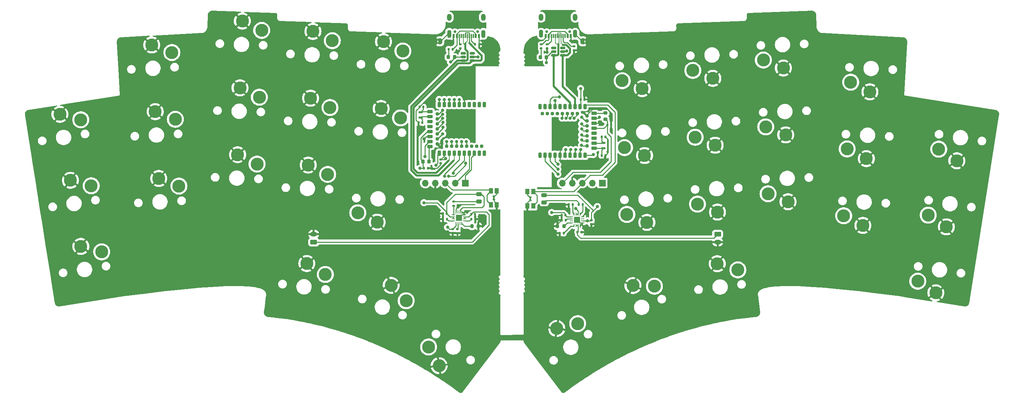
<source format=gbr>
%TF.GenerationSoftware,KiCad,Pcbnew,8.0.5*%
%TF.CreationDate,2024-09-15T16:43:43+02:00*%
%TF.ProjectId,woagboard,776f6167-626f-4617-9264-2e6b69636164,rev?*%
%TF.SameCoordinates,Original*%
%TF.FileFunction,Copper,L1,Top*%
%TF.FilePolarity,Positive*%
%FSLAX46Y46*%
G04 Gerber Fmt 4.6, Leading zero omitted, Abs format (unit mm)*
G04 Created by KiCad (PCBNEW 8.0.5) date 2024-09-15 16:43:43*
%MOMM*%
%LPD*%
G01*
G04 APERTURE LIST*
G04 Aperture macros list*
%AMRoundRect*
0 Rectangle with rounded corners*
0 $1 Rounding radius*
0 $2 $3 $4 $5 $6 $7 $8 $9 X,Y pos of 4 corners*
0 Add a 4 corners polygon primitive as box body*
4,1,4,$2,$3,$4,$5,$6,$7,$8,$9,$2,$3,0*
0 Add four circle primitives for the rounded corners*
1,1,$1+$1,$2,$3*
1,1,$1+$1,$4,$5*
1,1,$1+$1,$6,$7*
1,1,$1+$1,$8,$9*
0 Add four rect primitives between the rounded corners*
20,1,$1+$1,$2,$3,$4,$5,0*
20,1,$1+$1,$4,$5,$6,$7,0*
20,1,$1+$1,$6,$7,$8,$9,0*
20,1,$1+$1,$8,$9,$2,$3,0*%
%AMFreePoly0*
4,1,19,0.500000,-0.750000,0.000000,-0.750000,0.000000,-0.744911,-0.071157,-0.744911,-0.207708,-0.704816,-0.327430,-0.627875,-0.420627,-0.520320,-0.479746,-0.390866,-0.500000,-0.250000,-0.500000,0.250000,-0.479746,0.390866,-0.420627,0.520320,-0.327430,0.627875,-0.207708,0.704816,-0.071157,0.744911,0.000000,0.744911,0.000000,0.750000,0.500000,0.750000,0.500000,-0.750000,0.500000,-0.750000,
$1*%
%AMFreePoly1*
4,1,19,0.000000,0.744911,0.071157,0.744911,0.207708,0.704816,0.327430,0.627875,0.420627,0.520320,0.479746,0.390866,0.500000,0.250000,0.500000,-0.250000,0.479746,-0.390866,0.420627,-0.520320,0.327430,-0.627875,0.207708,-0.704816,0.071157,-0.744911,0.000000,-0.744911,0.000000,-0.750000,-0.500000,-0.750000,-0.500000,0.750000,0.000000,0.750000,0.000000,0.744911,0.000000,0.744911,
$1*%
G04 Aperture macros list end*
%TA.AperFunction,EtchedComponent*%
%ADD10C,0.000000*%
%TD*%
%TA.AperFunction,SMDPad,CuDef*%
%ADD11RoundRect,0.147500X0.147500X0.172500X-0.147500X0.172500X-0.147500X-0.172500X0.147500X-0.172500X0*%
%TD*%
%TA.AperFunction,SMDPad,CuDef*%
%ADD12RoundRect,0.140000X-0.170000X0.140000X-0.170000X-0.140000X0.170000X-0.140000X0.170000X0.140000X0*%
%TD*%
%TA.AperFunction,SMDPad,CuDef*%
%ADD13RoundRect,0.135000X-0.135000X-0.185000X0.135000X-0.185000X0.135000X0.185000X-0.135000X0.185000X0*%
%TD*%
%TA.AperFunction,SMDPad,CuDef*%
%ADD14RoundRect,0.140000X-0.140000X-0.170000X0.140000X-0.170000X0.140000X0.170000X-0.140000X0.170000X0*%
%TD*%
%TA.AperFunction,SMDPad,CuDef*%
%ADD15RoundRect,0.200000X0.200000X-0.500000X0.200000X0.500000X-0.200000X0.500000X-0.200000X-0.500000X0*%
%TD*%
%TA.AperFunction,SMDPad,CuDef*%
%ADD16RoundRect,0.200000X0.500000X0.200000X-0.500000X0.200000X-0.500000X-0.200000X0.500000X-0.200000X0*%
%TD*%
%TA.AperFunction,SMDPad,CuDef*%
%ADD17RoundRect,0.200000X0.200000X0.200000X-0.200000X0.200000X-0.200000X-0.200000X0.200000X-0.200000X0*%
%TD*%
%TA.AperFunction,SMDPad,CuDef*%
%ADD18RoundRect,0.140000X0.140000X0.170000X-0.140000X0.170000X-0.140000X-0.170000X0.140000X-0.170000X0*%
%TD*%
%TA.AperFunction,SMDPad,CuDef*%
%ADD19R,1.100000X0.600000*%
%TD*%
%TA.AperFunction,ComponentPad*%
%ADD20R,1.700000X1.700000*%
%TD*%
%TA.AperFunction,ComponentPad*%
%ADD21O,1.700000X1.700000*%
%TD*%
%TA.AperFunction,SMDPad,CuDef*%
%ADD22RoundRect,0.135000X-0.185000X0.135000X-0.185000X-0.135000X0.185000X-0.135000X0.185000X0.135000X0*%
%TD*%
%TA.AperFunction,SMDPad,CuDef*%
%ADD23RoundRect,0.135000X0.135000X0.185000X-0.135000X0.185000X-0.135000X-0.185000X0.135000X-0.185000X0*%
%TD*%
%TA.AperFunction,SMDPad,CuDef*%
%ADD24R,1.050000X1.400000*%
%TD*%
%TA.AperFunction,SMDPad,CuDef*%
%ADD25FreePoly0,0.000000*%
%TD*%
%TA.AperFunction,SMDPad,CuDef*%
%ADD26FreePoly1,0.000000*%
%TD*%
%TA.AperFunction,ComponentPad*%
%ADD27C,0.700000*%
%TD*%
%TA.AperFunction,SMDPad,CuDef*%
%ADD28R,0.550000X1.100000*%
%TD*%
%TA.AperFunction,SMDPad,CuDef*%
%ADD29R,0.300000X1.100000*%
%TD*%
%TA.AperFunction,ComponentPad*%
%ADD30O,1.100000X2.000000*%
%TD*%
%TA.AperFunction,ComponentPad*%
%ADD31O,1.200000X1.800000*%
%TD*%
%TA.AperFunction,SMDPad,CuDef*%
%ADD32RoundRect,0.243750X0.456250X-0.243750X0.456250X0.243750X-0.456250X0.243750X-0.456250X-0.243750X0*%
%TD*%
%TA.AperFunction,SMDPad,CuDef*%
%ADD33RoundRect,0.218750X0.218750X0.256250X-0.218750X0.256250X-0.218750X-0.256250X0.218750X-0.256250X0*%
%TD*%
%TA.AperFunction,SMDPad,CuDef*%
%ADD34RoundRect,0.062500X0.062500X-0.375000X0.062500X0.375000X-0.062500X0.375000X-0.062500X-0.375000X0*%
%TD*%
%TA.AperFunction,SMDPad,CuDef*%
%ADD35RoundRect,0.062500X0.375000X-0.062500X0.375000X0.062500X-0.375000X0.062500X-0.375000X-0.062500X0*%
%TD*%
%TA.AperFunction,HeatsinkPad*%
%ADD36R,1.600000X1.600000*%
%TD*%
%TA.AperFunction,SMDPad,CuDef*%
%ADD37RoundRect,0.150000X0.512500X0.150000X-0.512500X0.150000X-0.512500X-0.150000X0.512500X-0.150000X0*%
%TD*%
%TA.AperFunction,SMDPad,CuDef*%
%ADD38RoundRect,0.200000X-0.200000X0.500000X-0.200000X-0.500000X0.200000X-0.500000X0.200000X0.500000X0*%
%TD*%
%TA.AperFunction,SMDPad,CuDef*%
%ADD39RoundRect,0.200000X-0.500000X-0.200000X0.500000X-0.200000X0.500000X0.200000X-0.500000X0.200000X0*%
%TD*%
%TA.AperFunction,SMDPad,CuDef*%
%ADD40RoundRect,0.200000X-0.200000X-0.200000X0.200000X-0.200000X0.200000X0.200000X-0.200000X0.200000X0*%
%TD*%
%TA.AperFunction,SMDPad,CuDef*%
%ADD41RoundRect,0.200000X-0.200000X-0.275000X0.200000X-0.275000X0.200000X0.275000X-0.200000X0.275000X0*%
%TD*%
%TA.AperFunction,SMDPad,CuDef*%
%ADD42RoundRect,0.062500X0.375000X0.062500X-0.375000X0.062500X-0.375000X-0.062500X0.375000X-0.062500X0*%
%TD*%
%TA.AperFunction,SMDPad,CuDef*%
%ADD43RoundRect,0.062500X0.062500X0.375000X-0.062500X0.375000X-0.062500X-0.375000X0.062500X-0.375000X0*%
%TD*%
%TA.AperFunction,SMDPad,CuDef*%
%ADD44RoundRect,0.218750X-0.218750X-0.256250X0.218750X-0.256250X0.218750X0.256250X-0.218750X0.256250X0*%
%TD*%
%TA.AperFunction,SMDPad,CuDef*%
%ADD45RoundRect,0.135000X0.185000X-0.135000X0.185000X0.135000X-0.185000X0.135000X-0.185000X-0.135000X0*%
%TD*%
%TA.AperFunction,SMDPad,CuDef*%
%ADD46FreePoly0,180.000000*%
%TD*%
%TA.AperFunction,SMDPad,CuDef*%
%ADD47FreePoly1,180.000000*%
%TD*%
%TA.AperFunction,SMDPad,CuDef*%
%ADD48RoundRect,0.147500X-0.172500X0.147500X-0.172500X-0.147500X0.172500X-0.147500X0.172500X0.147500X0*%
%TD*%
%TA.AperFunction,SMDPad,CuDef*%
%ADD49RoundRect,0.200000X0.200000X0.275000X-0.200000X0.275000X-0.200000X-0.275000X0.200000X-0.275000X0*%
%TD*%
%TA.AperFunction,SMDPad,CuDef*%
%ADD50RoundRect,0.218750X-0.256250X0.218750X-0.256250X-0.218750X0.256250X-0.218750X0.256250X0.218750X0*%
%TD*%
%TA.AperFunction,ComponentPad*%
%ADD51C,3.300000*%
%TD*%
%TA.AperFunction,ComponentPad*%
%ADD52RoundRect,0.250000X-0.625000X0.350000X-0.625000X-0.350000X0.625000X-0.350000X0.625000X0.350000X0*%
%TD*%
%TA.AperFunction,ComponentPad*%
%ADD53O,1.750000X1.200000*%
%TD*%
%TA.AperFunction,ComponentPad*%
%ADD54RoundRect,0.250000X0.625000X-0.350000X0.625000X0.350000X-0.625000X0.350000X-0.625000X-0.350000X0*%
%TD*%
%TA.AperFunction,ViaPad*%
%ADD55C,0.800000*%
%TD*%
%TA.AperFunction,Conductor*%
%ADD56C,0.250000*%
%TD*%
%TA.AperFunction,Conductor*%
%ADD57C,0.200000*%
%TD*%
%TA.AperFunction,Conductor*%
%ADD58C,0.500000*%
%TD*%
G04 APERTURE END LIST*
D10*
%TA.AperFunction,EtchedComponent*%
%TO.C,WOAG2*%
G36*
X160568770Y-33043566D02*
G01*
X160068770Y-33043566D01*
X160068770Y-32643566D01*
X160568770Y-32643566D01*
X160568770Y-33043566D01*
G37*
%TD.AperFunction*%
%TA.AperFunction,EtchedComponent*%
G36*
X160568770Y-33843566D02*
G01*
X160068770Y-33843566D01*
X160068770Y-33443566D01*
X160568770Y-33443566D01*
X160568770Y-33843566D01*
G37*
%TD.AperFunction*%
%TA.AperFunction,EtchedComponent*%
%TO.C,WOAG1*%
G36*
X123250000Y-33050000D02*
G01*
X122750000Y-33050000D01*
X122750000Y-32650000D01*
X123250000Y-32650000D01*
X123250000Y-33050000D01*
G37*
%TD.AperFunction*%
%TA.AperFunction,EtchedComponent*%
G36*
X123250000Y-33850000D02*
G01*
X122750000Y-33850000D01*
X122750000Y-33450000D01*
X123250000Y-33450000D01*
X123250000Y-33850000D01*
G37*
%TD.AperFunction*%
%TD*%
D11*
%TO.P,L1,1*%
%TO.N,VBUS*%
X126735000Y-35250000D03*
%TO.P,L1,2*%
%TO.N,Net-(F1-Pad1)*%
X125765000Y-35250000D03*
%TD*%
D12*
%TO.P,C5,1*%
%TO.N,+5V*%
X123750000Y-63270000D03*
%TO.P,C5,2*%
%TO.N,GND*%
X123750000Y-64230000D03*
%TD*%
D13*
%TO.P,R4,1*%
%TO.N,Net-(LED2-K)*%
X158740000Y-74750000D03*
%TO.P,R4,2*%
%TO.N,Net-(U4-~{CHG})*%
X159760000Y-74750000D03*
%TD*%
D14*
%TO.P,C4,1*%
%TO.N,VDD*%
X166050000Y-54450000D03*
%TO.P,C4,2*%
%TO.N,GND*%
X167010000Y-54450000D03*
%TD*%
D15*
%TO.P,U5,1,P1.11*%
%TO.N,unconnected-(U5-P1.11-Pad1)*%
X148933770Y-62193566D03*
%TO.P,U5,2,P1.10*%
%TO.N,Switch36*%
X150203770Y-62193566D03*
%TO.P,U5,3,P0.03/AIN1*%
%TO.N,Switch35*%
X151473770Y-62193566D03*
%TO.P,U5,4,P0.28/AIN4*%
%TO.N,Switch34*%
X152743770Y-62193566D03*
%TO.P,U5,5,GND*%
%TO.N,GND*%
X154013770Y-62193566D03*
%TO.P,U5,6,P1.13*%
%TO.N,Switch29*%
X155283770Y-62193566D03*
%TO.P,U5,7,P0.02/AIN0*%
%TO.N,Switch30*%
X156553770Y-62193566D03*
%TO.P,U5,8,P0.29/AIN5*%
%TO.N,Switch31*%
X157823770Y-62193566D03*
%TO.P,U5,9,P0.31/AIN7*%
%TO.N,Switch24*%
X159093770Y-62193566D03*
%TO.P,U5,10,P0.30/AIN6*%
%TO.N,Switch32*%
X160363770Y-62193566D03*
D16*
%TO.P,U5,11,P0.00/XL1*%
%TO.N,Net-(U5-P0.00{slash}XL1)*%
X162663770Y-60433566D03*
D17*
%TO.P,U5,12,P0.26*%
%TO.N,Switch33*%
X160863770Y-59803566D03*
D16*
%TO.P,U5,13,P0.01/XL2*%
%TO.N,Net-(U5-P0.01{slash}XL2)*%
X162663770Y-59163566D03*
D17*
%TO.P,U5,14,P0.06*%
%TO.N,Switch25*%
X160863770Y-58533566D03*
D16*
%TO.P,U5,15,P0.05/AIN3*%
%TO.N,unconnected-(U5-P0.05{slash}AIN3-Pad15)*%
X162663770Y-57893566D03*
D17*
%TO.P,U5,16,P0.08*%
%TO.N,Switch26*%
X160863770Y-57263566D03*
D16*
%TO.P,U5,17,P1.09*%
%TO.N,unconnected-(U5-P1.09-Pad17)*%
X162663770Y-56623566D03*
D17*
%TO.P,U5,18,P0.04/AIN2*%
%TO.N,Switch27*%
X160863770Y-55993566D03*
D16*
%TO.P,U5,19,VDD*%
%TO.N,VDD*%
X162663770Y-55353566D03*
D17*
%TO.P,U5,20,P0.12*%
%TO.N,Switch28*%
X160863770Y-54723566D03*
D16*
%TO.P,U5,21,GND*%
%TO.N,GND*%
X162663770Y-54083566D03*
D17*
%TO.P,U5,22,P0.07*%
%TO.N,Switch23*%
X160863770Y-53453566D03*
D16*
%TO.P,U5,23,VDDH*%
%TO.N,+VSW*%
X162663770Y-52813566D03*
D17*
%TO.P,U5,24,GND*%
%TO.N,GND*%
X160863770Y-52183566D03*
D16*
%TO.P,U5,25,DCCH*%
%TO.N,DCCH-R*%
X162663770Y-51543566D03*
D15*
%TO.P,U5,26,P0.18/~{RESET}*%
%TO.N,RST-R*%
X160363770Y-49793566D03*
%TO.P,U5,27,VBUS*%
%TO.N,+5V*%
X159093770Y-49793566D03*
D17*
%TO.P,U5,28,P0.15*%
%TO.N,Switch22*%
X158458770Y-51593566D03*
D15*
%TO.P,U5,29,D-*%
%TO.N,USB-R-D-*%
X157823770Y-49793566D03*
D17*
%TO.P,U5,30,P0.17*%
%TO.N,Switch21*%
X157188770Y-51593566D03*
D15*
%TO.P,U5,31,D+*%
%TO.N,USB-R-D+*%
X156553770Y-49793566D03*
D17*
%TO.P,U5,32,P0.20*%
%TO.N,Switch20*%
X155918770Y-51593566D03*
D15*
%TO.P,U5,33,P0.13*%
%TO.N,unconnected-(U5-P0.13-Pad33)*%
X155283770Y-49793566D03*
D17*
%TO.P,U5,34,P0.22*%
%TO.N,Switch19*%
X154648770Y-51593566D03*
D15*
%TO.P,U5,35,P0.24*%
%TO.N,unconnected-(U5-P0.24-Pad35)*%
X154013770Y-49793566D03*
D17*
%TO.P,U5,36,P1.00*%
%TO.N,unconnected-(U5-P1.00-Pad36)*%
X153378770Y-51593566D03*
D15*
%TO.P,U5,37,SWDIO*%
%TO.N,SWDIO-R*%
X152743770Y-49793566D03*
D17*
%TO.P,U5,38,P1.02*%
%TO.N,unconnected-(U5-P1.02-Pad38)*%
X152108770Y-51593566D03*
D15*
%TO.P,U5,39,SWDCLK*%
%TO.N,SWDCLK-R*%
X151473770Y-49793566D03*
D17*
%TO.P,U5,40,P1.04*%
%TO.N,unconnected-(U5-P1.04-Pad40)*%
X150838770Y-51593566D03*
D15*
%TO.P,U5,41,P0.09/NFC1*%
%TO.N,unconnected-(U5-P0.09{slash}NFC1-Pad41)*%
X150203770Y-49793566D03*
D17*
%TO.P,U5,42,P1.06*%
%TO.N,unconnected-(U5-P1.06-Pad42)*%
X149568770Y-51593566D03*
D15*
%TO.P,U5,43,P0.10/NFC2*%
%TO.N,unconnected-(U5-P0.10{slash}NFC2-Pad43)*%
X148933770Y-49793566D03*
%TD*%
D18*
%TO.P,C15,1*%
%TO.N,Net-(U9-P0.00{slash}XL1)*%
X119360000Y-49920000D03*
%TO.P,C15,2*%
%TO.N,GND*%
X118400000Y-49920000D03*
%TD*%
D19*
%TO.P,Y1,1,1*%
%TO.N,Net-(U9-P0.01{slash}XL2)*%
X118630000Y-52620000D03*
%TO.P,Y1,2,2*%
%TO.N,Net-(U9-P0.00{slash}XL1)*%
X118630000Y-51220000D03*
%TD*%
D20*
%TO.P,J2,1,Pin_1*%
%TO.N,SWDCLK-R*%
X164750000Y-69250000D03*
D21*
%TO.P,J2,2,Pin_2*%
%TO.N,SWDIO-R*%
X162210000Y-69250000D03*
%TO.P,J2,3,Pin_3*%
%TO.N,RST-R*%
X159670000Y-69250000D03*
%TO.P,J2,4,Pin_4*%
%TO.N,GND*%
X157130000Y-69250000D03*
%TO.P,J2,5,Pin_5*%
%TO.N,VDD*%
X154590000Y-69250000D03*
%TD*%
D22*
%TO.P,R3,1*%
%TO.N,Net-(LED1-K)*%
X127000000Y-73990000D03*
%TO.P,R3,2*%
%TO.N,Net-(U3-~{CHG})*%
X127000000Y-75010000D03*
%TD*%
D18*
%TO.P,C6,1*%
%TO.N,+VSW*%
X125280000Y-77000000D03*
%TO.P,C6,2*%
%TO.N,GND*%
X124320000Y-77000000D03*
%TD*%
D19*
%TO.P,Y2,1,1*%
%TO.N,Net-(U5-P0.01{slash}XL2)*%
X165068770Y-59043566D03*
%TO.P,Y2,2,2*%
%TO.N,Net-(U5-P0.00{slash}XL1)*%
X165068770Y-60443566D03*
%TD*%
D12*
%TO.P,C13,1*%
%TO.N,+5V*%
X126750000Y-80970000D03*
%TO.P,C13,2*%
%TO.N,GND*%
X126750000Y-81930000D03*
%TD*%
D22*
%TO.P,R1,1*%
%TO.N,Net-(USB1-CC2)*%
X128750000Y-33980000D03*
%TO.P,R1,2*%
%TO.N,GND*%
X128750000Y-35000000D03*
%TD*%
%TO.P,R6,1*%
%TO.N,Net-(USB2-CC2)*%
X150750000Y-33990000D03*
%TO.P,R6,2*%
%TO.N,GND*%
X150750000Y-35010000D03*
%TD*%
D23*
%TO.P,R15,1*%
%TO.N,Net-(U4-TS)*%
X154960000Y-82000000D03*
%TO.P,R15,2*%
%TO.N,GND*%
X153940000Y-82000000D03*
%TD*%
D14*
%TO.P,C12,1*%
%TO.N,VDD*%
X119520000Y-65500000D03*
%TO.P,C12,2*%
%TO.N,GND*%
X120480000Y-65500000D03*
%TD*%
D24*
%TO.P,RST1,1_1*%
%TO.N,RST*%
X136525000Y-74800000D03*
%TO.P,RST1,1_2*%
X136525000Y-71200000D03*
%TO.P,RST1,2_1*%
%TO.N,GND*%
X137975000Y-74800000D03*
%TO.P,RST1,2_2*%
X137975000Y-71200000D03*
%TD*%
D25*
%TO.P,WOAG2,1*%
%TO.N,Net-(USB2-SHELL-Pad13)*%
X159668770Y-33243566D03*
D26*
%TO.P,WOAG2,2*%
%TO.N,GND*%
X160968770Y-33243566D03*
%TD*%
D27*
%TO.P,USB1,*%
%TO.N,*%
X133140000Y-30800000D03*
X127360000Y-30800000D03*
D28*
%TO.P,USB1,1,GND*%
%TO.N,GND*%
X133450000Y-31880000D03*
%TO.P,USB1,2,VBUS*%
%TO.N,VBUS*%
X132650000Y-31880000D03*
D29*
%TO.P,USB1,3,SBU2*%
%TO.N,unconnected-(USB1-SBU2-Pad3)*%
X132000000Y-31880000D03*
%TO.P,USB1,4,CC1*%
%TO.N,Net-(USB1-CC1)*%
X131500000Y-31880000D03*
%TO.P,USB1,5,DN2*%
%TO.N,USB-D-*%
X131000000Y-31880000D03*
%TO.P,USB1,6,DP1*%
%TO.N,USB-D+*%
X130500000Y-31880000D03*
%TO.P,USB1,7,DN1*%
%TO.N,USB-D-*%
X130000000Y-31880000D03*
%TO.P,USB1,8,DP2*%
%TO.N,USB-D+*%
X129500000Y-31880000D03*
%TO.P,USB1,9,SBU1*%
%TO.N,unconnected-(USB1-SBU1-Pad9)*%
X129000000Y-31880000D03*
%TO.P,USB1,10,CC2*%
%TO.N,Net-(USB1-CC2)*%
X128500000Y-31880000D03*
D28*
%TO.P,USB1,11,VBUS*%
%TO.N,VBUS*%
X127850000Y-31880000D03*
%TO.P,USB1,12,GND*%
%TO.N,GND*%
X127050000Y-31880000D03*
D30*
%TO.P,USB1,13,SHELL*%
%TO.N,Net-(USB1-SHELL-Pad13)*%
X134570000Y-31330000D03*
D31*
X134570000Y-27120000D03*
D30*
%TO.P,USB1,14,SHELL*%
X125930000Y-31330000D03*
D31*
X125930000Y-27120000D03*
%TD*%
D20*
%TO.P,J4,1,Pin_1*%
%TO.N,SWDCLK*%
X130000000Y-69250000D03*
D21*
%TO.P,J4,2,Pin_2*%
%TO.N,SWDIO*%
X127460000Y-69250000D03*
%TO.P,J4,3,Pin_3*%
%TO.N,RST*%
X124920000Y-69250000D03*
%TO.P,J4,4,Pin_4*%
%TO.N,GND*%
X122380000Y-69250000D03*
%TO.P,J4,5,Pin_5*%
%TO.N,VDD*%
X119840000Y-69250000D03*
%TD*%
D32*
%TO.P,LED2,1,K*%
%TO.N,Net-(LED2-K)*%
X150000000Y-74187500D03*
%TO.P,LED2,2,A*%
%TO.N,+VSW*%
X150000000Y-72312500D03*
%TD*%
D33*
%TO.P,L3,1*%
%TO.N,DCCH*%
X120787500Y-63750000D03*
%TO.P,L3,2*%
%TO.N,VDD*%
X119212500Y-63750000D03*
%TD*%
D23*
%TO.P,R17,1*%
%TO.N,/ILIM*%
X157260000Y-74750000D03*
%TO.P,R17,2*%
%TO.N,GND*%
X156240000Y-74750000D03*
%TD*%
D24*
%TO.P,RST2,1_1*%
%TO.N,RST-R*%
X147225000Y-71450000D03*
%TO.P,RST2,1_2*%
X147225000Y-75050000D03*
%TO.P,RST2,2_1*%
%TO.N,GND*%
X145775000Y-71450000D03*
%TO.P,RST2,2_2*%
X145775000Y-75050000D03*
%TD*%
D34*
%TO.P,U4,1,TS*%
%TO.N,Net-(U4-TS)*%
X157600000Y-80037500D03*
%TO.P,U4,2,BAT*%
%TO.N,+BATT*%
X158100000Y-80037500D03*
%TO.P,U4,3,BAT*%
X158600000Y-80037500D03*
%TO.P,U4,4,~{CE}*%
%TO.N,GND*%
X159100000Y-80037500D03*
D35*
%TO.P,U4,5,EN2*%
X159787500Y-79350000D03*
%TO.P,U4,6,EN1*%
%TO.N,+VSW*%
X159787500Y-78850000D03*
%TO.P,U4,7,~{PGOOD}*%
%TO.N,unconnected-(U4-~{PGOOD}-Pad7)*%
X159787500Y-78350000D03*
%TO.P,U4,8,VSS*%
%TO.N,GND*%
X159787500Y-77850000D03*
D34*
%TO.P,U4,9,~{CHG}*%
%TO.N,Net-(U4-~{CHG})*%
X159100000Y-77162500D03*
%TO.P,U4,10,OUT*%
%TO.N,+VSW*%
X158600000Y-77162500D03*
%TO.P,U4,11,OUT*%
X158100000Y-77162500D03*
%TO.P,U4,12,ILIM*%
%TO.N,/ILIM*%
X157600000Y-77162500D03*
D35*
%TO.P,U4,13,IN*%
%TO.N,+5V*%
X156912500Y-77850000D03*
%TO.P,U4,14,TMR*%
%TO.N,/TMR*%
X156912500Y-78350000D03*
%TO.P,U4,15,SYSOFF*%
%TO.N,unconnected-(U4-SYSOFF-Pad15)*%
X156912500Y-78850000D03*
%TO.P,U4,16,ISET*%
%TO.N,Net-(U4-ISET)*%
X156912500Y-79350000D03*
D36*
%TO.P,U4,17,VSS*%
%TO.N,GND*%
X158350000Y-78600000D03*
%TD*%
D18*
%TO.P,C1,1*%
%TO.N,+5V*%
X155411230Y-77450000D03*
%TO.P,C1,2*%
%TO.N,GND*%
X154451230Y-77450000D03*
%TD*%
D23*
%TO.P,R2,1*%
%TO.N,GND*%
X133510000Y-33990000D03*
%TO.P,R2,2*%
%TO.N,Net-(USB1-CC1)*%
X132490000Y-33990000D03*
%TD*%
D37*
%TO.P,U2,1,IO1*%
%TO.N,USB-R-D-*%
X154706270Y-36806066D03*
%TO.P,U2,2,VN*%
%TO.N,GND*%
X154706270Y-35856066D03*
%TO.P,U2,3,IO2*%
%TO.N,unconnected-(U2-IO2-Pad3)*%
X154706270Y-34906066D03*
%TO.P,U2,4,IO3*%
%TO.N,unconnected-(U2-IO3-Pad4)*%
X152431270Y-34906066D03*
%TO.P,U2,5,VP*%
%TO.N,+5V*%
X152431270Y-35856066D03*
%TO.P,U2,6,IO4*%
%TO.N,USB-R-D+*%
X152431270Y-36806066D03*
%TD*%
D14*
%TO.P,C10,1*%
%TO.N,Net-(U5-P0.01{slash}XL2)*%
X164588770Y-57493566D03*
%TO.P,C10,2*%
%TO.N,GND*%
X165548770Y-57493566D03*
%TD*%
%TO.P,C8,1*%
%TO.N,+5V*%
X159270000Y-48000000D03*
%TO.P,C8,2*%
%TO.N,GND*%
X160230000Y-48000000D03*
%TD*%
D13*
%TO.P,R9,1*%
%TO.N,Net-(U3-TS)*%
X131490000Y-78400000D03*
%TO.P,R9,2*%
%TO.N,GND*%
X132510000Y-78400000D03*
%TD*%
D23*
%TO.P,R16,1*%
%TO.N,/TMR*%
X155441230Y-78700000D03*
%TO.P,R16,2*%
%TO.N,GND*%
X154421230Y-78700000D03*
%TD*%
D38*
%TO.P,U9,1,P1.11*%
%TO.N,unconnected-(U9-P1.11-Pad1)*%
X134780000Y-49300000D03*
%TO.P,U9,2,P1.10*%
%TO.N,unconnected-(U9-P1.10-Pad2)*%
X133510000Y-49300000D03*
%TO.P,U9,3,P0.03/AIN1*%
%TO.N,unconnected-(U9-P0.03{slash}AIN1-Pad3)*%
X132240000Y-49300000D03*
%TO.P,U9,4,P0.28/AIN4*%
%TO.N,unconnected-(U9-P0.28{slash}AIN4-Pad4)*%
X130970000Y-49300000D03*
%TO.P,U9,5,GND*%
%TO.N,GND*%
X129700000Y-49300000D03*
%TO.P,U9,6,P1.13*%
%TO.N,Switch5*%
X128430000Y-49300000D03*
%TO.P,U9,7,P0.02/AIN0*%
%TO.N,Switch4*%
X127160000Y-49300000D03*
%TO.P,U9,8,P0.29/AIN5*%
%TO.N,Switch3*%
X125890000Y-49300000D03*
%TO.P,U9,9,P0.31/AIN7*%
%TO.N,Switch2*%
X124620000Y-49300000D03*
%TO.P,U9,10,P0.30/AIN6*%
%TO.N,Switch1*%
X123350000Y-49300000D03*
D39*
%TO.P,U9,11,P0.00/XL1*%
%TO.N,Net-(U9-P0.00{slash}XL1)*%
X121050000Y-51060000D03*
D40*
%TO.P,U9,12,P0.26*%
%TO.N,Switch6*%
X122850000Y-51690000D03*
D39*
%TO.P,U9,13,P0.01/XL2*%
%TO.N,Net-(U9-P0.01{slash}XL2)*%
X121050000Y-52330000D03*
D40*
%TO.P,U9,14,P0.06*%
%TO.N,Switch7*%
X122850000Y-52960000D03*
D39*
%TO.P,U9,15,P0.05/AIN3*%
%TO.N,unconnected-(U9-P0.05{slash}AIN3-Pad15)*%
X121050000Y-53600000D03*
D40*
%TO.P,U9,16,P0.08*%
%TO.N,Switch8*%
X122850000Y-54230000D03*
D39*
%TO.P,U9,17,P1.09*%
%TO.N,unconnected-(U9-P1.09-Pad17)*%
X121050000Y-54870000D03*
D40*
%TO.P,U9,18,P0.04/AIN2*%
%TO.N,Switch9*%
X122850000Y-55500000D03*
D39*
%TO.P,U9,19,VDD*%
%TO.N,VDD*%
X121050000Y-56140000D03*
D40*
%TO.P,U9,20,P0.12*%
%TO.N,Switch10*%
X122850000Y-56770000D03*
D39*
%TO.P,U9,21,GND*%
%TO.N,GND*%
X121050000Y-57410000D03*
D40*
%TO.P,U9,22,P0.07*%
%TO.N,Switch11*%
X122850000Y-58040000D03*
D39*
%TO.P,U9,23,VDDH*%
%TO.N,+VSW*%
X121050000Y-58680000D03*
D40*
%TO.P,U9,24,GND*%
%TO.N,GND*%
X122850000Y-59310000D03*
D39*
%TO.P,U9,25,DCCH*%
%TO.N,DCCH*%
X121050000Y-59950000D03*
D38*
%TO.P,U9,26,P0.18/~{RESET}*%
%TO.N,RST*%
X123350000Y-61700000D03*
%TO.P,U9,27,VBUS*%
%TO.N,+5V*%
X124620000Y-61700000D03*
D40*
%TO.P,U9,28,P0.15*%
%TO.N,Switch12*%
X125255000Y-59900000D03*
D38*
%TO.P,U9,29,D-*%
%TO.N,USB-D-*%
X125890000Y-61700000D03*
D40*
%TO.P,U9,30,P0.17*%
%TO.N,Switch13*%
X126525000Y-59900000D03*
D38*
%TO.P,U9,31,D+*%
%TO.N,USB-D+*%
X127160000Y-61700000D03*
D40*
%TO.P,U9,32,P0.20*%
%TO.N,Switch14*%
X127795000Y-59900000D03*
D38*
%TO.P,U9,33,P0.13*%
%TO.N,Switch16*%
X128430000Y-61700000D03*
D40*
%TO.P,U9,34,P0.22*%
%TO.N,Switch15*%
X129065000Y-59900000D03*
D38*
%TO.P,U9,35,P0.24*%
%TO.N,Switch18*%
X129700000Y-61700000D03*
D40*
%TO.P,U9,36,P1.00*%
%TO.N,Switch17*%
X130335000Y-59900000D03*
D38*
%TO.P,U9,37,SWDIO*%
%TO.N,SWDIO*%
X130970000Y-61700000D03*
D40*
%TO.P,U9,38,P1.02*%
%TO.N,unconnected-(U9-P1.02-Pad38)*%
X131605000Y-59900000D03*
D38*
%TO.P,U9,39,SWDCLK*%
%TO.N,SWDCLK*%
X132240000Y-61700000D03*
D40*
%TO.P,U9,40,P1.04*%
%TO.N,unconnected-(U9-P1.04-Pad40)*%
X132875000Y-59900000D03*
D38*
%TO.P,U9,41,P0.09/NFC1*%
%TO.N,unconnected-(U9-P0.09{slash}NFC1-Pad41)*%
X133510000Y-61700000D03*
D40*
%TO.P,U9,42,P1.06*%
%TO.N,unconnected-(U9-P1.06-Pad42)*%
X134145000Y-59900000D03*
D38*
%TO.P,U9,43,P0.10/NFC2*%
%TO.N,unconnected-(U9-P0.10{slash}NFC2-Pad43)*%
X134780000Y-61700000D03*
%TD*%
D18*
%TO.P,C16,1*%
%TO.N,Net-(U9-P0.01{slash}XL2)*%
X119110000Y-53920000D03*
%TO.P,C16,2*%
%TO.N,GND*%
X118150000Y-53920000D03*
%TD*%
D14*
%TO.P,C3,1*%
%TO.N,+BATT*%
X158470000Y-81750000D03*
%TO.P,C3,2*%
%TO.N,GND*%
X159430000Y-81750000D03*
%TD*%
D41*
%TO.P,R13,1*%
%TO.N,Net-(U3-ISET)*%
X131675000Y-80250000D03*
%TO.P,R13,2*%
%TO.N,GND*%
X133325000Y-80250000D03*
%TD*%
D32*
%TO.P,LED1,1,K*%
%TO.N,Net-(LED1-K)*%
X133500000Y-73937500D03*
%TO.P,LED1,2,A*%
%TO.N,+VSW*%
X133500000Y-72062500D03*
%TD*%
D42*
%TO.P,U3,1,TS*%
%TO.N,Net-(U3-TS)*%
X129787500Y-78850000D03*
%TO.P,U3,2,BAT*%
%TO.N,+BATT*%
X129787500Y-78350000D03*
%TO.P,U3,3,BAT*%
X129787500Y-77850000D03*
%TO.P,U3,4,~{CE}*%
%TO.N,GND*%
X129787500Y-77350000D03*
D43*
%TO.P,U3,5,EN2*%
X129100000Y-76662500D03*
%TO.P,U3,6,EN1*%
%TO.N,+VSW*%
X128600000Y-76662500D03*
%TO.P,U3,7,~{PGOOD}*%
%TO.N,unconnected-(U3-~{PGOOD}-Pad7)*%
X128100000Y-76662500D03*
%TO.P,U3,8,VSS*%
%TO.N,GND*%
X127600000Y-76662500D03*
D42*
%TO.P,U3,9,~{CHG}*%
%TO.N,Net-(U3-~{CHG})*%
X126912500Y-77350000D03*
%TO.P,U3,10,OUT*%
%TO.N,+VSW*%
X126912500Y-77850000D03*
%TO.P,U3,11,OUT*%
X126912500Y-78350000D03*
%TO.P,U3,12,ILIM*%
%TO.N,/ILIM*%
X126912500Y-78850000D03*
D43*
%TO.P,U3,13,IN*%
%TO.N,+5V*%
X127600000Y-79537500D03*
%TO.P,U3,14,TMR*%
%TO.N,/TMR*%
X128100000Y-79537500D03*
%TO.P,U3,15,SYSOFF*%
%TO.N,unconnected-(U3-SYSOFF-Pad15)*%
X128600000Y-79537500D03*
%TO.P,U3,16,ISET*%
%TO.N,Net-(U3-ISET)*%
X129100000Y-79537500D03*
D36*
%TO.P,U3,17,VSS*%
%TO.N,GND*%
X128350000Y-78100000D03*
%TD*%
D14*
%TO.P,C7,1*%
%TO.N,+BATT*%
X131520000Y-77200000D03*
%TO.P,C7,2*%
%TO.N,GND*%
X132480000Y-77200000D03*
%TD*%
D27*
%TO.P,USB2,*%
%TO.N,*%
X156458770Y-30780000D03*
X150678770Y-30780000D03*
D28*
%TO.P,USB2,1,GND*%
%TO.N,GND*%
X156768770Y-31860000D03*
%TO.P,USB2,2,VBUS*%
%TO.N,VBUS*%
X155968770Y-31860000D03*
D29*
%TO.P,USB2,3,SBU2*%
%TO.N,unconnected-(USB2-SBU2-Pad3)*%
X155318770Y-31860000D03*
%TO.P,USB2,4,CC1*%
%TO.N,Net-(USB2-CC1)*%
X154818770Y-31860000D03*
%TO.P,USB2,5,DN2*%
%TO.N,USB-R-D-*%
X154318770Y-31860000D03*
%TO.P,USB2,6,DP1*%
%TO.N,USB-R-D+*%
X153818770Y-31860000D03*
%TO.P,USB2,7,DN1*%
%TO.N,USB-R-D-*%
X153318770Y-31860000D03*
%TO.P,USB2,8,DP2*%
%TO.N,USB-R-D+*%
X152818770Y-31860000D03*
%TO.P,USB2,9,SBU1*%
%TO.N,unconnected-(USB2-SBU1-Pad9)*%
X152318770Y-31860000D03*
%TO.P,USB2,10,CC2*%
%TO.N,Net-(USB2-CC2)*%
X151818770Y-31860000D03*
D28*
%TO.P,USB2,11,VBUS*%
%TO.N,VBUS*%
X151168770Y-31860000D03*
%TO.P,USB2,12,GND*%
%TO.N,GND*%
X150368770Y-31860000D03*
D30*
%TO.P,USB2,13,SHELL*%
%TO.N,Net-(USB2-SHELL-Pad13)*%
X157888770Y-31310000D03*
D31*
X157888770Y-27100000D03*
D30*
%TO.P,USB2,14,SHELL*%
X149248770Y-31310000D03*
D31*
X149248770Y-27100000D03*
%TD*%
D44*
%TO.P,F2,1*%
%TO.N,Net-(F2-Pad1)*%
X149031270Y-37250000D03*
%TO.P,F2,2*%
%TO.N,+5V*%
X150606270Y-37250000D03*
%TD*%
D23*
%TO.P,R12,1*%
%TO.N,/ILIM*%
X125310000Y-78400000D03*
%TO.P,R12,2*%
%TO.N,GND*%
X124290000Y-78400000D03*
%TD*%
D14*
%TO.P,C9,1*%
%TO.N,Net-(U5-P0.00{slash}XL1)*%
X164588770Y-62243566D03*
%TO.P,C9,2*%
%TO.N,GND*%
X165548770Y-62243566D03*
%TD*%
D45*
%TO.P,R5,1*%
%TO.N,GND*%
X157568770Y-35503566D03*
%TO.P,R5,2*%
%TO.N,Net-(USB2-CC1)*%
X157568770Y-34483566D03*
%TD*%
D12*
%TO.P,C2,1*%
%TO.N,+VSW*%
X162000000Y-78726434D03*
%TO.P,C2,2*%
%TO.N,GND*%
X162000000Y-79686434D03*
%TD*%
D46*
%TO.P,WOAG1,1*%
%TO.N,Net-(USB1-SHELL-Pad13)*%
X123650000Y-33250000D03*
D47*
%TO.P,WOAG1,2*%
%TO.N,GND*%
X122350000Y-33250000D03*
%TD*%
D48*
%TO.P,L2,1*%
%TO.N,VBUS*%
X149250000Y-34015000D03*
%TO.P,L2,2*%
%TO.N,Net-(F2-Pad1)*%
X149250000Y-34985000D03*
%TD*%
D22*
%TO.P,R11,1*%
%TO.N,/TMR*%
X128000000Y-80940000D03*
%TO.P,R11,2*%
%TO.N,GND*%
X128000000Y-81960000D03*
%TD*%
D37*
%TO.P,U1,1,IO1*%
%TO.N,USB-D-*%
X131775000Y-38140000D03*
%TO.P,U1,2,VN*%
%TO.N,GND*%
X131775000Y-37190000D03*
%TO.P,U1,3,IO2*%
%TO.N,unconnected-(U1-IO2-Pad3)*%
X131775000Y-36240000D03*
%TO.P,U1,4,IO3*%
%TO.N,unconnected-(U1-IO3-Pad4)*%
X129500000Y-36240000D03*
%TO.P,U1,5,VP*%
%TO.N,+5V*%
X129500000Y-37190000D03*
%TO.P,U1,6,IO4*%
%TO.N,USB-D+*%
X129500000Y-38140000D03*
%TD*%
D49*
%TO.P,R18,1*%
%TO.N,Net-(U4-ISET)*%
X155025000Y-80250000D03*
%TO.P,R18,2*%
%TO.N,GND*%
X153375000Y-80250000D03*
%TD*%
D44*
%TO.P,F1,1*%
%TO.N,Net-(F1-Pad1)*%
X125712500Y-37240000D03*
%TO.P,F1,2*%
%TO.N,+5V*%
X127287500Y-37240000D03*
%TD*%
D50*
%TO.P,L4,1*%
%TO.N,DCCH-R*%
X165568770Y-51456066D03*
%TO.P,L4,2*%
%TO.N,VDD*%
X165568770Y-53031066D03*
%TD*%
D51*
%TO.P,SW32,1,1*%
%TO.N,Switch32*%
X226035372Y-77570113D03*
%TO.P,SW32,2,2*%
%TO.N,GND*%
X230913381Y-80028778D03*
%TD*%
%TO.P,SW18,1,1*%
%TO.N,Switch18*%
X120677412Y-110921688D03*
%TO.P,SW18,2,2*%
%TO.N,GND*%
X123346597Y-115687761D03*
%TD*%
%TO.P,SW6,1,1*%
%TO.N,Switch6*%
X35037258Y-69959308D03*
%TO.P,SW6,2,2*%
%TO.N,GND*%
X29754661Y-68568566D03*
%TD*%
%TO.P,SW35,1,1*%
%TO.N,Switch35*%
X177999825Y-95491153D03*
%TO.P,SW35,2,2*%
%TO.N,GND*%
X172539771Y-95324380D03*
%TD*%
%TO.P,SW28,1,1*%
%TO.N,Switch28*%
X247503091Y-77424513D03*
%TO.P,SW28,2,2*%
%TO.N,GND*%
X252097377Y-80379600D03*
%TD*%
%TO.P,SW21,1,1*%
%TO.N,Switch21*%
X205660931Y-38000461D03*
%TO.P,SW21,2,2*%
%TO.N,GND*%
X210734664Y-40024623D03*
%TD*%
%TO.P,SW25,1,1*%
%TO.N,Switch25*%
X188334995Y-57617083D03*
%TO.P,SW25,2,2*%
%TO.N,GND*%
X193408728Y-59641245D03*
%TD*%
%TO.P,SW16,1,1*%
%TO.N,Switch16*%
X94466479Y-92499039D03*
%TO.P,SW16,2,2*%
%TO.N,GND*%
X89771861Y-89706090D03*
%TD*%
%TO.P,SW29,1,1*%
%TO.N,Switch29*%
X171009041Y-77233690D03*
%TO.P,SW29,2,2*%
%TO.N,GND*%
X176082774Y-79257852D03*
%TD*%
%TO.P,SW27,1,1*%
%TO.N,Switch27*%
X226925094Y-60593420D03*
%TO.P,SW27,2,2*%
%TO.N,GND*%
X231803103Y-63052085D03*
%TD*%
%TO.P,SW10,1,1*%
%TO.N,Switch10*%
X113559593Y-52691086D03*
%TO.P,SW10,2,2*%
%TO.N,GND*%
X108639418Y-50317929D03*
%TD*%
%TO.P,SW17,1,1*%
%TO.N,Switch17*%
X114985604Y-99179676D03*
%TO.P,SW17,2,2*%
%TO.N,GND*%
X111173819Y-95266838D03*
%TD*%
%TO.P,SW11,1,1*%
%TO.N,Switch11*%
X37696632Y-86750020D03*
%TO.P,SW11,2,2*%
%TO.N,GND*%
X32414035Y-85359278D03*
%TD*%
%TO.P,SW26,1,1*%
%TO.N,Switch26*%
X206254229Y-54990108D03*
%TO.P,SW26,2,2*%
%TO.N,GND*%
X211327962Y-57014270D03*
%TD*%
%TO.P,SW33,1,1*%
%TO.N,Switch33*%
X244843699Y-94215225D03*
%TO.P,SW33,2,2*%
%TO.N,GND*%
X249437985Y-97170312D03*
%TD*%
%TO.P,SW1,1,1*%
%TO.N,Switch1*%
X32377866Y-53168612D03*
%TO.P,SW1,2,2*%
%TO.N,GND*%
X27095269Y-51777870D03*
%TD*%
D52*
%TO.P,J1,1,Pin_1*%
%TO.N,+BATT*%
X194050000Y-82250000D03*
D53*
%TO.P,J1,2,Pin_2*%
%TO.N,GND*%
X194050000Y-84250000D03*
%TD*%
D51*
%TO.P,SW15,1,1*%
%TO.N,Switch15*%
X102710641Y-76827153D03*
%TO.P,SW15,2,2*%
%TO.N,GND*%
X107630816Y-79200310D03*
%TD*%
%TO.P,SW12,1,1*%
%TO.N,Switch12*%
X57285698Y-70022849D03*
%TO.P,SW12,2,2*%
%TO.N,GND*%
X52177411Y-68087544D03*
%TD*%
%TO.P,SW20,1,1*%
%TO.N,Switch20*%
X187741697Y-40627436D03*
%TO.P,SW20,2,2*%
%TO.N,GND*%
X192815430Y-42651598D03*
%TD*%
D54*
%TO.P,J3,1,Pin_1*%
%TO.N,+BATT*%
X91500000Y-84250000D03*
D53*
%TO.P,J3,2,Pin_2*%
%TO.N,GND*%
X91500000Y-82250000D03*
%TD*%
D51*
%TO.P,SW13,1,1*%
%TO.N,Switch13*%
X77127827Y-64426782D03*
%TO.P,SW13,2,2*%
%TO.N,GND*%
X72207652Y-62053625D03*
%TD*%
%TO.P,SW24,1,1*%
%TO.N,Switch24*%
X170415761Y-60244059D03*
%TO.P,SW24,2,2*%
%TO.N,GND*%
X175489494Y-62268221D03*
%TD*%
%TO.P,SW8,1,1*%
%TO.N,Switch8*%
X77721107Y-47437135D03*
%TO.P,SW8,2,2*%
%TO.N,GND*%
X72800932Y-45063978D03*
%TD*%
%TO.P,SW9,1,1*%
%TO.N,Switch9*%
X95640359Y-50064110D03*
%TO.P,SW9,2,2*%
%TO.N,GND*%
X90720184Y-47690953D03*
%TD*%
%TO.P,SW23,1,1*%
%TO.N,Switch23*%
X250162465Y-60633817D03*
%TO.P,SW23,2,2*%
%TO.N,GND*%
X254756751Y-63588904D03*
%TD*%
%TO.P,SW30,1,1*%
%TO.N,Switch30*%
X188928275Y-74606730D03*
%TO.P,SW30,2,2*%
%TO.N,GND*%
X194002008Y-76630892D03*
%TD*%
%TO.P,SW22,1,1*%
%TO.N,Switch22*%
X227814798Y-43616709D03*
%TO.P,SW22,2,2*%
%TO.N,GND*%
X232692807Y-46075374D03*
%TD*%
%TO.P,SW7,1,1*%
%TO.N,Switch7*%
X56395994Y-53046156D03*
%TO.P,SW7,2,2*%
%TO.N,GND*%
X51287707Y-51110851D03*
%TD*%
%TO.P,SW36,1,1*%
%TO.N,Switch36*%
X158522583Y-104989464D03*
%TO.P,SW36,2,2*%
%TO.N,GND*%
X153205413Y-106241541D03*
%TD*%
%TO.P,SW2,1,1*%
%TO.N,Switch2*%
X55506272Y-36069445D03*
%TO.P,SW2,2,2*%
%TO.N,GND*%
X50397985Y-34134140D03*
%TD*%
%TO.P,SW34,1,1*%
%TO.N,Switch34*%
X199172573Y-91337887D03*
%TO.P,SW34,2,2*%
%TO.N,GND*%
X193941729Y-89763632D03*
%TD*%
%TO.P,SW3,1,1*%
%TO.N,Switch3*%
X78314405Y-30447488D03*
%TO.P,SW3,2,2*%
%TO.N,GND*%
X73394230Y-28074331D03*
%TD*%
%TO.P,SW4,1,1*%
%TO.N,Switch4*%
X96233639Y-33074463D03*
%TO.P,SW4,2,2*%
%TO.N,GND*%
X91313464Y-30701306D03*
%TD*%
%TO.P,SW31,1,1*%
%TO.N,Switch31*%
X206847509Y-71979755D03*
%TO.P,SW31,2,2*%
%TO.N,GND*%
X211921242Y-74003917D03*
%TD*%
%TO.P,SW14,1,1*%
%TO.N,Switch14*%
X95047061Y-67053757D03*
%TO.P,SW14,2,2*%
%TO.N,GND*%
X90126886Y-64680600D03*
%TD*%
%TO.P,SW5,1,1*%
%TO.N,Switch5*%
X114152873Y-35701439D03*
%TO.P,SW5,2,2*%
%TO.N,GND*%
X109232698Y-33328282D03*
%TD*%
%TO.P,SW19,1,1*%
%TO.N,Switch19*%
X169822463Y-43254412D03*
%TO.P,SW19,2,2*%
%TO.N,GND*%
X174896196Y-45278574D03*
%TD*%
D55*
%TO.N,GND*%
X155500000Y-59250000D03*
X119507653Y-58007653D03*
X134500000Y-33990000D03*
X164000000Y-50493566D03*
X128250000Y-75250000D03*
X161250000Y-76250000D03*
X124000000Y-58750000D03*
X128250000Y-35740000D03*
X160950000Y-81250000D03*
X125500000Y-81694999D03*
X155718770Y-35698775D03*
X164000000Y-53750000D03*
X150750000Y-36000000D03*
X147750000Y-33000000D03*
X129700000Y-47950000D03*
X133250000Y-37240000D03*
X130387653Y-76637653D03*
%TO.N,+5V*%
X150606270Y-38606270D03*
X159250000Y-45250000D03*
X126250000Y-38490000D03*
X125000000Y-63000000D03*
X151918770Y-76750000D03*
X125500000Y-80500000D03*
%TO.N,+VSW*%
X158000000Y-75750000D03*
X164000000Y-52500000D03*
X119750000Y-62500000D03*
X163500000Y-75250000D03*
X161000000Y-78850000D03*
X119500000Y-74250000D03*
%TO.N,VDD*%
X118500000Y-65500000D03*
%TO.N,Switch13*%
X126500000Y-58750000D03*
%TO.N,Switch8*%
X124268939Y-52781673D03*
%TO.N,Switch3*%
X125890000Y-48000000D03*
%TO.N,Switch14*%
X127750000Y-58750000D03*
%TO.N,Switch9*%
X124286603Y-53818703D03*
%TO.N,Switch4*%
X127160000Y-48000000D03*
%TO.N,Switch15*%
X129065000Y-58750000D03*
%TO.N,Switch10*%
X124312653Y-55062653D03*
%TO.N,Switch5*%
X128430000Y-48000000D03*
%TO.N,Switch16*%
X124749997Y-67500000D03*
%TO.N,Switch17*%
X130250000Y-58750000D03*
X125750000Y-67500000D03*
X130098260Y-64202351D03*
%TO.N,Switch18*%
X126962270Y-66762423D03*
%TO.N,Switch1*%
X123350000Y-48000000D03*
%TO.N,Switch6*%
X124250000Y-50750000D03*
%TO.N,Switch11*%
X124262653Y-56737347D03*
%TO.N,Switch2*%
X124620000Y-48000000D03*
%TO.N,Switch7*%
X124262653Y-51762653D03*
%TO.N,Switch12*%
X125250000Y-58750000D03*
%TO.N,RST*%
X122500000Y-64749847D03*
%TO.N,Switch19*%
X154568770Y-52743566D03*
%TO.N,Switch20*%
X155568770Y-52743566D03*
%TO.N,Switch21*%
X156568770Y-52743566D03*
%TO.N,Switch22*%
X157581423Y-52756219D03*
%TO.N,Switch23*%
X159500000Y-52500000D03*
%TO.N,Switch24*%
X159250000Y-60750000D03*
%TO.N,Switch25*%
X159500000Y-58250000D03*
%TO.N,Switch26*%
X159500000Y-57000000D03*
%TO.N,Switch27*%
X159500000Y-55500003D03*
%TO.N,Switch28*%
X159500000Y-54225000D03*
%TO.N,Switch29*%
X155500000Y-60750000D03*
%TO.N,Switch30*%
X156750000Y-60750000D03*
%TO.N,Switch31*%
X158000000Y-60750000D03*
%TO.N,Switch32*%
X162500000Y-62000000D03*
%TO.N,Switch33*%
X159476863Y-59651527D03*
%TO.N,Switch34*%
X153500000Y-64500000D03*
%TO.N,Switch35*%
X153500000Y-65750000D03*
%TO.N,Switch36*%
X153500000Y-67000000D03*
%TO.N,SWDCLK-R*%
X153898959Y-47351041D03*
%TO.N,SWDIO-R*%
X152775000Y-48262653D03*
%TD*%
D56*
%TO.N,+VSW*%
X158600000Y-76350000D02*
X158600000Y-77162500D01*
X158000000Y-75750000D02*
X158600000Y-76350000D01*
%TO.N,/ILIM*%
X157600000Y-77162500D02*
X157260000Y-76822500D01*
X157260000Y-76822500D02*
X157260000Y-74750000D01*
%TO.N,Net-(LED2-K)*%
X158740000Y-74750000D02*
X158740000Y-74240000D01*
X158740000Y-74240000D02*
X158201202Y-73701202D01*
X158201202Y-73701202D02*
X150486298Y-73701202D01*
X150486298Y-73701202D02*
X150000000Y-74187500D01*
%TO.N,Net-(U4-~{CHG})*%
X159760000Y-74750000D02*
X159760000Y-76502500D01*
X159760000Y-76502500D02*
X159100000Y-77162500D01*
%TO.N,GND*%
X165193770Y-63556230D02*
X163500000Y-65250000D01*
X124320000Y-78370000D02*
X124290000Y-78400000D01*
X124320000Y-77000000D02*
X124320000Y-78370000D01*
X118150000Y-53920000D02*
X117500000Y-53270000D01*
X131775000Y-37190000D02*
X133200000Y-37190000D01*
X125500000Y-81694999D02*
X125735001Y-81930000D01*
X133500000Y-32285000D02*
X133500000Y-33980000D01*
X160450000Y-81750000D02*
X159430000Y-81750000D01*
X133510000Y-33990000D02*
X134500000Y-33990000D01*
X129100000Y-77350000D02*
X128350000Y-78100000D01*
X125735001Y-81930000D02*
X126750000Y-81930000D01*
X164000000Y-53750000D02*
X163666434Y-54083566D01*
X137975000Y-71200000D02*
X137975000Y-72008274D01*
X137975000Y-72008274D02*
X137250000Y-72733274D01*
X127600000Y-76662500D02*
X127600000Y-75900000D01*
X149628604Y-33000000D02*
X150368770Y-32259834D01*
X118400000Y-49850000D02*
X118400000Y-49920000D01*
X129100000Y-76662500D02*
X130362806Y-76662500D01*
X158350000Y-78600000D02*
X159100000Y-79350000D01*
X150368770Y-32259834D02*
X150368770Y-31956066D01*
X126780000Y-81960000D02*
X126750000Y-81930000D01*
X154706270Y-35856066D02*
X155561479Y-35856066D01*
X121500000Y-46750000D02*
X118400000Y-49850000D01*
X123750000Y-64525152D02*
X123750000Y-64230000D01*
X127000000Y-32285000D02*
X126955000Y-32285000D01*
X150750000Y-36000000D02*
X150750000Y-35010000D01*
X160440000Y-80740000D02*
X159418750Y-79718750D01*
X120480000Y-65500000D02*
X122775152Y-65500000D01*
X159787500Y-79350000D02*
X159418750Y-79718750D01*
X145775000Y-72258274D02*
X146425000Y-72908274D01*
X159100000Y-79350000D02*
X159787500Y-79350000D01*
X154013770Y-60736230D02*
X155500000Y-59250000D01*
X129700000Y-47950000D02*
X129700000Y-47450000D01*
X133200000Y-37190000D02*
X133250000Y-37240000D01*
X160863770Y-52183566D02*
X160863770Y-51895562D01*
X153375000Y-80250000D02*
X153375000Y-79746230D01*
X133500000Y-33980000D02*
X133510000Y-33990000D01*
X145775000Y-74241726D02*
X145775000Y-75050000D01*
X160863770Y-51895562D02*
X162265766Y-50493566D01*
X122350000Y-33166693D02*
X122350000Y-32750000D01*
X128750000Y-35240000D02*
X128750000Y-35000000D01*
X128250000Y-35740000D02*
X128750000Y-35240000D01*
X165548770Y-62243566D02*
X165193770Y-62598566D01*
X160440000Y-80740000D02*
X160950000Y-81250000D01*
X154421230Y-78700000D02*
X154421230Y-77480000D01*
X162000000Y-80200000D02*
X160950000Y-81250000D01*
X117500000Y-50808510D02*
X117755000Y-50553510D01*
X122850000Y-59310000D02*
X123440000Y-59310000D01*
X166068770Y-58013566D02*
X166068770Y-61723566D01*
X166068770Y-61723566D02*
X165548770Y-62243566D01*
X167010000Y-51454796D02*
X167010000Y-54450000D01*
X129787500Y-77350000D02*
X129100000Y-76662500D01*
X153375000Y-79746230D02*
X154421230Y-78700000D01*
X155500000Y-65250000D02*
X154013770Y-63763770D01*
X122775152Y-65500000D02*
X123750000Y-64525152D01*
X130362806Y-76662500D02*
X130387653Y-76637653D01*
X118400000Y-49920000D02*
X117766490Y-50553510D01*
X129000000Y-46750000D02*
X121500000Y-46750000D01*
X162000000Y-79686434D02*
X162000000Y-80200000D01*
X120105306Y-57410000D02*
X121050000Y-57410000D01*
X119507653Y-58007653D02*
X120105306Y-57410000D01*
X160950000Y-81250000D02*
X160450000Y-81750000D01*
X117500000Y-53270000D02*
X117500000Y-50808510D01*
X145775000Y-71450000D02*
X145775000Y-72258274D01*
X129700000Y-47450000D02*
X129000000Y-46750000D01*
X129787500Y-77350000D02*
X129100000Y-77350000D01*
X163666434Y-54083566D02*
X162663770Y-54083566D01*
X159787500Y-77712500D02*
X161250000Y-76250000D01*
X154013770Y-62193566D02*
X154013770Y-60736230D01*
X137250000Y-72733274D02*
X137250000Y-73775000D01*
X166048770Y-50493566D02*
X167010000Y-51454796D01*
X128000000Y-81960000D02*
X126780000Y-81960000D01*
X159787500Y-77850000D02*
X159787500Y-77712500D01*
X155561479Y-35856066D02*
X155718770Y-35698775D01*
X127600000Y-75900000D02*
X128250000Y-75250000D01*
X165193770Y-62598566D02*
X165193770Y-63556230D01*
X159418750Y-79718750D02*
X159100000Y-80037500D01*
X129700000Y-47950000D02*
X129700000Y-49300000D01*
X147750000Y-33000000D02*
X149628604Y-33000000D01*
X154013770Y-63763770D02*
X154013770Y-62193566D01*
X163500000Y-65250000D02*
X155500000Y-65250000D01*
X137975000Y-74500000D02*
X137975000Y-74800000D01*
X146425000Y-73591726D02*
X145775000Y-74241726D01*
X123440000Y-59310000D02*
X124000000Y-58750000D01*
X117766490Y-50553510D02*
X117755000Y-50553510D01*
X162265766Y-50493566D02*
X166048770Y-50493566D01*
X165548770Y-57493566D02*
X166068770Y-58013566D01*
X137250000Y-73775000D02*
X137975000Y-74500000D01*
X159100000Y-80037500D02*
X159100000Y-80474999D01*
X154421230Y-77480000D02*
X154451230Y-77450000D01*
X146425000Y-72908274D02*
X146425000Y-73591726D01*
%TO.N,+5V*%
X126750000Y-80970000D02*
X125970000Y-80970000D01*
X151918770Y-76750000D02*
X155021229Y-76750000D01*
X159250000Y-49637336D02*
X159093770Y-49793566D01*
X159270000Y-48000000D02*
X159270000Y-45270000D01*
X155021229Y-76750000D02*
X155411230Y-77140001D01*
X123750000Y-63270000D02*
X124730000Y-63270000D01*
X159270000Y-45270000D02*
X159250000Y-45250000D01*
X124620000Y-61700000D02*
X124620000Y-62400000D01*
X150606270Y-37250000D02*
X152000204Y-35856066D01*
X127787500Y-37240000D02*
X129450000Y-37240000D01*
X125000000Y-63000000D02*
X124795051Y-63000000D01*
X127600000Y-79537500D02*
X127600000Y-80120000D01*
X156912500Y-77850000D02*
X155811230Y-77850000D01*
X125970000Y-80970000D02*
X125500000Y-80500000D01*
X124730000Y-63270000D02*
X125000000Y-63000000D01*
X150606270Y-38606270D02*
X150606270Y-36956066D01*
X127500000Y-37240000D02*
X126250000Y-38490000D01*
X152000204Y-35856066D02*
X152431270Y-35856066D01*
X125000000Y-63000000D02*
X124984949Y-63000000D01*
X124620000Y-62400000D02*
X123750000Y-63270000D01*
X127600000Y-80120000D02*
X126750000Y-80970000D01*
X159250000Y-47980000D02*
X159250000Y-49637336D01*
X155811230Y-77850000D02*
X155411230Y-77450000D01*
X129450000Y-37240000D02*
X129500000Y-37190000D01*
X127787500Y-37240000D02*
X127500000Y-37240000D01*
X155411230Y-77140001D02*
X155411230Y-77450000D01*
%TO.N,+VSW*%
X134062500Y-72062500D02*
X134750000Y-72750000D01*
X163500000Y-75265720D02*
X162507860Y-76257860D01*
X134750000Y-72750000D02*
X134750000Y-75000000D01*
X133500000Y-72062500D02*
X134062500Y-72062500D01*
X163686434Y-52813566D02*
X162663770Y-52813566D01*
X129275260Y-75500000D02*
X128600000Y-76175260D01*
X127437500Y-72062500D02*
X125280000Y-74220000D01*
X159787500Y-78850000D02*
X161876434Y-78850000D01*
X125280000Y-76690001D02*
X122839999Y-74250000D01*
X126130000Y-77850000D02*
X125280000Y-77000000D01*
X133500000Y-72062500D02*
X127437500Y-72062500D01*
X119750000Y-62500000D02*
X119750000Y-59775305D01*
X125280000Y-77000000D02*
X125280000Y-76690001D01*
X126425260Y-77850000D02*
X126912500Y-77850000D01*
X122839999Y-74250000D02*
X119500000Y-74250000D01*
X162000000Y-78726434D02*
X162000000Y-76765720D01*
X158562500Y-72312500D02*
X150000000Y-72312500D01*
X158100000Y-77162500D02*
X158600000Y-77162500D01*
X162507860Y-76257860D02*
X162000000Y-76765720D01*
X164000000Y-52500000D02*
X163686434Y-52813566D01*
X126912500Y-78350000D02*
X126912500Y-77850000D01*
X119750000Y-59775305D02*
X120845305Y-58680000D01*
X120845305Y-58680000D02*
X121050000Y-58680000D01*
X134250000Y-75500000D02*
X129275260Y-75500000D01*
X161876434Y-78850000D02*
X162000000Y-78726434D01*
X126912500Y-77850000D02*
X126130000Y-77850000D01*
X125280000Y-74220000D02*
X125280000Y-74250000D01*
X125280000Y-74250000D02*
X125280000Y-77000000D01*
X163500000Y-75250000D02*
X163500000Y-75265720D01*
X162507860Y-76257860D02*
X158562500Y-72312500D01*
X134750000Y-75000000D02*
X134250000Y-75500000D01*
X128600000Y-76175260D02*
X128600000Y-76662500D01*
%TO.N,+BATT*%
X136000000Y-77250000D02*
X136000000Y-80000000D01*
X193050000Y-83250000D02*
X159250000Y-83250000D01*
X130870000Y-77850000D02*
X131520000Y-77200000D01*
X135315000Y-76565000D02*
X136000000Y-77250000D01*
X129787500Y-77850000D02*
X130870000Y-77850000D01*
X131750000Y-84250000D02*
X132000000Y-84000000D01*
X158100000Y-80037500D02*
X158600000Y-80037500D01*
X91500000Y-84250000D02*
X131750000Y-84250000D01*
X159250000Y-83250000D02*
X158470000Y-82470000D01*
X158470000Y-82470000D02*
X158470000Y-81750000D01*
X129787500Y-77850000D02*
X129787500Y-78350000D01*
X158600000Y-81620000D02*
X158470000Y-81750000D01*
X131520000Y-77188510D02*
X132143510Y-76565000D01*
X136000000Y-80000000D02*
X132000000Y-84000000D01*
X132143510Y-76565000D02*
X135315000Y-76565000D01*
X194050000Y-82250000D02*
X193050000Y-83250000D01*
X158600000Y-80037500D02*
X158600000Y-81620000D01*
X131520000Y-77200000D02*
X131520000Y-77188510D01*
%TO.N,VDD*%
X157340000Y-66500000D02*
X164250000Y-66500000D01*
X119212500Y-63750000D02*
X118750000Y-63287500D01*
X119212500Y-65192500D02*
X119520000Y-65500000D01*
X118750000Y-63287500D02*
X118750000Y-57740000D01*
X166050000Y-54450000D02*
X165146434Y-55353566D01*
X167000000Y-63750000D02*
X167000000Y-57549796D01*
X154590000Y-69250000D02*
X157340000Y-66500000D01*
X166050000Y-56599796D02*
X166050000Y-54450000D01*
X166050000Y-53512296D02*
X165568770Y-53031066D01*
X119212500Y-63750000D02*
X119212500Y-65192500D01*
X166050000Y-54450000D02*
X166050000Y-53512296D01*
X167000000Y-57549796D02*
X166050000Y-56599796D01*
X164250000Y-66500000D02*
X167000000Y-63750000D01*
X118750000Y-57740000D02*
X120350000Y-56140000D01*
X119520000Y-65500000D02*
X118500000Y-65500000D01*
X165146434Y-55353566D02*
X162663770Y-55353566D01*
X120350000Y-56140000D02*
X121050000Y-56140000D01*
%TO.N,Net-(U9-P0.00{slash}XL1)*%
X118630000Y-51220000D02*
X119360000Y-50490000D01*
X118790000Y-51060000D02*
X118630000Y-51220000D01*
X121050000Y-51060000D02*
X118790000Y-51060000D01*
X118640000Y-51230000D02*
X118630000Y-51220000D01*
X119360000Y-50490000D02*
X119360000Y-49920000D01*
%TO.N,Net-(U9-P0.01{slash}XL2)*%
X118920000Y-52330000D02*
X118630000Y-52620000D01*
X118630000Y-52620000D02*
X119110000Y-53100000D01*
X121050000Y-52330000D02*
X118920000Y-52330000D01*
X119110000Y-53100000D02*
X119110000Y-53920000D01*
%TO.N,Switch13*%
X126525000Y-59900000D02*
X126525000Y-58775000D01*
X126525000Y-58775000D02*
X126500000Y-58750000D01*
%TO.N,Switch8*%
X124268939Y-52811061D02*
X122850000Y-54230000D01*
X124268939Y-52781673D02*
X124268939Y-52811061D01*
%TO.N,Switch3*%
X125890000Y-48000000D02*
X125890000Y-49300000D01*
%TO.N,Switch14*%
X127795000Y-59900000D02*
X127795000Y-58795000D01*
X127795000Y-58795000D02*
X127750000Y-58750000D01*
%TO.N,Switch9*%
X122850000Y-55500000D02*
X124286603Y-54063397D01*
X124286603Y-54063397D02*
X124286603Y-53818703D01*
%TO.N,Switch4*%
X127160000Y-48000000D02*
X127160000Y-49300000D01*
%TO.N,Switch15*%
X129065000Y-59900000D02*
X129065000Y-58750000D01*
%TO.N,Switch10*%
X124312653Y-55307347D02*
X122850000Y-56770000D01*
X124312653Y-55062653D02*
X124312653Y-55307347D01*
%TO.N,Switch5*%
X128430000Y-48000000D02*
X128430000Y-49300000D01*
%TO.N,Switch16*%
X124749997Y-67500000D02*
X124749997Y-67002085D01*
X124749997Y-67002085D02*
X128430000Y-63322082D01*
X128430000Y-63322082D02*
X128430000Y-61700000D01*
%TO.N,Switch17*%
X127249998Y-67500000D02*
X125750000Y-67500000D01*
X130250000Y-58750000D02*
X130335000Y-58835000D01*
X130335000Y-58835000D02*
X130335000Y-59900000D01*
X130098260Y-64651738D02*
X127249998Y-67500000D01*
X130098260Y-64202351D02*
X130098260Y-64651738D01*
%TO.N,Switch18*%
X126962270Y-66762423D02*
X126962270Y-66313035D01*
X129700000Y-63575305D02*
X129700000Y-61700000D01*
X126962270Y-66313035D02*
X129700000Y-63575305D01*
%TO.N,Switch1*%
X123350000Y-48000000D02*
X123350000Y-49300000D01*
%TO.N,Switch6*%
X124250000Y-50750000D02*
X123310000Y-51690000D01*
X123310000Y-51690000D02*
X122850000Y-51690000D01*
%TO.N,Switch11*%
X122850000Y-58040000D02*
X122960000Y-58040000D01*
X122960000Y-58040000D02*
X124262653Y-56737347D01*
%TO.N,Switch2*%
X124620000Y-48000000D02*
X124620000Y-49300000D01*
%TO.N,Switch7*%
X123065306Y-52960000D02*
X122850000Y-52960000D01*
X124262653Y-51762653D02*
X123065306Y-52960000D01*
%TO.N,Switch12*%
X125255000Y-59900000D02*
X125255000Y-58755000D01*
X125255000Y-58755000D02*
X125250000Y-58750000D01*
%TO.N,Net-(F1-Pad1)*%
X125765000Y-37187500D02*
X125712500Y-37240000D01*
X125765000Y-35250000D02*
X125765000Y-37187500D01*
%TO.N,VBUS*%
X151168770Y-31956066D02*
X151168770Y-31411371D01*
X126735000Y-35250000D02*
X127850000Y-34135000D01*
X127850000Y-34135000D02*
X127850000Y-31880000D01*
X151168770Y-31956066D02*
X151168770Y-32831230D01*
X151899075Y-30681066D02*
X155238465Y-30681066D01*
X151000000Y-33000000D02*
X150507500Y-33000000D01*
X151168770Y-32831230D02*
X151000000Y-33000000D01*
X151168770Y-31411371D02*
X151899075Y-30681066D01*
X149492500Y-34015000D02*
X149250000Y-34015000D01*
X128580305Y-30605000D02*
X131900000Y-30605000D01*
X131900000Y-30605000D02*
X132650000Y-31355000D01*
X127850000Y-31335305D02*
X128580305Y-30605000D01*
X155968770Y-31411371D02*
X155968770Y-31956066D01*
X127850000Y-31880000D02*
X127850000Y-31335305D01*
X155238465Y-30681066D02*
X155968770Y-31411371D01*
X132650000Y-31355000D02*
X132650000Y-31880000D01*
X150507500Y-33000000D02*
X149492500Y-34015000D01*
%TO.N,Net-(USB1-CC1)*%
X131500000Y-32285000D02*
X131500000Y-33146827D01*
X132343173Y-33990000D02*
X132490000Y-33990000D01*
X131500000Y-33146827D02*
X132343173Y-33990000D01*
D57*
%TO.N,USB-D+*%
X130500000Y-32285000D02*
X130500000Y-33240000D01*
D58*
X130000000Y-35224816D02*
X130612500Y-35837316D01*
D57*
X129500000Y-33740000D02*
X129750000Y-33990000D01*
D58*
X127927650Y-38165000D02*
X117231538Y-48861112D01*
X130612500Y-35837316D02*
X130612500Y-37877500D01*
X117615380Y-67325000D02*
X123225000Y-67325000D01*
D57*
X130500000Y-33240000D02*
X129750000Y-33990000D01*
D58*
X116250000Y-49842648D02*
X116250000Y-65959620D01*
X129500000Y-38140000D02*
X128314318Y-38140000D01*
X130612500Y-37877500D02*
X130350000Y-38140000D01*
D57*
X127160000Y-61700000D02*
X127160000Y-63390000D01*
D58*
X128314318Y-38140000D02*
X128289318Y-38165000D01*
D57*
X129500000Y-32285000D02*
X129500000Y-33740000D01*
D58*
X130000000Y-33740000D02*
X130000000Y-35224816D01*
D57*
X127160000Y-63390000D02*
X127050000Y-63500000D01*
D58*
X116250000Y-65959620D02*
X117615380Y-67325000D01*
X128289318Y-38165000D02*
X127927650Y-38165000D01*
X130350000Y-38140000D02*
X129500000Y-38140000D01*
X117496324Y-48596324D02*
X116250000Y-49842648D01*
X123225000Y-67325000D02*
X127050000Y-63500000D01*
%TO.N,USB-D-*%
X130294474Y-38790000D02*
X130244474Y-38840000D01*
X133850000Y-38140000D02*
X131775000Y-38140000D01*
X131125000Y-38790000D02*
X130294474Y-38790000D01*
X122625000Y-66675000D02*
X125800000Y-63500000D01*
X131000000Y-33651056D02*
X134088944Y-36740000D01*
D56*
X131000000Y-31100000D02*
X130955000Y-31055000D01*
D58*
X131775000Y-38140000D02*
X131125000Y-38790000D01*
D56*
X130955000Y-31055000D02*
X130075000Y-31055000D01*
D58*
X117884620Y-66675000D02*
X122625000Y-66675000D01*
X128171889Y-38840000D02*
X116900000Y-50111889D01*
D57*
X125890000Y-61700000D02*
X125890000Y-63410000D01*
D56*
X130075000Y-31055000D02*
X130000000Y-31130000D01*
X131000000Y-32595000D02*
X131000000Y-31100000D01*
D57*
X125890000Y-63410000D02*
X125800000Y-63500000D01*
D56*
X131000000Y-32052500D02*
X131000000Y-33747500D01*
D58*
X116900000Y-65690380D02*
X117884620Y-66675000D01*
X134125000Y-36740000D02*
X134125000Y-37865000D01*
X116900000Y-50111889D02*
X116900000Y-65690380D01*
X130244474Y-38840000D02*
X128171889Y-38840000D01*
D56*
X130000000Y-31130000D02*
X130000000Y-31880000D01*
D58*
X134125000Y-37865000D02*
X133850000Y-38140000D01*
D56*
%TO.N,Net-(USB1-CC2)*%
X128750000Y-33980000D02*
X128500000Y-33730000D01*
X128500000Y-33730000D02*
X128500000Y-32285000D01*
%TO.N,Net-(USB1-SHELL-Pad13)*%
X125520000Y-31370000D02*
X125930000Y-31370000D01*
X125570000Y-31330000D02*
X123650000Y-33250000D01*
X125930000Y-31330000D02*
X125570000Y-31330000D01*
%TO.N,RST*%
X135500000Y-73775000D02*
X135500000Y-72225000D01*
X135500000Y-72225000D02*
X136525000Y-71200000D01*
X124920000Y-69250000D02*
X126670000Y-71000000D01*
X126670000Y-71000000D02*
X136325000Y-71000000D01*
X136325000Y-71000000D02*
X136525000Y-71200000D01*
X122500000Y-64749847D02*
X123000000Y-64249847D01*
X123000000Y-62050000D02*
X123350000Y-61700000D01*
X123000000Y-64249847D02*
X123000000Y-62050000D01*
X136525000Y-74800000D02*
X135500000Y-73775000D01*
%TO.N,SWDIO*%
X130970000Y-61700000D02*
X130970000Y-65740000D01*
X130970000Y-65740000D02*
X127460000Y-69250000D01*
%TO.N,SWDCLK*%
X132240000Y-62010000D02*
X131500000Y-62750000D01*
X131500000Y-62750000D02*
X131500000Y-65846396D01*
X132240000Y-61700000D02*
X132240000Y-62010000D01*
X131500000Y-65846396D02*
X130000000Y-67346396D01*
X130000000Y-67346396D02*
X130000000Y-69250000D01*
%TO.N,DCCH*%
X120750000Y-60250000D02*
X120750000Y-63712500D01*
X120750000Y-63712500D02*
X120787500Y-63750000D01*
X121050000Y-59950000D02*
X120750000Y-60250000D01*
%TO.N,Net-(U3-TS)*%
X130600000Y-78850000D02*
X129787500Y-78850000D01*
X131090000Y-78850000D02*
X130600000Y-78850000D01*
X131040000Y-78850000D02*
X131490000Y-78400000D01*
X130600000Y-78850000D02*
X131040000Y-78850000D01*
%TO.N,/TMR*%
X128000000Y-80940000D02*
X128100000Y-80840000D01*
X155791230Y-78350000D02*
X155441230Y-78700000D01*
X128100000Y-80840000D02*
X128100000Y-79537500D01*
X156912500Y-78350000D02*
X155791230Y-78350000D01*
%TO.N,/ILIM*%
X125310000Y-78400000D02*
X125760000Y-78850000D01*
X125760000Y-78850000D02*
X126912500Y-78850000D01*
%TO.N,Net-(U3-ISET)*%
X129100000Y-79537500D02*
X129812500Y-80250000D01*
X129812500Y-80250000D02*
X131675000Y-80250000D01*
%TO.N,Net-(U5-P0.00{slash}XL1)*%
X164588770Y-60923566D02*
X165068770Y-60443566D01*
X164588770Y-62243566D02*
X164588770Y-60923566D01*
X162663770Y-60433566D02*
X165058770Y-60433566D01*
X165058770Y-60433566D02*
X165068770Y-60443566D01*
%TO.N,Net-(U5-P0.01{slash}XL2)*%
X164588770Y-57493566D02*
X164588770Y-58563566D01*
X162663770Y-59163566D02*
X164948770Y-59163566D01*
X164588770Y-58563566D02*
X165068770Y-59043566D01*
X164948770Y-59163566D02*
X165068770Y-59043566D01*
%TO.N,Net-(F2-Pad1)*%
X149068770Y-37456066D02*
X149031270Y-37493566D01*
X149250000Y-37031270D02*
X149031270Y-37250000D01*
X149250000Y-34985000D02*
X149250000Y-37031270D01*
%TO.N,Net-(USB2-CC1)*%
X156808770Y-34483566D02*
X157568770Y-34483566D01*
X154818770Y-31956066D02*
X154818770Y-33243566D01*
X155906270Y-33581066D02*
X156808770Y-34483566D01*
X154818770Y-33243566D02*
X155156270Y-33581066D01*
X155156270Y-33581066D02*
X155906270Y-33581066D01*
%TO.N,Net-(USB2-CC2)*%
X151818770Y-33181230D02*
X151010000Y-33990000D01*
X151010000Y-33990000D02*
X150568770Y-33990000D01*
X151818770Y-31956066D02*
X151818770Y-33181230D01*
%TO.N,Net-(U4-TS)*%
X156741250Y-80218750D02*
X154960000Y-82000000D01*
X157600000Y-80037500D02*
X157418750Y-80218750D01*
X157418750Y-80218750D02*
X156741250Y-80218750D01*
%TO.N,Net-(U4-ISET)*%
X156912500Y-79350000D02*
X155925000Y-79350000D01*
X155925000Y-79350000D02*
X155025000Y-80250000D01*
%TO.N,Net-(USB2-SHELL-Pad13)*%
X157888770Y-31406066D02*
X157888770Y-31463566D01*
X157888770Y-31463566D02*
X159668770Y-33243566D01*
%TO.N,Switch19*%
X154648770Y-52663566D02*
X154648770Y-51593566D01*
X154568770Y-52743566D02*
X154648770Y-52663566D01*
%TO.N,Switch20*%
X155918770Y-52393566D02*
X155918770Y-51593566D01*
X155568770Y-52743566D02*
X155918770Y-52393566D01*
%TO.N,Switch21*%
X156568770Y-52743566D02*
X157188770Y-52123566D01*
X157188770Y-52123566D02*
X157188770Y-51593566D01*
%TO.N,Switch22*%
X157581423Y-52756219D02*
X158458770Y-51878872D01*
X158458770Y-51878872D02*
X158458770Y-51593566D01*
%TO.N,Switch23*%
X160453566Y-53453566D02*
X160863770Y-53453566D01*
X159500000Y-52500000D02*
X160453566Y-53453566D01*
%TO.N,Switch24*%
X159250000Y-60750000D02*
X159093770Y-60906230D01*
X159093770Y-60906230D02*
X159093770Y-62193566D01*
%TO.N,Switch25*%
X160863770Y-58533566D02*
X159783566Y-58533566D01*
X159783566Y-58533566D02*
X159500000Y-58250000D01*
%TO.N,Switch26*%
X160863770Y-57263566D02*
X159763566Y-57263566D01*
X159763566Y-57263566D02*
X159500000Y-57000000D01*
%TO.N,Switch27*%
X159993563Y-55993566D02*
X160863770Y-55993566D01*
X159500000Y-55500003D02*
X159993563Y-55993566D01*
%TO.N,Switch28*%
X159500000Y-54225000D02*
X159998566Y-54723566D01*
X159998566Y-54723566D02*
X160863770Y-54723566D01*
%TO.N,Switch29*%
X155283770Y-60966230D02*
X155283770Y-62193566D01*
X155500000Y-60750000D02*
X155283770Y-60966230D01*
%TO.N,Switch30*%
X156553770Y-60946230D02*
X156553770Y-62193566D01*
X156750000Y-60750000D02*
X156553770Y-60946230D01*
%TO.N,Switch31*%
X158000000Y-60750000D02*
X157823770Y-60926230D01*
X157823770Y-60926230D02*
X157823770Y-62193566D01*
%TO.N,Switch32*%
X162306434Y-62193566D02*
X160363770Y-62193566D01*
X162500000Y-62000000D02*
X162306434Y-62193566D01*
%TO.N,Switch33*%
X160863770Y-59803566D02*
X159628902Y-59803566D01*
X159628902Y-59803566D02*
X159476863Y-59651527D01*
%TO.N,Switch34*%
X152743770Y-63743770D02*
X152743770Y-62193566D01*
X153500000Y-64500000D02*
X152743770Y-63743770D01*
%TO.N,Switch35*%
X153500000Y-65750000D02*
X151473770Y-63723770D01*
X151473770Y-63723770D02*
X151473770Y-62193566D01*
%TO.N,Switch36*%
X153500000Y-67000000D02*
X150203770Y-63703770D01*
X150203770Y-63703770D02*
X150203770Y-62193566D01*
%TO.N,RST-R*%
X161670000Y-67250000D02*
X159670000Y-69250000D01*
X147225000Y-75050000D02*
X147225000Y-75025000D01*
X160763770Y-49393566D02*
X166143566Y-49393566D01*
X166143566Y-49393566D02*
X168000000Y-51250000D01*
X157470000Y-71450000D02*
X147225000Y-71450000D01*
X168000000Y-51250000D02*
X168000000Y-64000000D01*
X148225000Y-74050000D02*
X148225000Y-72450000D01*
X168000000Y-64000000D02*
X164750000Y-67250000D01*
X164750000Y-67250000D02*
X161670000Y-67250000D01*
X147225000Y-75050000D02*
X148225000Y-74050000D01*
X160363770Y-49793566D02*
X160763770Y-49393566D01*
X148225000Y-72450000D02*
X147225000Y-71450000D01*
X159670000Y-69250000D02*
X157470000Y-71450000D01*
%TO.N,SWDCLK-R*%
X153898959Y-47351041D02*
X152148959Y-47351041D01*
X152148959Y-47351041D02*
X151473770Y-48026230D01*
X151473770Y-48026230D02*
X151473770Y-49793566D01*
%TO.N,SWDIO-R*%
X152743770Y-48293883D02*
X152743770Y-49793566D01*
X152775000Y-48262653D02*
X152743770Y-48293883D01*
D57*
%TO.N,USB-R-D+*%
X152818770Y-31956066D02*
X152818770Y-33618566D01*
X152818770Y-33618566D02*
X153081270Y-33881066D01*
X153818770Y-31956066D02*
X153818770Y-33656066D01*
D58*
X152431270Y-36806066D02*
X152431270Y-44681270D01*
X156553770Y-48803770D02*
X156553770Y-49793566D01*
X153393770Y-36806066D02*
X153593770Y-36606066D01*
X152431270Y-44681270D02*
X156553770Y-48803770D01*
X153593770Y-36606066D02*
X153593770Y-33881066D01*
D57*
X153081270Y-33881066D02*
X153593770Y-33881066D01*
X153818770Y-33656066D02*
X153593770Y-33881066D01*
D58*
X152431270Y-36806066D02*
X153393770Y-36806066D01*
%TO.N,USB-R-D-*%
X155618770Y-34156066D02*
X154756270Y-34156066D01*
X157823770Y-47823770D02*
X157823770Y-49793566D01*
X156568770Y-36106066D02*
X156568770Y-35106066D01*
X155868770Y-36806066D02*
X156568770Y-36106066D01*
D57*
X153318770Y-31156066D02*
X153368770Y-31106066D01*
X154318770Y-33618566D02*
X154806270Y-34106066D01*
X154318770Y-31156066D02*
X154318770Y-31956066D01*
X153368770Y-31106066D02*
X154268770Y-31106066D01*
X154806270Y-34106066D02*
X155421454Y-34106066D01*
X153318770Y-31956066D02*
X153318770Y-31156066D01*
D58*
X156568770Y-35106066D02*
X155618770Y-34156066D01*
X154706270Y-36806066D02*
X155868770Y-36806066D01*
D57*
X154318770Y-31956066D02*
X154318770Y-33618566D01*
D58*
X154706270Y-44706270D02*
X157823770Y-47823770D01*
X154706270Y-36806066D02*
X154706270Y-44706270D01*
D57*
X154268770Y-31106066D02*
X154318770Y-31156066D01*
D56*
%TO.N,DCCH-R*%
X162663770Y-51543566D02*
X165481270Y-51543566D01*
X165481270Y-51543566D02*
X165568770Y-51456066D01*
%TO.N,Net-(LED1-K)*%
X127000000Y-73990000D02*
X133447500Y-73990000D01*
X133447500Y-73990000D02*
X133500000Y-73937500D01*
%TO.N,Net-(U3-~{CHG})*%
X127000000Y-75260000D02*
X126912500Y-75172500D01*
X126912500Y-77350000D02*
X127000000Y-77262500D01*
X127000000Y-77262500D02*
X127000000Y-75260000D01*
%TD*%
%TA.AperFunction,Conductor*%
%TO.N,GND*%
G36*
X157381449Y-25272046D02*
G01*
X157576295Y-25287379D01*
X157595506Y-25290422D01*
X157780807Y-25334908D01*
X157799299Y-25340917D01*
X157943606Y-25400690D01*
X157975356Y-25413842D01*
X157992691Y-25422674D01*
X158066998Y-25468210D01*
X158076387Y-25473963D01*
X158123263Y-25525775D01*
X158134686Y-25594705D01*
X158107029Y-25658868D01*
X158049073Y-25697892D01*
X157992200Y-25702163D01*
X157975381Y-25699500D01*
X157802159Y-25699500D01*
X157776342Y-25703589D01*
X157631072Y-25726597D01*
X157466322Y-25780128D01*
X157311981Y-25858768D01*
X157271618Y-25888094D01*
X157171842Y-25960586D01*
X157171840Y-25960588D01*
X157171839Y-25960588D01*
X157049358Y-26083069D01*
X157049358Y-26083070D01*
X157049356Y-26083072D01*
X157005629Y-26143256D01*
X156947538Y-26223211D01*
X156868898Y-26377552D01*
X156815367Y-26542302D01*
X156788270Y-26713389D01*
X156788270Y-27486610D01*
X156813814Y-27647893D01*
X156815368Y-27657701D01*
X156868897Y-27822445D01*
X156947538Y-27976788D01*
X157049356Y-28116928D01*
X157171842Y-28239414D01*
X157311982Y-28341232D01*
X157466325Y-28419873D01*
X157631069Y-28473402D01*
X157802159Y-28500500D01*
X157802160Y-28500500D01*
X157975380Y-28500500D01*
X157975381Y-28500500D01*
X158146471Y-28473402D01*
X158311215Y-28419873D01*
X158465558Y-28341232D01*
X158518447Y-28302805D01*
X158584252Y-28279326D01*
X158652306Y-28295151D01*
X158701001Y-28345257D01*
X158715332Y-28403124D01*
X158715332Y-28554586D01*
X158714691Y-28567182D01*
X158702509Y-28686486D01*
X158701154Y-28699752D01*
X158704826Y-28999108D01*
X158709354Y-29034831D01*
X158742472Y-29296106D01*
X158757428Y-29357246D01*
X158812304Y-29581588D01*
X158813609Y-29586920D01*
X158917301Y-29867739D01*
X158917306Y-29867753D01*
X158917307Y-29867756D01*
X158917308Y-29867757D01*
X159050348Y-30131274D01*
X159052236Y-30135012D01*
X159216636Y-30385201D01*
X159216640Y-30385206D01*
X159408393Y-30615108D01*
X159408393Y-30615109D01*
X159498192Y-30700768D01*
X159625019Y-30821750D01*
X159863712Y-31002451D01*
X160121383Y-31154875D01*
X160394698Y-31277048D01*
X160680119Y-31367390D01*
X160973954Y-31424732D01*
X161272401Y-31448331D01*
X161416562Y-31443265D01*
X182680821Y-30700700D01*
X182680852Y-30700703D01*
X182682981Y-30700629D01*
X182683264Y-30700701D01*
X182734367Y-30698913D01*
X182734368Y-30698914D01*
X182817339Y-30696012D01*
X182978960Y-30657945D01*
X183130049Y-30589078D01*
X183264800Y-30492059D01*
X183378033Y-30370615D01*
X183465399Y-30229413D01*
X183523538Y-30073881D01*
X183550217Y-29909995D01*
X183547804Y-29841046D01*
X183546702Y-29809500D01*
X183522496Y-29116324D01*
X183522992Y-29100103D01*
X183528862Y-29039190D01*
X183531710Y-29009627D01*
X183538993Y-28978089D01*
X183567959Y-28900629D01*
X183583158Y-28872048D01*
X183631186Y-28804724D01*
X183653258Y-28781056D01*
X183717084Y-28728449D01*
X183744526Y-28711304D01*
X183819788Y-28677011D01*
X183850733Y-28667552D01*
X183940995Y-28652452D01*
X183957123Y-28650828D01*
X183988258Y-28649744D01*
X183988259Y-28649743D01*
X184003982Y-28649195D01*
X184004010Y-28649191D01*
X200655924Y-28067692D01*
X200655965Y-28067702D01*
X200655965Y-28067691D01*
X200658538Y-28067602D01*
X200658537Y-28067601D01*
X200736189Y-28064915D01*
X200739745Y-28064736D01*
X200741305Y-28064682D01*
X200741312Y-28064680D01*
X200741314Y-28064680D01*
X200773857Y-28057017D01*
X200902533Y-28026720D01*
X201053257Y-27958035D01*
X201187686Y-27861264D01*
X201300653Y-27740128D01*
X201387817Y-27599281D01*
X201422468Y-27506611D01*
X201445827Y-27444142D01*
X201445827Y-27444141D01*
X201445827Y-27444139D01*
X201445829Y-27444135D01*
X201472460Y-27280653D01*
X201471641Y-27257193D01*
X201471643Y-27257175D01*
X201470197Y-27215770D01*
X201469288Y-27189747D01*
X201469289Y-27189741D01*
X201469288Y-27189742D01*
X201468182Y-27158028D01*
X201468181Y-27158027D01*
X201467717Y-27144706D01*
X201467714Y-27144682D01*
X201455378Y-26791416D01*
X201444437Y-26478099D01*
X201444931Y-26461908D01*
X201453469Y-26373220D01*
X201460746Y-26341693D01*
X201489076Y-26265917D01*
X201504266Y-26237347D01*
X201551241Y-26171486D01*
X201573309Y-26147820D01*
X201635730Y-26096360D01*
X201663163Y-26079216D01*
X201736783Y-26045663D01*
X201767721Y-26036203D01*
X201855310Y-26021542D01*
X201871442Y-26019918D01*
X217944230Y-25458644D01*
X217955007Y-25458737D01*
X218124762Y-25467636D01*
X218146146Y-25470641D01*
X218306466Y-25507655D01*
X218327011Y-25514332D01*
X218478451Y-25578615D01*
X218497528Y-25588758D01*
X218549201Y-25622315D01*
X218635512Y-25678367D01*
X218652540Y-25691671D01*
X218772866Y-25803875D01*
X218787319Y-25819926D01*
X218881526Y-25944942D01*
X218886333Y-25951321D01*
X218897786Y-25969650D01*
X218972476Y-26116235D01*
X218980573Y-26136275D01*
X219020217Y-26265941D01*
X219028674Y-26293599D01*
X219033167Y-26314733D01*
X219043849Y-26401715D01*
X219053874Y-26483356D01*
X219054722Y-26494141D01*
X219153667Y-29327504D01*
X219161062Y-29539274D01*
X219161062Y-29539275D01*
X219161965Y-29565131D01*
X219163576Y-29611285D01*
X219163577Y-29611333D01*
X219163578Y-29611333D01*
X219166562Y-29698313D01*
X219166563Y-29698321D01*
X219210030Y-29932834D01*
X219210034Y-29932850D01*
X219287687Y-30158368D01*
X219287691Y-30158377D01*
X219397824Y-30369937D01*
X219397824Y-30369939D01*
X219538015Y-30562896D01*
X219538018Y-30562899D01*
X219538021Y-30562903D01*
X219563742Y-30589077D01*
X219705200Y-30733029D01*
X219895687Y-30876575D01*
X220105294Y-30990387D01*
X220105300Y-30990390D01*
X220329433Y-31071973D01*
X220563162Y-31119532D01*
X220563160Y-31119532D01*
X220611914Y-31122057D01*
X220680717Y-31125622D01*
X220680904Y-31125631D01*
X220682261Y-31125702D01*
X220682261Y-31125703D01*
X220722089Y-31127791D01*
X220722089Y-31127790D01*
X220748352Y-31129167D01*
X220748387Y-31129168D01*
X241068572Y-32194103D01*
X241068596Y-32194107D01*
X241082804Y-32194850D01*
X241115773Y-32196577D01*
X241126523Y-32197612D01*
X241298118Y-32221726D01*
X241319169Y-32226585D01*
X241478798Y-32278449D01*
X241498677Y-32286887D01*
X241646875Y-32365685D01*
X241664990Y-32377450D01*
X241793524Y-32477872D01*
X241797240Y-32480775D01*
X241813043Y-32495510D01*
X241925346Y-32620237D01*
X241938350Y-32637496D01*
X242027283Y-32779821D01*
X242037096Y-32799079D01*
X242047314Y-32824370D01*
X242099962Y-32954686D01*
X242106281Y-32975356D01*
X242141170Y-33139512D01*
X242143804Y-33160967D01*
X242149853Y-33334318D01*
X242149758Y-33345132D01*
X242147964Y-33379361D01*
X241444813Y-46796296D01*
X241443457Y-46809201D01*
X241439877Y-46831803D01*
X241440298Y-46842511D01*
X241441835Y-46853108D01*
X241441836Y-46853110D01*
X241441836Y-46853111D01*
X241445490Y-46863431D01*
X241449470Y-46874670D01*
X241453154Y-46887108D01*
X241458497Y-46909362D01*
X241462981Y-46919090D01*
X241468460Y-46928298D01*
X241483764Y-46945295D01*
X241491930Y-46955379D01*
X241505381Y-46973892D01*
X241513247Y-46981163D01*
X241521831Y-46987572D01*
X241521834Y-46987576D01*
X241542489Y-46997428D01*
X241553881Y-47003614D01*
X241573392Y-47015570D01*
X241573394Y-47015570D01*
X241583452Y-47019280D01*
X241593824Y-47021914D01*
X241593825Y-47021914D01*
X241593827Y-47021915D01*
X241616675Y-47023111D01*
X241629560Y-47024465D01*
X264535140Y-50652352D01*
X264569189Y-50657744D01*
X264579746Y-50659892D01*
X264750322Y-50702422D01*
X264770740Y-50709453D01*
X264926348Y-50778734D01*
X264945239Y-50789206D01*
X265086440Y-50884446D01*
X265103236Y-50898048D01*
X265225757Y-51016362D01*
X265239932Y-51032668D01*
X265316600Y-51138189D01*
X265340045Y-51170458D01*
X265351173Y-51188976D01*
X265425843Y-51342064D01*
X265433587Y-51362238D01*
X265480537Y-51525960D01*
X265484661Y-51547176D01*
X265502468Y-51716554D01*
X265502846Y-51738166D01*
X265490617Y-51913108D01*
X265489392Y-51923859D01*
X257926713Y-99672736D01*
X257926707Y-99672765D01*
X257920238Y-99713622D01*
X257918082Y-99724223D01*
X257875565Y-99894773D01*
X257868528Y-99915212D01*
X257799257Y-100070806D01*
X257788778Y-100089710D01*
X257693543Y-100230909D01*
X257679941Y-100247708D01*
X257561631Y-100370227D01*
X257545318Y-100384408D01*
X257407529Y-100484522D01*
X257389002Y-100495654D01*
X257235930Y-100570316D01*
X257215751Y-100578063D01*
X257052032Y-100625012D01*
X257030814Y-100629137D01*
X256861426Y-100646943D01*
X256839814Y-100647320D01*
X256665084Y-100635103D01*
X256654335Y-100633878D01*
X249757684Y-99541556D01*
X249694549Y-99511627D01*
X249657618Y-99452315D01*
X249658616Y-99382453D01*
X249697226Y-99324220D01*
X249760198Y-99296238D01*
X249876435Y-99280262D01*
X249876443Y-99280260D01*
X250159662Y-99200905D01*
X250429433Y-99083726D01*
X250491654Y-99045888D01*
X250105124Y-98513876D01*
X250224156Y-98453227D01*
X250415169Y-98314448D01*
X250509633Y-98219983D01*
X250897828Y-98754288D01*
X250908903Y-98745279D01*
X251109659Y-98530322D01*
X251279278Y-98290028D01*
X251414598Y-98028872D01*
X251513093Y-97751736D01*
X251513094Y-97751733D01*
X251572937Y-97463748D01*
X251593008Y-97170312D01*
X251572937Y-96876875D01*
X251513094Y-96588890D01*
X251513093Y-96588887D01*
X251414598Y-96311751D01*
X251414599Y-96311751D01*
X251313517Y-96116673D01*
X250781548Y-96503170D01*
X250720900Y-96384141D01*
X250582121Y-96193128D01*
X250487656Y-96098663D01*
X251018661Y-95712866D01*
X251018661Y-95712865D01*
X250908899Y-95595339D01*
X250680741Y-95409719D01*
X250429434Y-95256896D01*
X250159662Y-95139718D01*
X249876443Y-95060363D01*
X249876437Y-95060362D01*
X249585050Y-95020312D01*
X249290920Y-95020312D01*
X248999532Y-95060362D01*
X248999526Y-95060363D01*
X248716307Y-95139718D01*
X248446535Y-95256896D01*
X248384315Y-95294733D01*
X248384314Y-95294734D01*
X248770845Y-95826747D01*
X248651814Y-95887397D01*
X248460801Y-96026176D01*
X248366336Y-96120640D01*
X247978139Y-95586333D01*
X247967066Y-95595344D01*
X247766310Y-95810301D01*
X247596691Y-96050595D01*
X247461371Y-96311751D01*
X247362876Y-96588887D01*
X247362875Y-96588890D01*
X247303032Y-96876875D01*
X247282961Y-97170312D01*
X247303032Y-97463748D01*
X247362875Y-97751733D01*
X247362876Y-97751736D01*
X247461371Y-98028872D01*
X247562451Y-98223949D01*
X248094420Y-97837450D01*
X248155070Y-97956483D01*
X248293849Y-98147496D01*
X248388311Y-98241958D01*
X247857307Y-98627756D01*
X247857307Y-98627757D01*
X247967070Y-98745284D01*
X248195228Y-98930904D01*
X248446531Y-99083725D01*
X248457622Y-99088542D01*
X248511269Y-99133306D01*
X248532199Y-99199967D01*
X248513767Y-99267361D01*
X248461825Y-99314092D01*
X248392864Y-99325322D01*
X248388823Y-99324750D01*
X241923841Y-98300798D01*
X240216979Y-98030457D01*
X240205041Y-98027504D01*
X240191746Y-98025744D01*
X240165712Y-98022298D01*
X240162599Y-98021845D01*
X240123501Y-98015652D01*
X240111212Y-98015084D01*
X238017433Y-97737951D01*
X238015536Y-97737512D01*
X237965957Y-97731137D01*
X237965504Y-97731078D01*
X237915856Y-97724507D01*
X237913887Y-97724445D01*
X235890849Y-97464378D01*
X235888819Y-97463916D01*
X235839216Y-97457740D01*
X235838731Y-97457678D01*
X235789320Y-97451327D01*
X235787228Y-97451269D01*
X233833966Y-97208114D01*
X233831785Y-97207627D01*
X233811280Y-97205163D01*
X233782201Y-97201669D01*
X233781975Y-97201642D01*
X233732485Y-97195482D01*
X233730255Y-97195429D01*
X231846718Y-96969150D01*
X231844376Y-96968638D01*
X231795233Y-96962963D01*
X231794671Y-96962897D01*
X231745354Y-96956973D01*
X231742953Y-96956927D01*
X229929187Y-96747495D01*
X229926659Y-96746954D01*
X229877654Y-96741542D01*
X229877045Y-96741474D01*
X229827867Y-96735796D01*
X229825290Y-96735758D01*
X228081293Y-96543139D01*
X228078576Y-96542572D01*
X228029674Y-96537435D01*
X228029021Y-96537365D01*
X227980077Y-96531960D01*
X227977299Y-96531934D01*
X226303018Y-96356078D01*
X226300071Y-96355482D01*
X226251321Y-96350646D01*
X226250615Y-96350574D01*
X226201969Y-96345466D01*
X226198967Y-96345455D01*
X224594445Y-96186323D01*
X224591253Y-96185697D01*
X224581447Y-96184786D01*
X224560087Y-96182802D01*
X224542697Y-96181188D01*
X224541927Y-96181114D01*
X224493524Y-96176314D01*
X224490266Y-96176321D01*
X222955508Y-96033862D01*
X222952028Y-96033202D01*
X222903730Y-96029053D01*
X222902885Y-96028977D01*
X222854735Y-96024508D01*
X222851187Y-96024539D01*
X221386141Y-95898689D01*
X221382342Y-95897997D01*
X221334446Y-95894245D01*
X221333520Y-95894169D01*
X221285594Y-95890052D01*
X221281716Y-95890114D01*
X219886419Y-95780811D01*
X219882237Y-95780084D01*
X219834531Y-95776743D01*
X219833511Y-95776667D01*
X219786083Y-95772951D01*
X219781843Y-95773053D01*
X218456248Y-95680216D01*
X218451646Y-95679457D01*
X218404372Y-95676578D01*
X218403250Y-95676504D01*
X218356203Y-95673210D01*
X218351542Y-95673362D01*
X217095655Y-95596906D01*
X217090560Y-95596115D01*
X217043777Y-95593740D01*
X217042534Y-95593671D01*
X216995933Y-95590835D01*
X216990780Y-95591052D01*
X215804549Y-95530873D01*
X215798891Y-95530057D01*
X215752732Y-95528237D01*
X215751340Y-95528174D01*
X215705237Y-95525835D01*
X215699523Y-95526138D01*
X214582974Y-95482117D01*
X214576649Y-95481282D01*
X214568956Y-95481076D01*
X214567567Y-95481038D01*
X214531159Y-95480064D01*
X214529596Y-95480012D01*
X214484116Y-95478220D01*
X214477732Y-95478635D01*
X213430819Y-95450633D01*
X213423687Y-95449790D01*
X213379047Y-95449235D01*
X213377276Y-95449201D01*
X213332522Y-95448005D01*
X213325360Y-95448568D01*
X212348075Y-95436420D01*
X212340010Y-95435590D01*
X212296218Y-95435759D01*
X212294202Y-95435750D01*
X212250450Y-95435206D01*
X212242365Y-95435967D01*
X211334625Y-95439471D01*
X211325419Y-95438687D01*
X211282829Y-95439649D01*
X211280511Y-95439680D01*
X211237823Y-95439845D01*
X211228636Y-95440872D01*
X210390403Y-95459792D01*
X210379830Y-95459107D01*
X210338540Y-95460935D01*
X210335856Y-95461024D01*
X210294615Y-95461954D01*
X210284111Y-95463344D01*
X209515292Y-95497386D01*
X209503057Y-95496881D01*
X209463482Y-95499641D01*
X209460345Y-95499819D01*
X209420737Y-95501573D01*
X209408603Y-95503470D01*
X208709152Y-95552266D01*
X208694803Y-95552074D01*
X208657324Y-95555826D01*
X208653603Y-95556142D01*
X208616073Y-95558760D01*
X208601974Y-95561366D01*
X207971767Y-95624460D01*
X207954824Y-95624794D01*
X207919974Y-95629563D01*
X207915517Y-95630091D01*
X207880491Y-95633598D01*
X207863932Y-95637232D01*
X207302920Y-95714014D01*
X207284121Y-95715143D01*
X207283209Y-95715128D01*
X207251006Y-95720997D01*
X207245617Y-95721856D01*
X207213222Y-95726291D01*
X207213215Y-95726292D01*
X207212355Y-95726589D01*
X207194142Y-95731362D01*
X206702334Y-95821006D01*
X206684949Y-95822921D01*
X206680286Y-95823103D01*
X206650194Y-95830320D01*
X206643513Y-95831729D01*
X206613070Y-95837278D01*
X206608728Y-95838995D01*
X206592051Y-95844263D01*
X206169836Y-95945518D01*
X206154405Y-95948201D01*
X206144111Y-95949327D01*
X206116888Y-95957905D01*
X206108545Y-95960217D01*
X206080795Y-95966872D01*
X206071386Y-95971207D01*
X206056775Y-95976848D01*
X205700993Y-96088960D01*
X205685426Y-96091381D01*
X205685601Y-96092243D01*
X205673633Y-96094662D01*
X205650401Y-96104370D01*
X205639868Y-96108221D01*
X205615848Y-96115791D01*
X205605138Y-96121664D01*
X205604716Y-96120894D01*
X205591260Y-96129083D01*
X205541206Y-96150000D01*
X205295526Y-96252663D01*
X205277748Y-96257379D01*
X205267571Y-96260740D01*
X205249767Y-96270825D01*
X205236476Y-96277337D01*
X205217584Y-96285232D01*
X205208683Y-96291220D01*
X205194066Y-96302378D01*
X204953209Y-96438811D01*
X204926634Y-96450010D01*
X204924827Y-96450533D01*
X204924823Y-96450535D01*
X204913934Y-96459250D01*
X204897583Y-96470321D01*
X204885447Y-96477196D01*
X204885445Y-96477198D01*
X204884283Y-96478687D01*
X204864019Y-96499198D01*
X204673884Y-96651368D01*
X204655037Y-96663817D01*
X204646054Y-96668637D01*
X204646047Y-96668643D01*
X204642467Y-96673019D01*
X204623990Y-96691300D01*
X204619570Y-96694837D01*
X204619568Y-96694839D01*
X204614651Y-96703774D01*
X204601999Y-96722490D01*
X204461072Y-96894769D01*
X204449961Y-96906665D01*
X204436446Y-96919351D01*
X204433278Y-96923782D01*
X204424857Y-96937365D01*
X204422299Y-96942168D01*
X204416950Y-96959905D01*
X204411235Y-96975150D01*
X204323501Y-97169342D01*
X204317559Y-97180852D01*
X204306006Y-97200621D01*
X204302511Y-97210740D01*
X204300094Y-97221157D01*
X204299370Y-97244046D01*
X204298284Y-97256959D01*
X204272401Y-97445818D01*
X204265220Y-97472568D01*
X204264790Y-97474777D01*
X204264863Y-97491834D01*
X204263716Y-97509190D01*
X204261401Y-97526081D01*
X204261536Y-97528316D01*
X204265139Y-97555789D01*
X204265203Y-97570475D01*
X204270066Y-97681993D01*
X204279304Y-97793221D01*
X204280784Y-97805273D01*
X204280785Y-97805283D01*
X204286106Y-97848624D01*
X204288003Y-97864068D01*
X204288003Y-97864074D01*
X204288004Y-97864074D01*
X204804720Y-102072395D01*
X204804722Y-102072411D01*
X204805499Y-102078746D01*
X204806354Y-102089756D01*
X204812208Y-102267314D01*
X204810966Y-102289372D01*
X204786024Y-102459646D01*
X204780887Y-102481132D01*
X204726130Y-102644264D01*
X204717263Y-102664498D01*
X204634418Y-102815341D01*
X204622100Y-102833681D01*
X204513811Y-102967417D01*
X204498435Y-102983280D01*
X204368123Y-103095686D01*
X204350175Y-103108568D01*
X204201993Y-103196060D01*
X204182044Y-103205553D01*
X204020684Y-103265362D01*
X203999368Y-103271164D01*
X203823864Y-103302477D01*
X203812903Y-103303932D01*
X203770777Y-103307621D01*
X203765782Y-103308584D01*
X202266613Y-103454930D01*
X202256923Y-103455017D01*
X202215018Y-103459942D01*
X202212594Y-103460203D01*
X202170599Y-103464302D01*
X202161110Y-103466278D01*
X200661435Y-103642532D01*
X200651867Y-103642805D01*
X200609953Y-103648558D01*
X200607572Y-103648862D01*
X200565536Y-103653803D01*
X200556207Y-103655937D01*
X199056984Y-103861745D01*
X199047539Y-103862197D01*
X199005657Y-103868767D01*
X199003312Y-103869112D01*
X198961260Y-103874886D01*
X198952073Y-103877175D01*
X197453832Y-104112226D01*
X197444499Y-104112851D01*
X197402550Y-104120249D01*
X197400239Y-104120634D01*
X197358283Y-104127217D01*
X197349255Y-104129649D01*
X195852491Y-104393642D01*
X195843272Y-104394435D01*
X195801455Y-104402621D01*
X195799196Y-104403042D01*
X195762869Y-104409450D01*
X195762868Y-104409450D01*
X195757161Y-104410457D01*
X195748283Y-104413030D01*
X194253522Y-104705649D01*
X194244418Y-104706604D01*
X194202648Y-104715587D01*
X194200406Y-104716047D01*
X194158465Y-104724259D01*
X194149726Y-104726969D01*
X192657479Y-105047910D01*
X192648498Y-105049019D01*
X192642735Y-105050369D01*
X192642734Y-105050369D01*
X192606801Y-105058788D01*
X192604614Y-105059279D01*
X192562726Y-105068289D01*
X192554120Y-105071132D01*
X191064909Y-105420082D01*
X191056033Y-105421343D01*
X191014441Y-105431887D01*
X191012262Y-105432419D01*
X190970477Y-105442210D01*
X190962008Y-105445180D01*
X189476357Y-105821830D01*
X189467582Y-105823238D01*
X189426064Y-105834560D01*
X189423918Y-105835124D01*
X189382280Y-105845681D01*
X189373953Y-105848771D01*
X187892363Y-106252815D01*
X187883703Y-106254364D01*
X187842365Y-106266429D01*
X187840252Y-106267026D01*
X187798669Y-106278366D01*
X187790473Y-106281576D01*
X186313487Y-106712694D01*
X186304928Y-106714381D01*
X186263720Y-106727200D01*
X186261640Y-106727827D01*
X186220211Y-106739921D01*
X186212145Y-106743245D01*
X184740269Y-107201132D01*
X184731814Y-107202954D01*
X184690783Y-107216507D01*
X184688730Y-107217166D01*
X184647426Y-107230016D01*
X184639487Y-107233452D01*
X183173268Y-107717789D01*
X183164899Y-107719745D01*
X183123975Y-107734052D01*
X183121952Y-107734740D01*
X183080892Y-107748304D01*
X183073082Y-107751846D01*
X181613001Y-108262331D01*
X181604738Y-108264414D01*
X181564078Y-108279417D01*
X181562081Y-108280135D01*
X181521135Y-108294451D01*
X181513437Y-108298104D01*
X180060062Y-108834409D01*
X180051888Y-108836618D01*
X180011448Y-108852328D01*
X180009480Y-108853074D01*
X179968706Y-108868121D01*
X179961123Y-108871879D01*
X178514954Y-109433697D01*
X178506884Y-109436025D01*
X178466637Y-109452449D01*
X178464694Y-109453222D01*
X178424162Y-109468968D01*
X178416682Y-109472835D01*
X176978238Y-110059853D01*
X176970253Y-110062304D01*
X176930232Y-110079426D01*
X176928317Y-110080226D01*
X176888023Y-110096671D01*
X176880665Y-110100633D01*
X175450473Y-110712537D01*
X175442565Y-110715110D01*
X175402813Y-110732910D01*
X175400919Y-110733739D01*
X175360861Y-110750879D01*
X175353602Y-110754946D01*
X173932209Y-111391407D01*
X173924386Y-111394097D01*
X173884887Y-111412577D01*
X173883020Y-111413431D01*
X173843222Y-111431253D01*
X173836064Y-111435421D01*
X172423971Y-112096135D01*
X172416228Y-112098942D01*
X172376993Y-112118097D01*
X172375147Y-112118979D01*
X172335635Y-112137467D01*
X172328581Y-112141734D01*
X170926314Y-112826381D01*
X170918646Y-112829305D01*
X170879718Y-112849113D01*
X170877904Y-112850017D01*
X170871783Y-112853006D01*
X170838645Y-112869186D01*
X170831698Y-112873546D01*
X169439782Y-113581808D01*
X169432188Y-113584849D01*
X169393622Y-113605277D01*
X169391822Y-113606212D01*
X169352830Y-113626054D01*
X169345971Y-113630519D01*
X167964943Y-114362073D01*
X167957411Y-114365233D01*
X167919125Y-114386324D01*
X167917344Y-114387287D01*
X167878709Y-114407754D01*
X167871942Y-114412318D01*
X166502315Y-115166848D01*
X166494860Y-115170122D01*
X166489217Y-115173351D01*
X166489216Y-115173352D01*
X166456878Y-115191863D01*
X166455160Y-115192827D01*
X166416841Y-115213937D01*
X166410161Y-115218604D01*
X165052469Y-115995786D01*
X165045070Y-115999179D01*
X165007443Y-116021542D01*
X165005694Y-116022562D01*
X164967763Y-116044274D01*
X164961171Y-116049042D01*
X163615929Y-116848563D01*
X163608607Y-116852067D01*
X163571381Y-116875021D01*
X163569657Y-116876065D01*
X163532032Y-116898428D01*
X163525520Y-116903301D01*
X162193285Y-117724819D01*
X162186010Y-117728446D01*
X162149133Y-117752025D01*
X162147425Y-117753097D01*
X162110202Y-117776051D01*
X162103769Y-117781031D01*
X160785021Y-118624250D01*
X160777803Y-118627998D01*
X160741311Y-118652179D01*
X160739621Y-118653280D01*
X160702791Y-118676830D01*
X160696446Y-118681910D01*
X159391735Y-119546494D01*
X159384581Y-119550358D01*
X159348469Y-119575146D01*
X159346797Y-119576273D01*
X159310369Y-119600413D01*
X159304101Y-119605603D01*
X158013954Y-120491225D01*
X158006844Y-120495217D01*
X157971202Y-120520551D01*
X157969546Y-120521708D01*
X157933494Y-120546457D01*
X157927293Y-120551763D01*
X156652233Y-121458101D01*
X156645171Y-121462220D01*
X156609908Y-121488166D01*
X156608268Y-121489352D01*
X156572693Y-121514641D01*
X156566578Y-121520050D01*
X155307406Y-122446575D01*
X155303813Y-122448731D01*
X155270096Y-122473967D01*
X155258544Y-122481644D01*
X155150591Y-122544979D01*
X155125273Y-122556243D01*
X155012619Y-122591912D01*
X154985433Y-122597272D01*
X154867672Y-122607034D01*
X154839974Y-122606223D01*
X154722986Y-122589590D01*
X154696160Y-122582649D01*
X154585787Y-122540453D01*
X154561171Y-122527728D01*
X154462919Y-122462071D01*
X154441748Y-122444200D01*
X154355619Y-122353174D01*
X154346662Y-122342578D01*
X148223444Y-114216794D01*
X151293217Y-114216794D01*
X151293217Y-114390016D01*
X151296027Y-114407755D01*
X151311200Y-114503560D01*
X151320315Y-114561106D01*
X151373844Y-114725850D01*
X151452485Y-114880193D01*
X151554303Y-115020333D01*
X151676789Y-115142819D01*
X151816929Y-115244637D01*
X151971272Y-115323278D01*
X152136016Y-115376807D01*
X152307106Y-115403905D01*
X152307107Y-115403905D01*
X152480327Y-115403905D01*
X152480328Y-115403905D01*
X152651418Y-115376807D01*
X152816162Y-115323278D01*
X152970505Y-115244637D01*
X153110645Y-115142819D01*
X153233131Y-115020333D01*
X153334949Y-114880193D01*
X153413590Y-114725850D01*
X153467119Y-114561106D01*
X153494217Y-114390016D01*
X153494217Y-114216794D01*
X153467119Y-114045704D01*
X153413590Y-113880960D01*
X153334949Y-113726617D01*
X153233131Y-113586477D01*
X153110645Y-113463991D01*
X152970505Y-113362173D01*
X152816164Y-113283533D01*
X152816163Y-113283532D01*
X152816162Y-113283532D01*
X152651418Y-113230003D01*
X152651416Y-113230002D01*
X152651415Y-113230002D01*
X152515540Y-113208482D01*
X152480328Y-113202905D01*
X152307106Y-113202905D01*
X152271894Y-113208482D01*
X152136019Y-113230002D01*
X151971269Y-113283533D01*
X151816928Y-113362173D01*
X151755986Y-113406451D01*
X151676789Y-113463991D01*
X151676787Y-113463993D01*
X151676786Y-113463993D01*
X151554305Y-113586474D01*
X151554305Y-113586475D01*
X151554303Y-113586477D01*
X151525549Y-113626054D01*
X151452485Y-113726616D01*
X151373845Y-113880957D01*
X151320314Y-114045707D01*
X151309690Y-114112788D01*
X151293217Y-114216794D01*
X148223444Y-114216794D01*
X145698116Y-110865571D01*
X154835712Y-110865571D01*
X154835712Y-111121272D01*
X154848079Y-111215201D01*
X154869086Y-111374762D01*
X154919844Y-111564193D01*
X154935262Y-111621734D01*
X154935265Y-111621744D01*
X155033106Y-111857953D01*
X155033111Y-111857964D01*
X155160946Y-112079379D01*
X155160957Y-112079395D01*
X155316600Y-112282233D01*
X155316606Y-112282240D01*
X155497393Y-112463027D01*
X155497399Y-112463032D01*
X155700247Y-112618683D01*
X155700254Y-112618687D01*
X155921669Y-112746522D01*
X155921674Y-112746524D01*
X155921677Y-112746526D01*
X156018980Y-112786830D01*
X156136600Y-112835550D01*
X156157899Y-112844372D01*
X156404872Y-112910548D01*
X156658369Y-112943922D01*
X156658376Y-112943922D01*
X156914048Y-112943922D01*
X156914055Y-112943922D01*
X157167552Y-112910548D01*
X157414525Y-112844372D01*
X157650747Y-112746526D01*
X157872177Y-112618683D01*
X158075025Y-112463032D01*
X158255822Y-112282235D01*
X158411473Y-112079387D01*
X158539316Y-111857957D01*
X158637162Y-111621735D01*
X158703338Y-111374762D01*
X158736712Y-111121265D01*
X158736712Y-110865579D01*
X158703338Y-110612082D01*
X158637162Y-110365109D01*
X158539316Y-110128887D01*
X158539314Y-110128884D01*
X158539312Y-110128879D01*
X158411477Y-109907464D01*
X158411473Y-109907457D01*
X158353118Y-109831408D01*
X158255823Y-109704610D01*
X158255817Y-109704603D01*
X158075030Y-109523816D01*
X158075023Y-109523810D01*
X157872185Y-109368167D01*
X157872183Y-109368165D01*
X157872177Y-109368161D01*
X157872172Y-109368158D01*
X157872169Y-109368156D01*
X157650754Y-109240321D01*
X157650743Y-109240316D01*
X157414534Y-109142475D01*
X157414527Y-109142473D01*
X157414525Y-109142472D01*
X157167552Y-109076296D01*
X157111219Y-109068879D01*
X156914062Y-109042922D01*
X156914055Y-109042922D01*
X156658369Y-109042922D01*
X156658361Y-109042922D01*
X156433038Y-109072587D01*
X156404872Y-109076296D01*
X156157899Y-109142472D01*
X156157889Y-109142475D01*
X155921680Y-109240316D01*
X155921669Y-109240321D01*
X155700254Y-109368156D01*
X155700238Y-109368167D01*
X155497400Y-109523810D01*
X155497393Y-109523816D01*
X155316606Y-109704603D01*
X155316600Y-109704610D01*
X155160957Y-109907448D01*
X155160946Y-109907464D01*
X155033111Y-110128879D01*
X155033106Y-110128890D01*
X154935265Y-110365099D01*
X154935262Y-110365109D01*
X154869086Y-110612083D01*
X154835712Y-110865571D01*
X145698116Y-110865571D01*
X144925019Y-109839636D01*
X144919324Y-109831408D01*
X144900497Y-109801712D01*
X144875267Y-109761918D01*
X144865958Y-109744223D01*
X144835620Y-109673182D01*
X144829275Y-109654217D01*
X144827507Y-109647061D01*
X144810753Y-109579229D01*
X144807539Y-109559494D01*
X144800904Y-109477480D01*
X144800500Y-109467481D01*
X144800500Y-109432623D01*
X144800499Y-109432619D01*
X144769976Y-109358932D01*
X144769975Y-109358930D01*
X144713574Y-109302529D01*
X144639883Y-109272005D01*
X144639882Y-109272005D01*
X139060118Y-109272005D01*
X139060116Y-109272005D01*
X138986425Y-109302529D01*
X138930024Y-109358930D01*
X138930024Y-109358932D01*
X138899500Y-109432619D01*
X138899500Y-109467497D01*
X138899096Y-109477498D01*
X138892461Y-109559497D01*
X138889247Y-109579231D01*
X138870725Y-109654218D01*
X138864380Y-109673182D01*
X138834042Y-109744223D01*
X138824731Y-109761921D01*
X138780684Y-109831395D01*
X138774989Y-109839623D01*
X129353241Y-122342705D01*
X129344280Y-122353305D01*
X129258263Y-122444212D01*
X129237089Y-122462086D01*
X129138838Y-122527742D01*
X129114222Y-122540467D01*
X129003842Y-122582666D01*
X128977016Y-122589607D01*
X128860026Y-122606240D01*
X128832329Y-122607051D01*
X128714565Y-122597290D01*
X128687377Y-122591929D01*
X128574715Y-122556256D01*
X128549403Y-122544995D01*
X128441564Y-122481728D01*
X128430030Y-122474063D01*
X128403680Y-122454340D01*
X128396180Y-122448726D01*
X128392586Y-122446570D01*
X127133441Y-121520066D01*
X127127322Y-121514651D01*
X127091661Y-121489303D01*
X127090012Y-121488111D01*
X127060058Y-121466070D01*
X127060056Y-121466069D01*
X127054825Y-121462220D01*
X127047769Y-121458104D01*
X125772712Y-120551769D01*
X125766507Y-120546458D01*
X125730422Y-120521687D01*
X125728761Y-120520527D01*
X125693141Y-120495209D01*
X125686037Y-120491220D01*
X124395901Y-119605606D01*
X124389634Y-119600417D01*
X124384199Y-119596815D01*
X124353121Y-119576221D01*
X124351500Y-119575127D01*
X124320791Y-119554047D01*
X124315420Y-119550360D01*
X124308259Y-119546492D01*
X123003565Y-118681919D01*
X122997218Y-118676836D01*
X122960378Y-118653280D01*
X122958681Y-118652176D01*
X122922191Y-118627995D01*
X122914967Y-118624244D01*
X121596238Y-117781037D01*
X121589815Y-117776064D01*
X121552568Y-117753095D01*
X121550894Y-117752044D01*
X121519486Y-117731962D01*
X121519485Y-117731961D01*
X121513988Y-117728447D01*
X121506710Y-117724818D01*
X120174487Y-116903308D01*
X120167976Y-116898433D01*
X120130378Y-116876087D01*
X120128650Y-116875042D01*
X120119442Y-116869364D01*
X120096937Y-116855487D01*
X120096934Y-116855486D01*
X120091387Y-116852066D01*
X120084065Y-116848562D01*
X119775118Y-116664945D01*
X118738838Y-116049050D01*
X118732249Y-116044283D01*
X118694285Y-116022551D01*
X118692535Y-116021531D01*
X118654926Y-115999178D01*
X118647524Y-115995784D01*
X118109426Y-115687761D01*
X121191573Y-115687761D01*
X121194988Y-115737693D01*
X121846597Y-115646115D01*
X121846597Y-115805814D01*
X121883532Y-116039012D01*
X121916726Y-116141172D01*
X121263952Y-116232914D01*
X121263951Y-116232915D01*
X121271487Y-116269182D01*
X121271488Y-116269185D01*
X121369983Y-116546321D01*
X121369982Y-116546321D01*
X121505303Y-116807477D01*
X121674925Y-117047775D01*
X121674925Y-117047776D01*
X121875682Y-117262733D01*
X122103840Y-117448353D01*
X122355147Y-117601176D01*
X122624919Y-117718354D01*
X122908138Y-117797709D01*
X122908144Y-117797710D01*
X123199532Y-117837761D01*
X123396303Y-117837761D01*
X123396303Y-117837760D01*
X123304951Y-117187761D01*
X123464650Y-117187761D01*
X123697848Y-117150826D01*
X123800008Y-117117631D01*
X123891399Y-117767911D01*
X124068274Y-117718354D01*
X124338046Y-117601176D01*
X124589353Y-117448353D01*
X124817511Y-117262733D01*
X125018268Y-117047776D01*
X125018268Y-117047775D01*
X125187890Y-116807477D01*
X125323210Y-116546321D01*
X125421705Y-116269185D01*
X125421706Y-116269182D01*
X125481549Y-115981197D01*
X125501620Y-115687761D01*
X125498204Y-115637827D01*
X124846597Y-115729404D01*
X124846597Y-115569708D01*
X124809662Y-115336510D01*
X124776467Y-115234347D01*
X125429241Y-115142606D01*
X125421706Y-115106342D01*
X125421705Y-115106336D01*
X125323210Y-114829200D01*
X125323211Y-114829200D01*
X125187890Y-114568044D01*
X125018268Y-114327746D01*
X125018268Y-114327745D01*
X124860906Y-114159252D01*
X130219391Y-114159252D01*
X130219391Y-114332474D01*
X130246489Y-114503564D01*
X130300018Y-114668308D01*
X130378659Y-114822651D01*
X130480477Y-114962791D01*
X130602963Y-115085277D01*
X130743103Y-115187095D01*
X130897446Y-115265736D01*
X131062190Y-115319265D01*
X131233280Y-115346363D01*
X131233281Y-115346363D01*
X131406501Y-115346363D01*
X131406502Y-115346363D01*
X131577592Y-115319265D01*
X131742336Y-115265736D01*
X131896679Y-115187095D01*
X132036819Y-115085277D01*
X132159305Y-114962791D01*
X132261123Y-114822651D01*
X132339764Y-114668308D01*
X132393293Y-114503564D01*
X132420391Y-114332474D01*
X132420391Y-114159252D01*
X132393293Y-113988162D01*
X132339764Y-113823418D01*
X132261123Y-113669075D01*
X132159305Y-113528935D01*
X132036819Y-113406449D01*
X131896679Y-113304631D01*
X131742336Y-113225990D01*
X131577592Y-113172461D01*
X131577590Y-113172460D01*
X131577589Y-113172460D01*
X131446162Y-113151644D01*
X131406502Y-113145363D01*
X131233280Y-113145363D01*
X131193619Y-113151644D01*
X131062193Y-113172460D01*
X130897443Y-113225991D01*
X130743102Y-113304631D01*
X130663903Y-113362173D01*
X130602963Y-113406449D01*
X130602961Y-113406451D01*
X130602960Y-113406451D01*
X130480479Y-113528932D01*
X130480479Y-113528933D01*
X130480477Y-113528935D01*
X130474065Y-113537761D01*
X130378659Y-113669074D01*
X130300019Y-113823415D01*
X130246488Y-113988165D01*
X130226750Y-114112788D01*
X130219391Y-114159252D01*
X124860906Y-114159252D01*
X124817511Y-114112788D01*
X124589353Y-113927168D01*
X124338046Y-113774345D01*
X124068274Y-113657167D01*
X123785055Y-113577812D01*
X123785049Y-113577811D01*
X123493662Y-113537761D01*
X123296891Y-113537761D01*
X123388242Y-114187761D01*
X123228544Y-114187761D01*
X122995346Y-114224696D01*
X122893184Y-114257890D01*
X122801793Y-113607609D01*
X122801792Y-113607609D01*
X122624919Y-113657167D01*
X122355147Y-113774345D01*
X122103840Y-113927168D01*
X121875682Y-114112788D01*
X121674925Y-114327745D01*
X121674925Y-114327746D01*
X121505303Y-114568044D01*
X121369983Y-114829200D01*
X121271488Y-115106336D01*
X121271487Y-115106339D01*
X121211644Y-115394324D01*
X121191573Y-115687761D01*
X118109426Y-115687761D01*
X117289848Y-115218610D01*
X117283181Y-115213951D01*
X117244890Y-115192856D01*
X117243124Y-115191863D01*
X117205150Y-115170126D01*
X117197673Y-115166843D01*
X116396065Y-114725236D01*
X115828063Y-114412323D01*
X115821292Y-114407755D01*
X115782637Y-114387278D01*
X115780854Y-114386314D01*
X115742585Y-114365233D01*
X115735057Y-114362075D01*
X114979194Y-113961682D01*
X114354043Y-113630529D01*
X114347196Y-113626070D01*
X114341399Y-113623120D01*
X114308243Y-113606248D01*
X114306501Y-113605345D01*
X114273537Y-113587883D01*
X114273536Y-113587882D01*
X114267807Y-113584848D01*
X114260204Y-113581804D01*
X112868310Y-112873552D01*
X112861358Y-112869188D01*
X112822104Y-112850021D01*
X112820278Y-112849111D01*
X112781356Y-112829307D01*
X112773679Y-112826379D01*
X111371437Y-112141744D01*
X111364389Y-112137479D01*
X111324826Y-112118968D01*
X111323026Y-112118108D01*
X111289571Y-112101774D01*
X111283775Y-112098944D01*
X111276026Y-112096135D01*
X109863940Y-111435424D01*
X109856796Y-111431262D01*
X109817016Y-111413450D01*
X109815143Y-111412592D01*
X109775622Y-111394100D01*
X109767786Y-111391406D01*
X108718776Y-110921688D01*
X118521887Y-110921688D01*
X118541963Y-111215199D01*
X118541964Y-111215201D01*
X118601816Y-111503231D01*
X118601821Y-111503247D01*
X118700339Y-111780450D01*
X118835690Y-112041665D01*
X118835694Y-112041671D01*
X119005344Y-112282011D01*
X119005553Y-112282235D01*
X119174407Y-112463033D01*
X119206155Y-112497026D01*
X119284963Y-112561141D01*
X119434363Y-112682687D01*
X119434365Y-112682688D01*
X119434366Y-112682689D01*
X119685731Y-112835548D01*
X119685736Y-112835550D01*
X119858400Y-112910548D01*
X119955571Y-112952755D01*
X120238857Y-113032128D01*
X120495093Y-113067347D01*
X120530313Y-113072188D01*
X120530314Y-113072188D01*
X120824511Y-113072188D01*
X120855932Y-113067868D01*
X121115967Y-113032128D01*
X121399253Y-112952755D01*
X121669094Y-112835547D01*
X121920461Y-112682687D01*
X122148672Y-112497023D01*
X122349477Y-112282014D01*
X122519134Y-112041664D01*
X122654484Y-111780452D01*
X122753004Y-111503242D01*
X122753004Y-111503237D01*
X122753007Y-111503231D01*
X122791660Y-111317218D01*
X122812860Y-111215199D01*
X122832937Y-110921688D01*
X122825162Y-110808029D01*
X124976896Y-110808029D01*
X124976896Y-111063730D01*
X124996838Y-111215199D01*
X125010270Y-111317220D01*
X125060116Y-111503247D01*
X125076446Y-111564192D01*
X125076449Y-111564202D01*
X125174290Y-111800411D01*
X125174295Y-111800422D01*
X125302130Y-112021837D01*
X125302141Y-112021853D01*
X125457784Y-112224691D01*
X125457790Y-112224698D01*
X125638577Y-112405485D01*
X125638584Y-112405491D01*
X125736145Y-112480352D01*
X125841431Y-112561141D01*
X125841438Y-112561145D01*
X126062853Y-112688980D01*
X126062858Y-112688982D01*
X126062861Y-112688984D01*
X126299083Y-112786830D01*
X126546056Y-112853006D01*
X126799553Y-112886380D01*
X126799560Y-112886380D01*
X127055232Y-112886380D01*
X127055239Y-112886380D01*
X127308736Y-112853006D01*
X127555709Y-112786830D01*
X127791931Y-112688984D01*
X128013361Y-112561141D01*
X128216209Y-112405490D01*
X128397006Y-112224693D01*
X128552657Y-112021845D01*
X128680500Y-111800415D01*
X128778346Y-111564193D01*
X128844522Y-111317220D01*
X128877896Y-111063723D01*
X128877896Y-110808037D01*
X128844522Y-110554540D01*
X128778346Y-110307567D01*
X128680500Y-110071345D01*
X128680498Y-110071342D01*
X128680496Y-110071337D01*
X128552661Y-109849922D01*
X128552657Y-109849915D01*
X128448476Y-109714144D01*
X128397007Y-109647068D01*
X128397001Y-109647061D01*
X128216214Y-109466274D01*
X128216207Y-109466268D01*
X128013369Y-109310625D01*
X128013367Y-109310623D01*
X128013361Y-109310619D01*
X128013356Y-109310616D01*
X128013353Y-109310614D01*
X127791938Y-109182779D01*
X127791927Y-109182774D01*
X127555718Y-109084933D01*
X127555711Y-109084931D01*
X127555709Y-109084930D01*
X127308736Y-109018754D01*
X127252403Y-109011337D01*
X127055246Y-108985380D01*
X127055239Y-108985380D01*
X126799553Y-108985380D01*
X126799545Y-108985380D01*
X126574222Y-109015045D01*
X126546056Y-109018754D01*
X126455860Y-109042922D01*
X126299083Y-109084930D01*
X126299073Y-109084933D01*
X126062864Y-109182774D01*
X126062853Y-109182779D01*
X125841438Y-109310614D01*
X125841422Y-109310625D01*
X125638584Y-109466268D01*
X125638577Y-109466274D01*
X125457790Y-109647061D01*
X125457784Y-109647068D01*
X125302141Y-109849906D01*
X125302130Y-109849922D01*
X125174295Y-110071337D01*
X125174290Y-110071348D01*
X125076449Y-110307557D01*
X125076446Y-110307567D01*
X125010270Y-110554541D01*
X124976896Y-110808029D01*
X122825162Y-110808029D01*
X122812860Y-110628177D01*
X122795501Y-110544643D01*
X122753007Y-110340144D01*
X122753002Y-110340128D01*
X122667887Y-110100637D01*
X122654484Y-110062924D01*
X122519134Y-109801712D01*
X122519133Y-109801710D01*
X122519129Y-109801704D01*
X122349479Y-109561364D01*
X122169039Y-109368161D01*
X122148672Y-109346353D01*
X122148670Y-109346352D01*
X122148668Y-109346349D01*
X121920457Y-109160686D01*
X121669092Y-109007827D01*
X121669087Y-109007825D01*
X121399257Y-108890622D01*
X121115972Y-108811249D01*
X121115968Y-108811248D01*
X121115967Y-108811248D01*
X120917280Y-108783939D01*
X120824511Y-108771188D01*
X120824510Y-108771188D01*
X120530314Y-108771188D01*
X120530313Y-108771188D01*
X120238857Y-108811248D01*
X120238851Y-108811249D01*
X119955566Y-108890622D01*
X119685736Y-109007825D01*
X119685731Y-109007827D01*
X119434366Y-109160686D01*
X119206155Y-109346349D01*
X119005344Y-109561364D01*
X118835694Y-109801704D01*
X118835690Y-109801710D01*
X118700339Y-110062925D01*
X118601821Y-110340128D01*
X118601816Y-110340144D01*
X118541964Y-110628174D01*
X118541963Y-110628176D01*
X118521887Y-110921688D01*
X108718776Y-110921688D01*
X108346404Y-110754950D01*
X108339156Y-110750887D01*
X108299040Y-110733722D01*
X108297185Y-110732910D01*
X108263264Y-110717722D01*
X108263263Y-110717721D01*
X108257425Y-110715108D01*
X108249525Y-110712538D01*
X108052347Y-110628176D01*
X106819341Y-110100637D01*
X106811986Y-110096676D01*
X106806082Y-110094266D01*
X106771724Y-110080244D01*
X106769807Y-110079443D01*
X106729749Y-110062305D01*
X106721757Y-110059853D01*
X106685581Y-110045090D01*
X105283320Y-109472837D01*
X105275855Y-109468977D01*
X105235354Y-109453243D01*
X105233407Y-109452467D01*
X105193127Y-109436029D01*
X105185038Y-109433696D01*
X105182273Y-109432622D01*
X105016361Y-109368167D01*
X103738885Y-108871883D01*
X103731299Y-108868123D01*
X103690547Y-108853086D01*
X103688570Y-108852337D01*
X103648109Y-108836618D01*
X103639937Y-108834410D01*
X102186567Y-108298106D01*
X102178872Y-108294455D01*
X102137951Y-108280147D01*
X102135950Y-108279428D01*
X102095254Y-108264410D01*
X102086977Y-108262326D01*
X100626916Y-107751846D01*
X100619105Y-107748304D01*
X100578011Y-107734728D01*
X100575987Y-107734040D01*
X100535097Y-107719744D01*
X100526728Y-107717788D01*
X99986354Y-107539286D01*
X121434401Y-107539286D01*
X121434401Y-107712508D01*
X121440071Y-107748304D01*
X121459654Y-107871954D01*
X121461499Y-107883598D01*
X121515028Y-108048342D01*
X121593669Y-108202685D01*
X121695487Y-108342825D01*
X121817973Y-108465311D01*
X121958113Y-108567129D01*
X122112456Y-108645770D01*
X122277200Y-108699299D01*
X122448290Y-108726397D01*
X122448291Y-108726397D01*
X122621511Y-108726397D01*
X122621512Y-108726397D01*
X122792602Y-108699299D01*
X122957346Y-108645770D01*
X123111689Y-108567129D01*
X123251829Y-108465311D01*
X123374315Y-108342825D01*
X123476133Y-108202685D01*
X123554774Y-108048342D01*
X123608303Y-107883598D01*
X123635401Y-107712508D01*
X123635401Y-107539286D01*
X123608303Y-107368196D01*
X123554774Y-107203452D01*
X123476133Y-107049109D01*
X123374315Y-106908969D01*
X123251829Y-106786483D01*
X123111689Y-106684665D01*
X122957346Y-106606024D01*
X122792602Y-106552495D01*
X122792600Y-106552494D01*
X122792599Y-106552494D01*
X122661172Y-106531678D01*
X122621512Y-106525397D01*
X122448290Y-106525397D01*
X122408629Y-106531678D01*
X122277203Y-106552494D01*
X122112453Y-106606025D01*
X121958112Y-106684665D01*
X121884420Y-106738206D01*
X121817973Y-106786483D01*
X121817971Y-106786485D01*
X121817970Y-106786485D01*
X121695489Y-106908966D01*
X121695489Y-106908967D01*
X121695487Y-106908969D01*
X121653682Y-106966508D01*
X121593669Y-107049108D01*
X121515029Y-107203449D01*
X121461498Y-107368199D01*
X121441285Y-107495821D01*
X121434401Y-107539286D01*
X99986354Y-107539286D01*
X99060520Y-107233455D01*
X99052581Y-107230019D01*
X99011301Y-107217176D01*
X99009248Y-107216518D01*
X98968183Y-107202954D01*
X98959730Y-107201133D01*
X97487871Y-106743252D01*
X97479811Y-106739929D01*
X97438390Y-106727838D01*
X97436306Y-106727210D01*
X97412368Y-106719763D01*
X97400922Y-106716203D01*
X97395074Y-106714384D01*
X97386514Y-106712696D01*
X95909525Y-106281576D01*
X95901338Y-106278370D01*
X95895467Y-106276768D01*
X95895466Y-106276768D01*
X95859764Y-106267031D01*
X95857650Y-106266434D01*
X95816302Y-106254365D01*
X95807632Y-106252814D01*
X94690288Y-105948104D01*
X94326051Y-105848773D01*
X94317734Y-105845685D01*
X94276042Y-105835115D01*
X94273893Y-105834549D01*
X94232425Y-105823240D01*
X94223643Y-105821830D01*
X92737997Y-105445182D01*
X92729529Y-105442211D01*
X92687711Y-105432413D01*
X92685528Y-105431880D01*
X92643973Y-105421345D01*
X92635091Y-105420083D01*
X91145886Y-105071134D01*
X91137286Y-105068292D01*
X91095349Y-105059271D01*
X91093138Y-105058774D01*
X91051511Y-105049020D01*
X91042516Y-105047909D01*
X89550266Y-104726967D01*
X89541531Y-104724258D01*
X89499581Y-104716045D01*
X89497413Y-104715600D01*
X89461299Y-104707834D01*
X89461298Y-104707834D01*
X89455583Y-104706605D01*
X89446481Y-104705650D01*
X87951715Y-104413030D01*
X87942836Y-104410457D01*
X87937131Y-104409450D01*
X87937130Y-104409450D01*
X87900841Y-104403049D01*
X87898585Y-104402629D01*
X87872607Y-104397544D01*
X87862409Y-104395548D01*
X87862408Y-104395548D01*
X87856722Y-104394435D01*
X87847506Y-104393642D01*
X86350750Y-104129651D01*
X86341720Y-104127217D01*
X86299726Y-104120629D01*
X86297461Y-104120252D01*
X86261141Y-104113847D01*
X86261140Y-104113847D01*
X86255499Y-104112852D01*
X86246169Y-104112227D01*
X84747929Y-103877175D01*
X84738751Y-103874888D01*
X84696696Y-103869115D01*
X84694343Y-103868769D01*
X84652457Y-103862198D01*
X84643013Y-103861745D01*
X83143786Y-103655936D01*
X83134463Y-103653803D01*
X83092447Y-103648865D01*
X83090060Y-103648561D01*
X83048136Y-103642806D01*
X83038561Y-103642532D01*
X81538893Y-103466278D01*
X81529412Y-103464304D01*
X81487436Y-103460206D01*
X81485015Y-103459946D01*
X81452491Y-103456124D01*
X81448547Y-103455661D01*
X81448546Y-103455661D01*
X81443074Y-103455018D01*
X81433388Y-103454930D01*
X79934228Y-103308585D01*
X79929234Y-103307622D01*
X79886489Y-103303879D01*
X79875527Y-103302424D01*
X79700619Y-103271218D01*
X79679301Y-103265416D01*
X79517930Y-103205601D01*
X79497982Y-103196108D01*
X79349789Y-103108610D01*
X79331842Y-103095728D01*
X79201528Y-102983321D01*
X79186151Y-102967458D01*
X79082107Y-102838964D01*
X79077851Y-102833707D01*
X79065539Y-102815378D01*
X79033645Y-102757307D01*
X112943921Y-102757307D01*
X112943921Y-102930529D01*
X112949770Y-102967458D01*
X112966898Y-103075605D01*
X112971019Y-103101619D01*
X113024240Y-103265416D01*
X113024549Y-103266365D01*
X113053867Y-103323905D01*
X113103189Y-103420706D01*
X113205007Y-103560846D01*
X113327493Y-103683332D01*
X113467633Y-103785150D01*
X113621976Y-103863791D01*
X113786720Y-103917320D01*
X113957810Y-103944418D01*
X113957811Y-103944418D01*
X114131031Y-103944418D01*
X114131032Y-103944418D01*
X114302122Y-103917320D01*
X114466866Y-103863791D01*
X114621209Y-103785150D01*
X114761349Y-103683332D01*
X114883835Y-103560846D01*
X114985653Y-103420706D01*
X115064294Y-103266363D01*
X115117823Y-103101619D01*
X115144921Y-102930529D01*
X115144921Y-102757307D01*
X115117823Y-102586217D01*
X115064294Y-102421473D01*
X114985653Y-102267130D01*
X114883835Y-102126990D01*
X114761349Y-102004504D01*
X114621209Y-101902686D01*
X114466866Y-101824045D01*
X114302122Y-101770516D01*
X114302120Y-101770515D01*
X114302119Y-101770515D01*
X114170692Y-101749699D01*
X114131032Y-101743418D01*
X113957810Y-101743418D01*
X113918149Y-101749699D01*
X113786723Y-101770515D01*
X113621973Y-101824046D01*
X113467632Y-101902686D01*
X113434056Y-101927081D01*
X113327493Y-102004504D01*
X113327491Y-102004506D01*
X113327490Y-102004506D01*
X113205009Y-102126987D01*
X113205009Y-102126988D01*
X113205007Y-102126990D01*
X113192939Y-102143600D01*
X113103189Y-102267129D01*
X113024549Y-102421470D01*
X112971018Y-102586220D01*
X112952885Y-102700708D01*
X112943921Y-102757307D01*
X79033645Y-102757307D01*
X78982686Y-102664522D01*
X78973822Y-102644296D01*
X78919055Y-102481132D01*
X78913921Y-102459653D01*
X78908328Y-102421473D01*
X78888977Y-102289371D01*
X78887736Y-102267317D01*
X78887736Y-102267314D01*
X78893569Y-102090355D01*
X78894423Y-102079358D01*
X79069223Y-100655731D01*
X106994410Y-100655731D01*
X106994410Y-100911432D01*
X107012729Y-101050573D01*
X107027784Y-101164922D01*
X107061330Y-101290116D01*
X107093960Y-101411894D01*
X107093963Y-101411904D01*
X107191804Y-101648113D01*
X107191809Y-101648124D01*
X107319644Y-101869539D01*
X107319655Y-101869555D01*
X107475298Y-102072393D01*
X107475304Y-102072400D01*
X107656091Y-102253187D01*
X107656098Y-102253193D01*
X107731087Y-102310734D01*
X107858945Y-102408843D01*
X107858952Y-102408847D01*
X108080367Y-102536682D01*
X108080372Y-102536684D01*
X108080375Y-102536686D01*
X108316597Y-102634532D01*
X108563570Y-102700708D01*
X108817067Y-102734082D01*
X108817074Y-102734082D01*
X109072746Y-102734082D01*
X109072753Y-102734082D01*
X109326250Y-102700708D01*
X109573223Y-102634532D01*
X109809445Y-102536686D01*
X110030875Y-102408843D01*
X110233723Y-102253192D01*
X110414520Y-102072395D01*
X110570171Y-101869547D01*
X110698014Y-101648117D01*
X110795860Y-101411895D01*
X110862036Y-101164922D01*
X110895410Y-100911425D01*
X110895410Y-100655739D01*
X110862036Y-100402242D01*
X110795860Y-100155269D01*
X110698014Y-99919047D01*
X110698012Y-99919044D01*
X110698010Y-99919039D01*
X110570175Y-99697624D01*
X110570171Y-99697617D01*
X110466615Y-99562660D01*
X110414521Y-99494770D01*
X110414515Y-99494763D01*
X110233728Y-99313976D01*
X110233721Y-99313970D01*
X110058706Y-99179676D01*
X112830079Y-99179676D01*
X112850155Y-99473187D01*
X112850156Y-99473189D01*
X112910008Y-99761219D01*
X112910013Y-99761235D01*
X113008531Y-100038438D01*
X113143882Y-100299653D01*
X113143886Y-100299659D01*
X113313536Y-100539999D01*
X113401127Y-100633786D01*
X113475376Y-100713287D01*
X113514347Y-100755014D01*
X113641988Y-100858857D01*
X113742555Y-100940675D01*
X113742557Y-100940676D01*
X113742558Y-100940677D01*
X113993923Y-101093536D01*
X113993928Y-101093538D01*
X114263758Y-101210741D01*
X114263763Y-101210743D01*
X114547049Y-101290116D01*
X114803285Y-101325335D01*
X114838505Y-101330176D01*
X114838506Y-101330176D01*
X115132703Y-101330176D01*
X115164124Y-101325856D01*
X115424159Y-101290116D01*
X115707445Y-101210743D01*
X115977286Y-101093535D01*
X116228653Y-100940675D01*
X116456864Y-100755011D01*
X116657669Y-100540002D01*
X116827326Y-100299652D01*
X116962676Y-100038440D01*
X117061196Y-99761230D01*
X117061196Y-99761225D01*
X117061199Y-99761219D01*
X117103904Y-99555708D01*
X117121052Y-99473187D01*
X117141129Y-99179676D01*
X117121052Y-98886165D01*
X117091776Y-98745279D01*
X117061199Y-98598132D01*
X117061194Y-98598116D01*
X117014078Y-98465545D01*
X116962676Y-98320912D01*
X116827326Y-98059700D01*
X116827325Y-98059698D01*
X116827321Y-98059692D01*
X116657671Y-97819352D01*
X116575197Y-97731044D01*
X116456864Y-97604341D01*
X116456862Y-97604340D01*
X116456860Y-97604337D01*
X116276637Y-97457715D01*
X116228653Y-97418677D01*
X116228651Y-97418676D01*
X116228649Y-97418674D01*
X115977284Y-97265815D01*
X115977279Y-97265813D01*
X115707449Y-97148610D01*
X115424164Y-97069237D01*
X115424160Y-97069236D01*
X115424159Y-97069236D01*
X115278430Y-97049206D01*
X115132703Y-97029176D01*
X115132702Y-97029176D01*
X114838506Y-97029176D01*
X114838505Y-97029176D01*
X114547049Y-97069236D01*
X114547043Y-97069237D01*
X114263758Y-97148610D01*
X113993928Y-97265813D01*
X113993923Y-97265815D01*
X113742558Y-97418674D01*
X113514347Y-97604337D01*
X113313536Y-97819352D01*
X113143886Y-98059692D01*
X113143882Y-98059698D01*
X113008531Y-98320913D01*
X112910013Y-98598116D01*
X112910008Y-98598132D01*
X112850156Y-98886162D01*
X112850155Y-98886164D01*
X112830079Y-99179676D01*
X110058706Y-99179676D01*
X110030883Y-99158327D01*
X110030881Y-99158325D01*
X110030875Y-99158321D01*
X110030870Y-99158318D01*
X110030867Y-99158316D01*
X109809452Y-99030481D01*
X109809441Y-99030476D01*
X109573232Y-98932635D01*
X109573225Y-98932633D01*
X109573223Y-98932632D01*
X109326250Y-98866456D01*
X109269917Y-98859039D01*
X109072760Y-98833082D01*
X109072753Y-98833082D01*
X108817067Y-98833082D01*
X108817059Y-98833082D01*
X108591736Y-98862747D01*
X108563570Y-98866456D01*
X108490019Y-98886164D01*
X108316597Y-98932632D01*
X108316587Y-98932635D01*
X108080378Y-99030476D01*
X108080367Y-99030481D01*
X107858952Y-99158316D01*
X107858936Y-99158327D01*
X107656098Y-99313970D01*
X107656091Y-99313976D01*
X107475304Y-99494763D01*
X107475298Y-99494770D01*
X107319655Y-99697608D01*
X107319644Y-99697624D01*
X107191809Y-99919039D01*
X107191804Y-99919050D01*
X107093963Y-100155259D01*
X107093960Y-100155269D01*
X107032574Y-100384368D01*
X107027784Y-100402243D01*
X106994410Y-100655731D01*
X79069223Y-100655731D01*
X79317137Y-98636635D01*
X102744899Y-98636635D01*
X102744899Y-98809857D01*
X102753076Y-98861485D01*
X102764344Y-98932632D01*
X102771997Y-98980947D01*
X102825526Y-99145691D01*
X102904167Y-99300034D01*
X103005985Y-99440174D01*
X103128471Y-99562660D01*
X103268611Y-99664478D01*
X103422954Y-99743119D01*
X103587698Y-99796648D01*
X103758788Y-99823746D01*
X103758789Y-99823746D01*
X103932009Y-99823746D01*
X103932010Y-99823746D01*
X104103100Y-99796648D01*
X104267844Y-99743119D01*
X104422187Y-99664478D01*
X104562327Y-99562660D01*
X104684813Y-99440174D01*
X104786631Y-99300034D01*
X104865272Y-99145691D01*
X104918801Y-98980947D01*
X104945899Y-98809857D01*
X104945899Y-98636635D01*
X104918801Y-98465545D01*
X104865272Y-98300801D01*
X104786631Y-98146458D01*
X104684813Y-98006318D01*
X104562327Y-97883832D01*
X104422187Y-97782014D01*
X104309202Y-97724446D01*
X104267846Y-97703374D01*
X104267845Y-97703373D01*
X104267844Y-97703373D01*
X104103100Y-97649844D01*
X104103098Y-97649843D01*
X104103097Y-97649843D01*
X103971670Y-97629027D01*
X103932010Y-97622746D01*
X103758788Y-97622746D01*
X103719127Y-97629027D01*
X103587701Y-97649843D01*
X103422951Y-97703374D01*
X103268610Y-97782014D01*
X103189705Y-97839343D01*
X103128471Y-97883832D01*
X103128469Y-97883834D01*
X103128468Y-97883834D01*
X103005987Y-98006315D01*
X103005987Y-98006316D01*
X103005985Y-98006318D01*
X102974248Y-98050000D01*
X102904167Y-98146457D01*
X102825527Y-98300798D01*
X102825526Y-98300800D01*
X102825526Y-98300801D01*
X102818991Y-98320913D01*
X102771996Y-98465548D01*
X102761737Y-98530322D01*
X102744899Y-98636635D01*
X79317137Y-98636635D01*
X79418753Y-97809043D01*
X79418752Y-97809040D01*
X79420361Y-97795939D01*
X79420362Y-97795880D01*
X79420688Y-97793233D01*
X79429931Y-97681992D01*
X79434796Y-97570474D01*
X79434859Y-97555797D01*
X79438462Y-97528336D01*
X79438596Y-97526090D01*
X79438598Y-97526086D01*
X79436281Y-97509188D01*
X79435136Y-97491834D01*
X79435210Y-97474781D01*
X79435208Y-97474778D01*
X79435209Y-97474776D01*
X79434782Y-97472580D01*
X79427596Y-97445816D01*
X79427360Y-97444092D01*
X79401711Y-97256940D01*
X79400628Y-97244046D01*
X79399904Y-97221155D01*
X79399900Y-97221148D01*
X79397483Y-97210726D01*
X79393994Y-97200622D01*
X79382438Y-97180849D01*
X79376492Y-97169334D01*
X79365409Y-97144802D01*
X79288763Y-96975152D01*
X79283051Y-96959915D01*
X79277699Y-96942168D01*
X79277697Y-96942165D01*
X79275131Y-96937346D01*
X79266732Y-96923798D01*
X79263555Y-96919354D01*
X79260356Y-96916351D01*
X79250032Y-96906661D01*
X79238937Y-96894783D01*
X79097994Y-96722485D01*
X79085346Y-96703772D01*
X79080429Y-96694839D01*
X79076017Y-96691308D01*
X79057520Y-96673007D01*
X79057137Y-96672539D01*
X79053949Y-96668641D01*
X79053943Y-96668637D01*
X79044963Y-96663818D01*
X79026113Y-96651368D01*
X78876882Y-96531934D01*
X78835974Y-96499194D01*
X78815706Y-96478676D01*
X78814549Y-96477194D01*
X78802421Y-96470324D01*
X78786056Y-96459244D01*
X78775173Y-96450534D01*
X78773356Y-96450007D01*
X78746783Y-96438808D01*
X78505934Y-96302379D01*
X78491329Y-96291230D01*
X78482413Y-96285232D01*
X78463529Y-96277341D01*
X78450230Y-96270825D01*
X78432426Y-96260740D01*
X78422241Y-96257376D01*
X78404470Y-96252662D01*
X78108737Y-96129083D01*
X78095283Y-96120892D01*
X78094860Y-96121665D01*
X78084154Y-96115794D01*
X78084153Y-96115793D01*
X78069357Y-96111130D01*
X78060138Y-96108225D01*
X78049601Y-96104372D01*
X78026363Y-96094661D01*
X78014399Y-96092243D01*
X78014573Y-96091381D01*
X77999003Y-96088960D01*
X77643223Y-95976848D01*
X77628613Y-95971207D01*
X77619205Y-95966873D01*
X77591446Y-95960216D01*
X77583121Y-95957910D01*
X77555886Y-95949328D01*
X77555884Y-95949328D01*
X77555881Y-95949327D01*
X77545587Y-95948201D01*
X77530159Y-95945518D01*
X77107949Y-95844263D01*
X77091269Y-95838994D01*
X77086931Y-95837278D01*
X77070383Y-95834261D01*
X77056481Y-95831727D01*
X77049824Y-95830323D01*
X77019715Y-95823103D01*
X77015049Y-95822921D01*
X76997663Y-95821006D01*
X76505854Y-95731362D01*
X76487632Y-95726586D01*
X76486776Y-95726290D01*
X76454393Y-95721858D01*
X76448976Y-95720994D01*
X76416792Y-95715128D01*
X76415875Y-95715143D01*
X76397077Y-95714014D01*
X75836066Y-95637233D01*
X75819506Y-95633598D01*
X75784500Y-95630093D01*
X75780043Y-95629565D01*
X75745185Y-95624795D01*
X75728234Y-95624460D01*
X75098026Y-95561367D01*
X75083932Y-95558760D01*
X75046396Y-95556142D01*
X75042673Y-95555826D01*
X75005196Y-95552074D01*
X74990846Y-95552266D01*
X74291397Y-95503470D01*
X74279277Y-95501575D01*
X74275383Y-95501402D01*
X74275382Y-95501402D01*
X74239591Y-95499816D01*
X74236517Y-95499641D01*
X74196949Y-95496881D01*
X74184705Y-95497386D01*
X73415888Y-95463344D01*
X73405384Y-95461954D01*
X73364141Y-95461024D01*
X73361456Y-95460935D01*
X73320173Y-95459107D01*
X73309596Y-95459792D01*
X72471366Y-95440872D01*
X72462180Y-95439845D01*
X72419489Y-95439680D01*
X72417171Y-95439649D01*
X72374589Y-95438687D01*
X72365377Y-95439471D01*
X71457636Y-95435967D01*
X71449554Y-95435206D01*
X71405794Y-95435750D01*
X71403778Y-95435759D01*
X71359997Y-95435590D01*
X71351927Y-95436420D01*
X70374644Y-95448568D01*
X70367489Y-95448004D01*
X70322721Y-95449201D01*
X70320951Y-95449235D01*
X70276321Y-95449790D01*
X70269188Y-95450632D01*
X69222281Y-95478635D01*
X69215900Y-95478219D01*
X69170399Y-95480012D01*
X69168838Y-95480064D01*
X69148219Y-95480616D01*
X69131042Y-95481076D01*
X69131040Y-95481076D01*
X69123370Y-95481282D01*
X69117041Y-95482116D01*
X68000485Y-95526138D01*
X67994771Y-95525835D01*
X67948656Y-95528174D01*
X67947264Y-95528237D01*
X67901117Y-95530057D01*
X67895460Y-95530872D01*
X66709223Y-95591052D01*
X66704077Y-95590835D01*
X66657463Y-95593671D01*
X66656221Y-95593740D01*
X66609454Y-95596114D01*
X66604353Y-95596905D01*
X65348466Y-95673361D01*
X65343805Y-95673209D01*
X65296748Y-95676504D01*
X65295625Y-95676578D01*
X65248369Y-95679456D01*
X65243761Y-95680215D01*
X63918165Y-95773052D01*
X63913930Y-95772950D01*
X63866484Y-95776667D01*
X63865466Y-95776743D01*
X63817779Y-95780083D01*
X63813594Y-95780810D01*
X62418291Y-95890113D01*
X62414417Y-95890051D01*
X62366467Y-95894170D01*
X62365540Y-95894246D01*
X62317679Y-95897995D01*
X62313870Y-95898688D01*
X60848826Y-96024538D01*
X60845274Y-96024506D01*
X60797114Y-96028977D01*
X60796267Y-96029053D01*
X60747991Y-96033200D01*
X60744506Y-96033860D01*
X59209743Y-96176320D01*
X59206494Y-96176313D01*
X59158114Y-96181110D01*
X59157345Y-96181184D01*
X59108768Y-96185694D01*
X59105573Y-96186321D01*
X57501046Y-96345453D01*
X57498048Y-96345464D01*
X57449246Y-96350589D01*
X57448536Y-96350661D01*
X57399952Y-96355480D01*
X57397004Y-96356076D01*
X55722714Y-96531933D01*
X55719940Y-96531958D01*
X55670996Y-96537363D01*
X55670343Y-96537433D01*
X55621453Y-96542569D01*
X55618729Y-96543136D01*
X53874724Y-96735757D01*
X53872149Y-96735794D01*
X53822995Y-96741469D01*
X53822389Y-96741537D01*
X53773366Y-96746952D01*
X53770838Y-96747492D01*
X51957059Y-96956925D01*
X51954662Y-96956971D01*
X51905325Y-96962897D01*
X51904766Y-96962963D01*
X51855650Y-96968635D01*
X51853312Y-96969146D01*
X49969758Y-97195427D01*
X49967536Y-97195480D01*
X49957034Y-97196787D01*
X49933467Y-97199720D01*
X49918399Y-97201596D01*
X49917879Y-97201659D01*
X49868221Y-97207626D01*
X49866035Y-97208114D01*
X47912735Y-97451272D01*
X47910649Y-97451331D01*
X47861292Y-97457675D01*
X47860805Y-97457737D01*
X47811158Y-97463918D01*
X47809115Y-97464383D01*
X45786089Y-97724446D01*
X45784133Y-97724508D01*
X45734751Y-97731044D01*
X45734299Y-97731103D01*
X45684448Y-97737513D01*
X45682542Y-97737955D01*
X43588791Y-98015083D01*
X43576506Y-98015651D01*
X43537365Y-98021850D01*
X43534242Y-98022304D01*
X43494969Y-98027502D01*
X43483023Y-98030457D01*
X27046246Y-100633786D01*
X27035496Y-100635011D01*
X26860186Y-100647268D01*
X26838575Y-100646891D01*
X26713906Y-100633786D01*
X26669194Y-100629085D01*
X26647979Y-100624961D01*
X26484271Y-100578015D01*
X26464093Y-100570270D01*
X26441881Y-100559436D01*
X26311015Y-100495605D01*
X26292491Y-100484474D01*
X26154714Y-100384368D01*
X26138402Y-100370188D01*
X26020096Y-100247673D01*
X26006498Y-100230880D01*
X25911262Y-100089680D01*
X25900788Y-100070783D01*
X25886388Y-100038438D01*
X25831517Y-99915186D01*
X25824484Y-99894757D01*
X25781826Y-99723645D01*
X25779672Y-99713064D01*
X25774374Y-99679597D01*
X25774372Y-99679594D01*
X25772511Y-99667837D01*
X25772505Y-99667812D01*
X25771926Y-99664157D01*
X25010206Y-94854848D01*
X82487234Y-94854848D01*
X82487234Y-95028070D01*
X82489277Y-95040969D01*
X82514091Y-95197642D01*
X82514332Y-95199160D01*
X82560350Y-95340789D01*
X82567862Y-95363906D01*
X82606032Y-95438819D01*
X82646502Y-95518247D01*
X82748320Y-95658387D01*
X82870806Y-95780873D01*
X83010946Y-95882691D01*
X83165289Y-95961332D01*
X83330033Y-96014861D01*
X83501123Y-96041959D01*
X83501124Y-96041959D01*
X83674344Y-96041959D01*
X83674345Y-96041959D01*
X83845435Y-96014861D01*
X84010179Y-95961332D01*
X84164522Y-95882691D01*
X84304662Y-95780873D01*
X84427148Y-95658387D01*
X84528966Y-95518247D01*
X84546472Y-95483889D01*
X87096238Y-95483889D01*
X87096238Y-95739590D01*
X87118121Y-95905801D01*
X87129612Y-95993080D01*
X87195788Y-96240052D01*
X87195791Y-96240062D01*
X87293632Y-96476271D01*
X87293637Y-96476282D01*
X87421472Y-96697697D01*
X87421483Y-96697713D01*
X87577126Y-96900551D01*
X87577132Y-96900558D01*
X87757919Y-97081345D01*
X87757926Y-97081351D01*
X87832915Y-97138892D01*
X87960773Y-97237001D01*
X87960780Y-97237005D01*
X88182195Y-97364840D01*
X88182200Y-97364842D01*
X88182203Y-97364844D01*
X88279180Y-97405013D01*
X88406474Y-97457740D01*
X88418425Y-97462690D01*
X88665398Y-97528866D01*
X88918895Y-97562240D01*
X88918902Y-97562240D01*
X89174574Y-97562240D01*
X89174581Y-97562240D01*
X89428078Y-97528866D01*
X89675051Y-97462690D01*
X89911273Y-97364844D01*
X90132703Y-97237001D01*
X90335551Y-97081350D01*
X90516348Y-96900553D01*
X90671999Y-96697705D01*
X90799842Y-96476275D01*
X90897688Y-96240053D01*
X90909650Y-96195410D01*
X93405242Y-96195410D01*
X93405242Y-96368631D01*
X93431977Y-96537435D01*
X93432340Y-96539722D01*
X93485644Y-96703774D01*
X93485870Y-96704468D01*
X93507518Y-96746954D01*
X93564510Y-96858809D01*
X93666328Y-96998949D01*
X93788814Y-97121435D01*
X93928954Y-97223253D01*
X94083297Y-97301894D01*
X94248041Y-97355423D01*
X94419131Y-97382521D01*
X94419132Y-97382521D01*
X94592352Y-97382521D01*
X94592353Y-97382521D01*
X94763443Y-97355423D01*
X94928187Y-97301894D01*
X95082530Y-97223253D01*
X95222670Y-97121435D01*
X95345156Y-96998949D01*
X95446974Y-96858809D01*
X95525615Y-96704466D01*
X95579144Y-96539722D01*
X95606242Y-96368632D01*
X95606242Y-96195410D01*
X95579144Y-96024320D01*
X95525615Y-95859576D01*
X95446974Y-95705233D01*
X95345156Y-95565093D01*
X95222670Y-95442607D01*
X95082530Y-95340789D01*
X94937392Y-95266838D01*
X109018795Y-95266838D01*
X109038866Y-95560274D01*
X109098709Y-95848258D01*
X109107300Y-95872432D01*
X109710485Y-95616394D01*
X109710754Y-95618089D01*
X109783715Y-95842638D01*
X109890904Y-96053009D01*
X109907553Y-96075925D01*
X109304261Y-96332008D01*
X109332523Y-96386552D01*
X109502147Y-96626852D01*
X109502147Y-96626853D01*
X109702904Y-96841810D01*
X109931062Y-97027430D01*
X110182369Y-97180253D01*
X110452141Y-97297431D01*
X110735360Y-97376786D01*
X110735366Y-97376787D01*
X111026754Y-97416838D01*
X111320884Y-97416838D01*
X111612271Y-97376787D01*
X111612277Y-97376786D01*
X111778123Y-97330317D01*
X111523376Y-96730171D01*
X111525070Y-96729903D01*
X111749619Y-96656942D01*
X111959990Y-96549753D01*
X111982906Y-96533102D01*
X112238661Y-97135621D01*
X112416571Y-97027432D01*
X112416584Y-97027422D01*
X112644733Y-96841810D01*
X112845490Y-96626853D01*
X112845490Y-96626852D01*
X113015112Y-96386554D01*
X113150432Y-96125398D01*
X113248927Y-95848262D01*
X113248928Y-95848259D01*
X113308771Y-95560274D01*
X113328842Y-95266838D01*
X113308771Y-94973395D01*
X113308770Y-94973394D01*
X113248930Y-94685425D01*
X113248928Y-94685418D01*
X113240336Y-94661243D01*
X112637152Y-94917279D01*
X112636884Y-94915587D01*
X112563923Y-94691038D01*
X112456734Y-94480667D01*
X112440082Y-94457748D01*
X113043375Y-94201666D01*
X113015112Y-94147121D01*
X112845490Y-93906823D01*
X112845490Y-93906822D01*
X112644733Y-93691865D01*
X112416575Y-93506245D01*
X112165268Y-93353422D01*
X111895496Y-93236244D01*
X111612277Y-93156889D01*
X111612271Y-93156888D01*
X111320884Y-93116838D01*
X111026754Y-93116838D01*
X110735363Y-93156888D01*
X110569513Y-93203356D01*
X110824260Y-93803504D01*
X110822568Y-93803773D01*
X110598019Y-93876734D01*
X110387648Y-93983923D01*
X110364730Y-94000573D01*
X110108976Y-93398054D01*
X110108975Y-93398054D01*
X109931062Y-93506245D01*
X109702904Y-93691865D01*
X109502147Y-93906822D01*
X109502147Y-93906823D01*
X109332525Y-94147121D01*
X109197205Y-94408277D01*
X109098710Y-94685413D01*
X109098709Y-94685416D01*
X109038866Y-94973401D01*
X109018795Y-95266838D01*
X94937392Y-95266838D01*
X94928187Y-95262148D01*
X94763443Y-95208619D01*
X94763441Y-95208618D01*
X94763440Y-95208618D01*
X94632013Y-95187802D01*
X94592353Y-95181521D01*
X94419131Y-95181521D01*
X94379470Y-95187802D01*
X94248044Y-95208618D01*
X94083294Y-95262149D01*
X93928953Y-95340789D01*
X93897136Y-95363906D01*
X93788814Y-95442607D01*
X93788812Y-95442609D01*
X93788811Y-95442609D01*
X93666330Y-95565090D01*
X93666330Y-95565091D01*
X93666328Y-95565093D01*
X93628022Y-95617816D01*
X93564510Y-95705232D01*
X93485870Y-95859573D01*
X93485869Y-95859575D01*
X93485869Y-95859576D01*
X93470847Y-95905808D01*
X93432339Y-96024323D01*
X93405242Y-96195410D01*
X90909650Y-96195410D01*
X90963864Y-95993080D01*
X90997238Y-95739583D01*
X90997238Y-95483897D01*
X90963864Y-95230400D01*
X90897688Y-94983427D01*
X90893422Y-94973129D01*
X90823678Y-94804750D01*
X90799842Y-94747205D01*
X90799840Y-94747202D01*
X90799838Y-94747197D01*
X90679178Y-94538209D01*
X90671999Y-94525775D01*
X90585385Y-94412898D01*
X90516349Y-94322928D01*
X90516343Y-94322921D01*
X90335556Y-94142134D01*
X90335549Y-94142128D01*
X90132711Y-93986485D01*
X90132709Y-93986483D01*
X90132703Y-93986479D01*
X90132698Y-93986476D01*
X90132695Y-93986474D01*
X89911280Y-93858639D01*
X89911269Y-93858634D01*
X89675060Y-93760793D01*
X89675053Y-93760791D01*
X89675051Y-93760790D01*
X89428078Y-93694614D01*
X89371745Y-93687197D01*
X89174588Y-93661240D01*
X89174581Y-93661240D01*
X88918895Y-93661240D01*
X88918887Y-93661240D01*
X88693564Y-93690905D01*
X88665398Y-93694614D01*
X88523330Y-93732681D01*
X88418425Y-93760790D01*
X88418415Y-93760793D01*
X88182206Y-93858634D01*
X88182195Y-93858639D01*
X87960780Y-93986474D01*
X87960764Y-93986485D01*
X87757926Y-94142128D01*
X87757919Y-94142134D01*
X87577132Y-94322921D01*
X87577126Y-94322928D01*
X87421483Y-94525766D01*
X87421472Y-94525782D01*
X87293637Y-94747197D01*
X87293632Y-94747208D01*
X87195791Y-94983417D01*
X87195788Y-94983427D01*
X87129612Y-95230400D01*
X87126150Y-95256698D01*
X87096238Y-95483889D01*
X84546472Y-95483889D01*
X84607607Y-95363904D01*
X84661136Y-95199160D01*
X84688234Y-95028070D01*
X84688234Y-94854848D01*
X84661136Y-94683758D01*
X84607607Y-94519014D01*
X84528966Y-94364671D01*
X84427148Y-94224531D01*
X84304662Y-94102045D01*
X84164522Y-94000227D01*
X84010179Y-93921586D01*
X83845435Y-93868057D01*
X83845433Y-93868056D01*
X83845432Y-93868056D01*
X83714005Y-93847240D01*
X83674345Y-93840959D01*
X83501123Y-93840959D01*
X83461462Y-93847240D01*
X83330036Y-93868056D01*
X83330033Y-93868057D01*
X83210725Y-93906823D01*
X83165286Y-93921587D01*
X83010945Y-94000227D01*
X82931746Y-94057769D01*
X82870806Y-94102045D01*
X82870804Y-94102047D01*
X82870803Y-94102047D01*
X82748322Y-94224528D01*
X82748322Y-94224529D01*
X82748320Y-94224531D01*
X82738766Y-94237681D01*
X82646502Y-94364670D01*
X82567862Y-94519011D01*
X82514331Y-94683761D01*
X82494283Y-94810340D01*
X82487234Y-94854848D01*
X25010206Y-94854848D01*
X24559595Y-92009803D01*
X26812034Y-92009803D01*
X26812034Y-92183025D01*
X26812214Y-92184159D01*
X26837469Y-92343620D01*
X26839132Y-92354115D01*
X26892661Y-92518859D01*
X26971302Y-92673202D01*
X27073120Y-92813342D01*
X27195606Y-92935828D01*
X27335746Y-93037646D01*
X27490089Y-93116287D01*
X27654833Y-93169816D01*
X27825923Y-93196914D01*
X27825924Y-93196914D01*
X27999144Y-93196914D01*
X27999145Y-93196914D01*
X28170235Y-93169816D01*
X28334979Y-93116287D01*
X28489322Y-93037646D01*
X28629462Y-92935828D01*
X28751948Y-92813342D01*
X28853766Y-92673202D01*
X28932407Y-92518859D01*
X28985936Y-92354115D01*
X29013034Y-92183025D01*
X29013034Y-92009803D01*
X28985936Y-91838713D01*
X28932407Y-91673969D01*
X28853766Y-91519626D01*
X28751948Y-91379486D01*
X28629462Y-91257000D01*
X28489322Y-91155182D01*
X28397061Y-91108173D01*
X31394320Y-91108173D01*
X31394320Y-91363874D01*
X31414826Y-91519625D01*
X31427694Y-91617364D01*
X31493870Y-91864336D01*
X31493873Y-91864346D01*
X31591714Y-92100555D01*
X31591719Y-92100566D01*
X31719554Y-92321981D01*
X31719565Y-92321997D01*
X31875208Y-92524835D01*
X31875214Y-92524842D01*
X32056001Y-92705629D01*
X32056008Y-92705635D01*
X32173115Y-92795494D01*
X32258855Y-92861285D01*
X32258862Y-92861289D01*
X32480277Y-92989124D01*
X32480282Y-92989126D01*
X32480285Y-92989128D01*
X32542712Y-93014986D01*
X32708344Y-93083593D01*
X32716507Y-93086974D01*
X32963480Y-93153150D01*
X33216977Y-93186524D01*
X33216984Y-93186524D01*
X33472656Y-93186524D01*
X33472663Y-93186524D01*
X33726160Y-93153150D01*
X33973133Y-93086974D01*
X34209355Y-92989128D01*
X34430785Y-92861285D01*
X34633633Y-92705634D01*
X34814430Y-92524837D01*
X34834226Y-92499039D01*
X92310954Y-92499039D01*
X92331030Y-92792550D01*
X92331031Y-92792552D01*
X92390883Y-93080582D01*
X92390888Y-93080598D01*
X92489406Y-93357801D01*
X92624757Y-93619016D01*
X92624761Y-93619022D01*
X92794411Y-93859362D01*
X92864376Y-93934276D01*
X92983960Y-94062319D01*
X92995222Y-94074377D01*
X93099962Y-94159589D01*
X93223430Y-94260038D01*
X93223432Y-94260039D01*
X93223433Y-94260040D01*
X93474798Y-94412899D01*
X93474803Y-94412901D01*
X93734646Y-94525766D01*
X93744638Y-94530106D01*
X94027924Y-94609479D01*
X94284160Y-94644698D01*
X94319380Y-94649539D01*
X94319381Y-94649539D01*
X94613578Y-94649539D01*
X94644999Y-94645219D01*
X94905034Y-94609479D01*
X95188320Y-94530106D01*
X95458161Y-94412898D01*
X95709528Y-94260038D01*
X95937739Y-94074374D01*
X96138544Y-93859365D01*
X96308201Y-93619015D01*
X96443551Y-93357803D01*
X96542071Y-93080593D01*
X96542071Y-93080588D01*
X96542074Y-93080582D01*
X96580171Y-92897247D01*
X96601927Y-92792550D01*
X96622004Y-92499039D01*
X96601927Y-92205528D01*
X96580113Y-92100555D01*
X96542074Y-91917495D01*
X96542069Y-91917479D01*
X96475975Y-91731508D01*
X96443551Y-91640275D01*
X96308201Y-91379063D01*
X96308200Y-91379061D01*
X96308196Y-91379055D01*
X96138546Y-91138715D01*
X96030486Y-91023012D01*
X95937739Y-90923704D01*
X95937737Y-90923703D01*
X95937735Y-90923700D01*
X95732013Y-90756333D01*
X95709528Y-90738040D01*
X95709526Y-90738039D01*
X95709524Y-90738037D01*
X95458159Y-90585178D01*
X95458154Y-90585176D01*
X95188324Y-90467973D01*
X94905039Y-90388600D01*
X94905035Y-90388599D01*
X94905034Y-90388599D01*
X94701276Y-90360593D01*
X94613578Y-90348539D01*
X94613577Y-90348539D01*
X94319381Y-90348539D01*
X94319380Y-90348539D01*
X94027924Y-90388599D01*
X94027918Y-90388600D01*
X93744633Y-90467973D01*
X93474803Y-90585176D01*
X93474798Y-90585178D01*
X93223433Y-90738037D01*
X92995222Y-90923700D01*
X92794411Y-91138715D01*
X92624761Y-91379055D01*
X92624757Y-91379061D01*
X92489406Y-91640276D01*
X92390888Y-91917479D01*
X92390883Y-91917495D01*
X92331031Y-92205525D01*
X92331030Y-92205527D01*
X92310954Y-92499039D01*
X34834226Y-92499039D01*
X34970081Y-92321989D01*
X35097924Y-92100559D01*
X35195770Y-91864337D01*
X35261946Y-91617364D01*
X35295320Y-91363867D01*
X35295320Y-91108181D01*
X35261946Y-90854684D01*
X35195770Y-90607711D01*
X35097924Y-90371489D01*
X35097922Y-90371486D01*
X35097920Y-90371481D01*
X35050312Y-90289023D01*
X37676606Y-90289023D01*
X37676606Y-90462244D01*
X37699645Y-90607711D01*
X37703704Y-90633335D01*
X37757233Y-90798079D01*
X37835874Y-90952422D01*
X37937692Y-91092562D01*
X38060178Y-91215048D01*
X38200318Y-91316866D01*
X38354661Y-91395507D01*
X38519405Y-91449036D01*
X38690495Y-91476134D01*
X38690496Y-91476134D01*
X38863716Y-91476134D01*
X38863717Y-91476134D01*
X39034807Y-91449036D01*
X39199551Y-91395507D01*
X39353894Y-91316866D01*
X39494034Y-91215048D01*
X39616520Y-91092562D01*
X39718338Y-90952422D01*
X39796979Y-90798079D01*
X39850508Y-90633335D01*
X39877606Y-90462245D01*
X39877606Y-90289023D01*
X39850508Y-90117933D01*
X39796979Y-89953189D01*
X39718338Y-89798846D01*
X39650947Y-89706090D01*
X87616837Y-89706090D01*
X87636908Y-89999526D01*
X87696751Y-90287511D01*
X87696752Y-90287514D01*
X87795247Y-90564650D01*
X87795246Y-90564650D01*
X87930567Y-90825805D01*
X87931297Y-90826840D01*
X88452099Y-90419944D01*
X88488946Y-90492261D01*
X88627725Y-90683274D01*
X88759070Y-90814619D01*
X88242353Y-91218324D01*
X88300942Y-91281059D01*
X88529104Y-91466682D01*
X88780411Y-91619505D01*
X89050183Y-91736683D01*
X89333402Y-91816038D01*
X89333408Y-91816039D01*
X89624796Y-91856090D01*
X89918926Y-91856090D01*
X90210313Y-91816039D01*
X90210319Y-91816038D01*
X90493538Y-91736683D01*
X90763306Y-91619506D01*
X90889550Y-91542735D01*
X90485716Y-91025851D01*
X90558032Y-90989005D01*
X90749045Y-90850226D01*
X90880392Y-90718878D01*
X91284615Y-91236260D01*
X91284616Y-91236261D01*
X91443532Y-91066105D01*
X91443532Y-91066104D01*
X91613154Y-90825806D01*
X91748474Y-90564650D01*
X91846969Y-90287514D01*
X91846970Y-90287511D01*
X91906813Y-89999526D01*
X91926884Y-89706090D01*
X91906813Y-89412653D01*
X91846970Y-89124668D01*
X91846969Y-89124665D01*
X91748474Y-88847529D01*
X91748475Y-88847529D01*
X91613157Y-88586379D01*
X91612423Y-88585338D01*
X91091621Y-88992232D01*
X91054776Y-88919919D01*
X90915997Y-88728906D01*
X90784649Y-88597558D01*
X91301367Y-88193854D01*
X91242779Y-88131120D01*
X91014617Y-87945497D01*
X90763310Y-87792674D01*
X90493538Y-87675496D01*
X90210319Y-87596141D01*
X90210313Y-87596140D01*
X89918926Y-87556090D01*
X89624796Y-87556090D01*
X89333408Y-87596140D01*
X89333402Y-87596141D01*
X89050183Y-87675496D01*
X88780417Y-87792672D01*
X88654169Y-87869443D01*
X89058004Y-88386328D01*
X88985690Y-88423175D01*
X88794677Y-88561954D01*
X88663329Y-88693301D01*
X88259105Y-88175918D01*
X88100186Y-88346079D01*
X87930567Y-88586373D01*
X87795247Y-88847529D01*
X87696752Y-89124665D01*
X87696751Y-89124668D01*
X87636908Y-89412653D01*
X87616837Y-89706090D01*
X39650947Y-89706090D01*
X39616520Y-89658706D01*
X39494034Y-89536220D01*
X39353894Y-89434402D01*
X39199551Y-89355761D01*
X39034807Y-89302232D01*
X39034805Y-89302231D01*
X39034804Y-89302231D01*
X38903377Y-89281415D01*
X38863717Y-89275134D01*
X38690495Y-89275134D01*
X38650834Y-89281415D01*
X38519408Y-89302231D01*
X38354658Y-89355762D01*
X38200317Y-89434402D01*
X38151053Y-89470195D01*
X38060178Y-89536220D01*
X38060176Y-89536222D01*
X38060175Y-89536222D01*
X37937694Y-89658703D01*
X37937694Y-89658704D01*
X37937692Y-89658706D01*
X37902540Y-89707088D01*
X37835874Y-89798845D01*
X37757234Y-89953186D01*
X37703703Y-90117936D01*
X37676606Y-90289023D01*
X35050312Y-90289023D01*
X34970085Y-90150066D01*
X34970081Y-90150059D01*
X34887898Y-90042956D01*
X34814431Y-89947212D01*
X34814425Y-89947205D01*
X34633638Y-89766418D01*
X34633631Y-89766412D01*
X34430793Y-89610769D01*
X34430791Y-89610767D01*
X34430785Y-89610763D01*
X34430780Y-89610760D01*
X34430777Y-89610758D01*
X34209362Y-89482923D01*
X34209351Y-89482918D01*
X33973142Y-89385077D01*
X33973135Y-89385075D01*
X33973133Y-89385074D01*
X33726160Y-89318898D01*
X33669827Y-89311481D01*
X33472670Y-89285524D01*
X33472663Y-89285524D01*
X33216977Y-89285524D01*
X33216969Y-89285524D01*
X32991646Y-89315189D01*
X32963480Y-89318898D01*
X32748730Y-89376440D01*
X32716507Y-89385074D01*
X32716497Y-89385077D01*
X32480288Y-89482918D01*
X32480277Y-89482923D01*
X32258862Y-89610758D01*
X32258846Y-89610769D01*
X32056008Y-89766412D01*
X32056001Y-89766418D01*
X31875214Y-89947205D01*
X31875208Y-89947212D01*
X31719565Y-90150050D01*
X31719554Y-90150066D01*
X31591719Y-90371481D01*
X31591714Y-90371492D01*
X31493873Y-90607701D01*
X31493870Y-90607711D01*
X31427694Y-90854684D01*
X31423985Y-90882850D01*
X31394320Y-91108173D01*
X28397061Y-91108173D01*
X28334979Y-91076541D01*
X28170235Y-91023012D01*
X28170233Y-91023011D01*
X28170232Y-91023011D01*
X28038805Y-91002195D01*
X27999145Y-90995914D01*
X27825923Y-90995914D01*
X27786262Y-91002195D01*
X27654836Y-91023011D01*
X27490086Y-91076542D01*
X27335745Y-91155182D01*
X27265677Y-91206090D01*
X27195606Y-91257000D01*
X27195604Y-91257002D01*
X27195603Y-91257002D01*
X27073122Y-91379483D01*
X27073122Y-91379484D01*
X27073120Y-91379486D01*
X27061480Y-91395507D01*
X26971302Y-91519625D01*
X26892662Y-91673966D01*
X26839131Y-91838716D01*
X26826346Y-91919441D01*
X26812034Y-92009803D01*
X24559595Y-92009803D01*
X23506256Y-85359278D01*
X30259011Y-85359278D01*
X30279082Y-85652714D01*
X30338925Y-85940699D01*
X30338926Y-85940702D01*
X30437421Y-86217838D01*
X30437420Y-86217838D01*
X30572741Y-86478994D01*
X30742360Y-86719288D01*
X30943115Y-86934244D01*
X30954190Y-86943255D01*
X31342385Y-86408948D01*
X31436851Y-86503414D01*
X31627864Y-86642193D01*
X31746893Y-86702841D01*
X31360364Y-87234853D01*
X31360365Y-87234855D01*
X31422577Y-87272688D01*
X31692357Y-87389871D01*
X31975576Y-87469226D01*
X31975582Y-87469227D01*
X32266970Y-87509278D01*
X32561100Y-87509278D01*
X32852487Y-87469227D01*
X32852493Y-87469226D01*
X33135712Y-87389871D01*
X33405484Y-87272693D01*
X33656791Y-87119870D01*
X33884953Y-86934246D01*
X33994711Y-86816724D01*
X33994711Y-86816722D01*
X33902904Y-86750020D01*
X35541107Y-86750020D01*
X35561183Y-87043531D01*
X35561184Y-87043533D01*
X35621036Y-87331563D01*
X35621041Y-87331579D01*
X35719559Y-87608782D01*
X35854910Y-87869997D01*
X35854914Y-87870003D01*
X36024564Y-88110343D01*
X36225375Y-88325358D01*
X36345609Y-88423175D01*
X36453583Y-88511019D01*
X36453585Y-88511020D01*
X36453586Y-88511021D01*
X36704951Y-88663880D01*
X36704956Y-88663882D01*
X36974786Y-88781085D01*
X36974791Y-88781087D01*
X37258077Y-88860460D01*
X37514313Y-88895679D01*
X37549533Y-88900520D01*
X37549534Y-88900520D01*
X37843731Y-88900520D01*
X37875152Y-88896200D01*
X38135187Y-88860460D01*
X38418473Y-88781087D01*
X38688314Y-88663879D01*
X38939681Y-88511019D01*
X39167892Y-88325355D01*
X39368697Y-88110346D01*
X39538354Y-87869996D01*
X39673704Y-87608784D01*
X39772224Y-87331574D01*
X39772224Y-87331569D01*
X39772227Y-87331563D01*
X39805143Y-87173155D01*
X39832080Y-87043531D01*
X39852157Y-86750020D01*
X39832080Y-86456509D01*
X39782484Y-86217838D01*
X39772227Y-86168476D01*
X39772222Y-86168460D01*
X39673704Y-85891257D01*
X39673704Y-85891256D01*
X39538354Y-85630044D01*
X39538353Y-85630042D01*
X39538349Y-85630036D01*
X39368699Y-85389696D01*
X39167888Y-85174681D01*
X38939677Y-84989018D01*
X38688312Y-84836159D01*
X38688307Y-84836157D01*
X38418477Y-84718954D01*
X38135192Y-84639581D01*
X38135188Y-84639580D01*
X38135187Y-84639580D01*
X37989458Y-84619550D01*
X37843731Y-84599520D01*
X37843730Y-84599520D01*
X37549534Y-84599520D01*
X37549533Y-84599520D01*
X37258077Y-84639580D01*
X37258071Y-84639581D01*
X36974786Y-84718954D01*
X36704956Y-84836157D01*
X36704951Y-84836159D01*
X36453586Y-84989018D01*
X36225375Y-85174681D01*
X36024564Y-85389696D01*
X35854914Y-85630036D01*
X35854910Y-85630042D01*
X35719559Y-85891257D01*
X35621041Y-86168460D01*
X35621036Y-86168476D01*
X35561184Y-86456506D01*
X35561183Y-86456508D01*
X35541107Y-86750020D01*
X33902904Y-86750020D01*
X33463707Y-86430925D01*
X33558171Y-86336462D01*
X33696950Y-86145449D01*
X33757599Y-86026417D01*
X34289567Y-86412915D01*
X34390649Y-86217838D01*
X34489143Y-85940702D01*
X34489144Y-85940699D01*
X34548987Y-85652714D01*
X34569058Y-85359278D01*
X34548987Y-85065841D01*
X34489144Y-84777856D01*
X34489143Y-84777853D01*
X34390648Y-84500717D01*
X34390649Y-84500717D01*
X34255328Y-84239561D01*
X34085709Y-83999267D01*
X33884952Y-83784308D01*
X33873879Y-83775299D01*
X33873878Y-83775299D01*
X33485682Y-84309605D01*
X33391219Y-84215142D01*
X33200206Y-84076363D01*
X33081173Y-84015712D01*
X33467703Y-83483700D01*
X33467703Y-83483699D01*
X33405492Y-83445867D01*
X33135712Y-83328684D01*
X32852493Y-83249329D01*
X32852487Y-83249328D01*
X32561100Y-83209278D01*
X32266970Y-83209278D01*
X31975582Y-83249328D01*
X31975576Y-83249329D01*
X31692357Y-83328684D01*
X31422585Y-83445862D01*
X31171278Y-83598685D01*
X30943123Y-83784303D01*
X30943109Y-83784316D01*
X30833357Y-83901831D01*
X30833357Y-83901832D01*
X31364363Y-84287629D01*
X31269899Y-84382094D01*
X31131120Y-84573107D01*
X31070470Y-84692138D01*
X30538500Y-84305639D01*
X30437422Y-84500715D01*
X30338926Y-84777853D01*
X30338925Y-84777856D01*
X30279082Y-85065841D01*
X30259011Y-85359278D01*
X23506256Y-85359278D01*
X22530771Y-79200310D01*
X105475792Y-79200310D01*
X105495863Y-79493746D01*
X105555706Y-79781731D01*
X105555707Y-79781734D01*
X105654202Y-80058870D01*
X105654201Y-80058870D01*
X105789522Y-80320026D01*
X105898277Y-80474095D01*
X106377496Y-80027215D01*
X106486680Y-80177494D01*
X106653632Y-80344446D01*
X106719291Y-80392150D01*
X106239227Y-80839818D01*
X106388059Y-80960902D01*
X106639366Y-81113725D01*
X106909138Y-81230903D01*
X107192357Y-81310258D01*
X107192363Y-81310259D01*
X107483751Y-81350310D01*
X107777881Y-81350310D01*
X108069268Y-81310259D01*
X108069274Y-81310258D01*
X108352493Y-81230903D01*
X108622265Y-81113725D01*
X108873573Y-80960901D01*
X108873579Y-80960897D01*
X108906091Y-80934445D01*
X108906091Y-80934444D01*
X108457723Y-80453628D01*
X108608000Y-80344446D01*
X108774952Y-80177494D01*
X108822657Y-80111833D01*
X109271661Y-80593330D01*
X109302487Y-80560324D01*
X109472109Y-80320026D01*
X109607429Y-80058870D01*
X109705924Y-79781734D01*
X109705925Y-79781731D01*
X109765768Y-79493746D01*
X109785839Y-79200310D01*
X109765768Y-78906873D01*
X109712390Y-78650000D01*
X123520069Y-78650000D01*
X123522832Y-78685122D01*
X123522833Y-78685128D01*
X123567592Y-78839188D01*
X123567593Y-78839191D01*
X123649261Y-78977285D01*
X123649268Y-78977294D01*
X123762705Y-79090731D01*
X123762714Y-79090738D01*
X123900805Y-79172404D01*
X124040000Y-79212844D01*
X124040000Y-78650000D01*
X123520069Y-78650000D01*
X109712390Y-78650000D01*
X109705925Y-78618888D01*
X109705924Y-78618885D01*
X109607429Y-78341749D01*
X109607430Y-78341749D01*
X109508073Y-78150000D01*
X123520069Y-78150000D01*
X124040000Y-78150000D01*
X124040000Y-77618362D01*
X124059685Y-77551323D01*
X124070000Y-77538522D01*
X124070000Y-77250000D01*
X123541210Y-77250000D01*
X123542854Y-77270910D01*
X123587968Y-77426195D01*
X123670278Y-77565374D01*
X123670285Y-77565383D01*
X123700757Y-77595855D01*
X123734242Y-77657178D01*
X123729258Y-77726870D01*
X123700757Y-77771217D01*
X123649268Y-77822705D01*
X123649261Y-77822714D01*
X123567593Y-77960808D01*
X123567592Y-77960811D01*
X123522833Y-78114871D01*
X123522832Y-78114877D01*
X123520069Y-78150000D01*
X109508073Y-78150000D01*
X109472109Y-78080593D01*
X109363354Y-77926522D01*
X108884133Y-78373402D01*
X108774952Y-78223126D01*
X108608000Y-78056174D01*
X108542337Y-78008467D01*
X109022403Y-77560800D01*
X108873572Y-77439717D01*
X108622265Y-77286894D01*
X108352493Y-77169716D01*
X108069274Y-77090361D01*
X108069268Y-77090360D01*
X107777881Y-77050310D01*
X107483751Y-77050310D01*
X107192363Y-77090360D01*
X107192357Y-77090361D01*
X106909138Y-77169716D01*
X106639366Y-77286894D01*
X106388061Y-77439717D01*
X106388051Y-77439723D01*
X106355539Y-77466173D01*
X106355539Y-77466174D01*
X106803908Y-77946991D01*
X106653632Y-78056174D01*
X106486680Y-78223126D01*
X106438974Y-78288786D01*
X105989970Y-77807288D01*
X105959139Y-77840301D01*
X105959130Y-77840311D01*
X105789526Y-78080586D01*
X105789522Y-78080592D01*
X105654202Y-78341749D01*
X105555707Y-78618885D01*
X105555706Y-78618888D01*
X105495863Y-78906873D01*
X105475792Y-79200310D01*
X22530771Y-79200310D01*
X22154900Y-76827153D01*
X100555116Y-76827153D01*
X100575192Y-77120664D01*
X100575193Y-77120666D01*
X100635045Y-77408696D01*
X100635050Y-77408712D01*
X100733568Y-77685915D01*
X100868919Y-77947130D01*
X100868923Y-77947136D01*
X101038573Y-78187476D01*
X101239384Y-78402491D01*
X101341345Y-78485442D01*
X101467592Y-78588152D01*
X101467594Y-78588153D01*
X101467595Y-78588154D01*
X101718960Y-78741013D01*
X101718965Y-78741015D01*
X101967709Y-78849059D01*
X101988800Y-78858220D01*
X102272086Y-78937593D01*
X102528322Y-78972812D01*
X102563542Y-78977653D01*
X102563543Y-78977653D01*
X102857740Y-78977653D01*
X102889161Y-78973333D01*
X103149196Y-78937593D01*
X103432482Y-78858220D01*
X103702323Y-78741012D01*
X103953690Y-78588152D01*
X104181901Y-78402488D01*
X104382706Y-78187479D01*
X104552363Y-77947129D01*
X104687713Y-77685917D01*
X104786233Y-77408707D01*
X104786233Y-77408702D01*
X104786236Y-77408696D01*
X104822602Y-77233690D01*
X104846089Y-77120664D01*
X104866166Y-76827153D01*
X104846089Y-76533642D01*
X104822470Y-76419979D01*
X104786236Y-76245609D01*
X104786231Y-76245593D01*
X104747533Y-76136706D01*
X104687713Y-75968389D01*
X104552363Y-75707177D01*
X104552362Y-75707175D01*
X104552358Y-75707169D01*
X104382708Y-75466829D01*
X104280232Y-75357105D01*
X104181901Y-75251818D01*
X104181899Y-75251817D01*
X104181897Y-75251814D01*
X104008990Y-75111144D01*
X103953690Y-75066154D01*
X103953688Y-75066153D01*
X103953686Y-75066151D01*
X103702321Y-74913292D01*
X103702316Y-74913290D01*
X103432486Y-74796087D01*
X103149201Y-74716714D01*
X103149197Y-74716713D01*
X103149196Y-74716713D01*
X103003467Y-74696683D01*
X102857740Y-74676653D01*
X102857739Y-74676653D01*
X102563543Y-74676653D01*
X102563542Y-74676653D01*
X102272086Y-74716713D01*
X102272080Y-74716714D01*
X101988795Y-74796087D01*
X101718965Y-74913290D01*
X101718960Y-74913292D01*
X101467595Y-75066151D01*
X101239384Y-75251814D01*
X101038573Y-75466829D01*
X100868923Y-75707169D01*
X100868919Y-75707175D01*
X100733568Y-75968390D01*
X100635050Y-76245593D01*
X100635045Y-76245609D01*
X100575193Y-76533639D01*
X100575192Y-76533641D01*
X100555116Y-76827153D01*
X22154900Y-76827153D01*
X21900208Y-75219091D01*
X24152660Y-75219091D01*
X24152660Y-75392313D01*
X24153677Y-75398733D01*
X24178670Y-75556537D01*
X24179758Y-75563403D01*
X24233287Y-75728147D01*
X24311928Y-75882490D01*
X24413746Y-76022630D01*
X24536232Y-76145116D01*
X24676372Y-76246934D01*
X24830715Y-76325575D01*
X24995459Y-76379104D01*
X25166549Y-76406202D01*
X25166550Y-76406202D01*
X25339770Y-76406202D01*
X25339771Y-76406202D01*
X25510861Y-76379104D01*
X25675605Y-76325575D01*
X25829948Y-76246934D01*
X25970088Y-76145116D01*
X26092574Y-76022630D01*
X26194392Y-75882490D01*
X26273033Y-75728147D01*
X26326562Y-75563403D01*
X26353660Y-75392313D01*
X26353660Y-75219091D01*
X26326562Y-75048001D01*
X26273033Y-74883257D01*
X26194392Y-74728914D01*
X26092574Y-74588774D01*
X25970088Y-74466288D01*
X25829948Y-74364470D01*
X25737686Y-74317461D01*
X28734946Y-74317461D01*
X28734946Y-74573162D01*
X28754824Y-74724142D01*
X28768320Y-74826652D01*
X28832494Y-75066154D01*
X28834496Y-75073624D01*
X28834499Y-75073634D01*
X28932340Y-75309843D01*
X28932345Y-75309854D01*
X29060180Y-75531269D01*
X29060191Y-75531285D01*
X29215834Y-75734123D01*
X29215840Y-75734130D01*
X29396627Y-75914917D01*
X29396634Y-75914923D01*
X29481301Y-75979890D01*
X29599481Y-76070573D01*
X29599488Y-76070577D01*
X29820903Y-76198412D01*
X29820908Y-76198414D01*
X29820911Y-76198416D01*
X30057133Y-76296262D01*
X30304106Y-76362438D01*
X30557603Y-76395812D01*
X30557610Y-76395812D01*
X30813282Y-76395812D01*
X30813289Y-76395812D01*
X31066786Y-76362438D01*
X31313759Y-76296262D01*
X31549981Y-76198416D01*
X31771411Y-76070573D01*
X31974259Y-75914922D01*
X32155056Y-75734125D01*
X32310707Y-75531277D01*
X32438550Y-75309847D01*
X32536396Y-75073625D01*
X32602572Y-74826652D01*
X32635946Y-74573155D01*
X32635946Y-74317469D01*
X32635386Y-74313219D01*
X32632309Y-74289841D01*
X32602572Y-74063972D01*
X32536396Y-73816999D01*
X32438550Y-73580777D01*
X32438548Y-73580774D01*
X32438546Y-73580769D01*
X32390938Y-73498311D01*
X35017232Y-73498311D01*
X35017232Y-73671532D01*
X35043353Y-73836459D01*
X35044330Y-73842623D01*
X35097859Y-74007367D01*
X35176500Y-74161710D01*
X35278318Y-74301850D01*
X35400804Y-74424336D01*
X35540944Y-74526154D01*
X35695287Y-74604795D01*
X35860031Y-74658324D01*
X36031121Y-74685422D01*
X36031122Y-74685422D01*
X36204342Y-74685422D01*
X36204343Y-74685422D01*
X36375433Y-74658324D01*
X36540177Y-74604795D01*
X36694520Y-74526154D01*
X36834660Y-74424336D01*
X36957146Y-74301850D01*
X37008893Y-74230627D01*
X45895848Y-74230627D01*
X45895848Y-74403849D01*
X45902311Y-74444655D01*
X45922664Y-74573162D01*
X45922946Y-74574939D01*
X45976475Y-74739683D01*
X46055116Y-74894026D01*
X46156934Y-75034166D01*
X46279420Y-75156652D01*
X46419560Y-75258470D01*
X46573903Y-75337111D01*
X46738647Y-75390640D01*
X46909737Y-75417738D01*
X46909738Y-75417738D01*
X47082958Y-75417738D01*
X47082959Y-75417738D01*
X47254049Y-75390640D01*
X47418793Y-75337111D01*
X47573136Y-75258470D01*
X47713276Y-75156652D01*
X47835762Y-75034166D01*
X47937580Y-74894026D01*
X48016221Y-74739683D01*
X48069750Y-74574939D01*
X48096848Y-74403849D01*
X48096848Y-74230627D01*
X48069750Y-74059537D01*
X48018413Y-73901539D01*
X50538310Y-73901539D01*
X50538310Y-74157240D01*
X50563213Y-74346387D01*
X50571684Y-74410730D01*
X50637860Y-74657702D01*
X50637863Y-74657712D01*
X50735704Y-74893921D01*
X50735709Y-74893932D01*
X50863544Y-75115347D01*
X50863555Y-75115363D01*
X51019198Y-75318201D01*
X51019204Y-75318208D01*
X51199991Y-75498995D01*
X51199998Y-75499001D01*
X51274987Y-75556542D01*
X51402845Y-75654651D01*
X51416755Y-75662682D01*
X51624267Y-75782490D01*
X51624272Y-75782492D01*
X51624275Y-75782494D01*
X51860497Y-75880340D01*
X52107470Y-75946516D01*
X52360967Y-75979890D01*
X52360974Y-75979890D01*
X52616646Y-75979890D01*
X52616653Y-75979890D01*
X52870150Y-75946516D01*
X53117123Y-75880340D01*
X53353345Y-75782494D01*
X53574775Y-75654651D01*
X53777623Y-75499000D01*
X53958420Y-75318203D01*
X54114071Y-75115355D01*
X54241914Y-74893925D01*
X54339760Y-74657703D01*
X54405936Y-74410730D01*
X54439310Y-74157233D01*
X54439310Y-73901547D01*
X54406842Y-73654931D01*
X56880772Y-73654931D01*
X56880772Y-73828153D01*
X56882088Y-73836459D01*
X56907848Y-73999108D01*
X56907870Y-73999243D01*
X56961399Y-74163987D01*
X57040040Y-74318330D01*
X57141858Y-74458470D01*
X57264344Y-74580956D01*
X57404484Y-74682774D01*
X57558827Y-74761415D01*
X57723571Y-74814944D01*
X57894661Y-74842042D01*
X57894662Y-74842042D01*
X58067882Y-74842042D01*
X58067883Y-74842042D01*
X58238973Y-74814944D01*
X58403717Y-74761415D01*
X58558060Y-74682774D01*
X58698200Y-74580956D01*
X58820686Y-74458470D01*
X58922504Y-74318330D01*
X59001145Y-74163987D01*
X59054674Y-73999243D01*
X59081772Y-73828153D01*
X59081772Y-73654931D01*
X59054674Y-73483841D01*
X59001145Y-73319097D01*
X58922504Y-73164754D01*
X58820686Y-73024614D01*
X58771449Y-72975377D01*
X101241318Y-72975377D01*
X101241318Y-73148599D01*
X101246451Y-73181007D01*
X101268321Y-73319094D01*
X101268416Y-73319689D01*
X101321945Y-73484433D01*
X101400586Y-73638776D01*
X101502404Y-73778916D01*
X101624890Y-73901402D01*
X101765030Y-74003220D01*
X101919373Y-74081861D01*
X102084117Y-74135390D01*
X102255207Y-74162488D01*
X102255208Y-74162488D01*
X102428428Y-74162488D01*
X102428429Y-74162488D01*
X102599519Y-74135390D01*
X102764263Y-74081861D01*
X102918606Y-74003220D01*
X103058746Y-73901402D01*
X103181232Y-73778916D01*
X103283050Y-73638776D01*
X103361691Y-73484433D01*
X103415220Y-73319689D01*
X103442318Y-73148599D01*
X103442318Y-73126084D01*
X105887968Y-73126084D01*
X105887968Y-73381785D01*
X105909059Y-73541977D01*
X105921342Y-73635275D01*
X105987377Y-73881722D01*
X105987518Y-73882247D01*
X105987521Y-73882257D01*
X106085362Y-74118466D01*
X106085367Y-74118477D01*
X106213202Y-74339892D01*
X106213213Y-74339908D01*
X106368856Y-74542746D01*
X106368862Y-74542753D01*
X106549649Y-74723540D01*
X106549656Y-74723546D01*
X106673998Y-74818957D01*
X106752503Y-74879196D01*
X106752510Y-74879200D01*
X106973925Y-75007035D01*
X106973930Y-75007037D01*
X106973933Y-75007039D01*
X107072832Y-75048004D01*
X107201427Y-75101270D01*
X107210155Y-75104885D01*
X107457128Y-75171061D01*
X107710625Y-75204435D01*
X107710632Y-75204435D01*
X107966304Y-75204435D01*
X107966311Y-75204435D01*
X108219808Y-75171061D01*
X108466781Y-75104885D01*
X108703003Y-75007039D01*
X108924433Y-74879196D01*
X109127281Y-74723545D01*
X109308078Y-74542748D01*
X109463729Y-74339900D01*
X109591572Y-74118470D01*
X109689418Y-73882248D01*
X109755594Y-73635275D01*
X109788968Y-73381778D01*
X109788968Y-73359271D01*
X112234618Y-73359271D01*
X112234618Y-73532493D01*
X112238318Y-73555853D01*
X112261227Y-73700500D01*
X112261716Y-73703583D01*
X112315245Y-73868327D01*
X112393886Y-74022670D01*
X112495704Y-74162810D01*
X112618190Y-74285296D01*
X112758330Y-74387114D01*
X112912673Y-74465755D01*
X113077417Y-74519284D01*
X113248507Y-74546382D01*
X113248508Y-74546382D01*
X113421728Y-74546382D01*
X113421729Y-74546382D01*
X113592819Y-74519284D01*
X113757563Y-74465755D01*
X113911906Y-74387114D01*
X114052046Y-74285296D01*
X114174532Y-74162810D01*
X114276350Y-74022670D01*
X114354991Y-73868327D01*
X114408520Y-73703583D01*
X114435618Y-73532493D01*
X114435618Y-73359271D01*
X114408520Y-73188181D01*
X114354991Y-73023437D01*
X114276350Y-72869094D01*
X114174532Y-72728954D01*
X114052046Y-72606468D01*
X113911906Y-72504650D01*
X113757563Y-72426009D01*
X113592819Y-72372480D01*
X113592817Y-72372479D01*
X113592816Y-72372479D01*
X113461389Y-72351663D01*
X113421729Y-72345382D01*
X113248507Y-72345382D01*
X113208846Y-72351663D01*
X113077420Y-72372479D01*
X112912670Y-72426010D01*
X112758329Y-72504650D01*
X112696599Y-72549500D01*
X112618190Y-72606468D01*
X112618188Y-72606470D01*
X112618187Y-72606470D01*
X112495706Y-72728951D01*
X112495706Y-72728952D01*
X112495704Y-72728954D01*
X112480595Y-72749750D01*
X112393886Y-72869093D01*
X112315246Y-73023434D01*
X112315245Y-73023436D01*
X112315245Y-73023437D01*
X112312057Y-73033248D01*
X112261715Y-73188184D01*
X112243787Y-73301378D01*
X112234618Y-73359271D01*
X109788968Y-73359271D01*
X109788968Y-73126092D01*
X109755594Y-72872595D01*
X109689418Y-72625622D01*
X109683317Y-72610894D01*
X109639006Y-72503917D01*
X109591572Y-72389400D01*
X109591570Y-72389397D01*
X109591568Y-72389392D01*
X109463733Y-72167977D01*
X109463729Y-72167970D01*
X109392774Y-72075500D01*
X109308079Y-71965123D01*
X109308073Y-71965116D01*
X109127286Y-71784329D01*
X109127279Y-71784323D01*
X108924441Y-71628680D01*
X108924439Y-71628678D01*
X108924433Y-71628674D01*
X108924428Y-71628671D01*
X108924425Y-71628669D01*
X108703010Y-71500834D01*
X108702999Y-71500829D01*
X108466790Y-71402988D01*
X108466783Y-71402986D01*
X108466781Y-71402985D01*
X108219808Y-71336809D01*
X108163475Y-71329392D01*
X107966318Y-71303435D01*
X107966311Y-71303435D01*
X107710625Y-71303435D01*
X107710617Y-71303435D01*
X107493777Y-71331984D01*
X107457128Y-71336809D01*
X107284087Y-71383175D01*
X107210155Y-71402985D01*
X107210145Y-71402988D01*
X106973936Y-71500829D01*
X106973925Y-71500834D01*
X106752510Y-71628669D01*
X106752494Y-71628680D01*
X106549656Y-71784323D01*
X106549649Y-71784329D01*
X106368862Y-71965116D01*
X106368856Y-71965123D01*
X106213213Y-72167961D01*
X106213202Y-72167977D01*
X106085367Y-72389392D01*
X106085362Y-72389403D01*
X105987521Y-72625612D01*
X105987518Y-72625622D01*
X105922281Y-72869093D01*
X105921342Y-72872596D01*
X105887968Y-73126084D01*
X103442318Y-73126084D01*
X103442318Y-72975377D01*
X103415220Y-72804287D01*
X103361691Y-72639543D01*
X103283050Y-72485200D01*
X103181232Y-72345060D01*
X103058746Y-72222574D01*
X102918606Y-72120756D01*
X102764263Y-72042115D01*
X102599519Y-71988586D01*
X102599517Y-71988585D01*
X102599516Y-71988585D01*
X102451335Y-71965116D01*
X102428429Y-71961488D01*
X102255207Y-71961488D01*
X102232301Y-71965116D01*
X102084120Y-71988585D01*
X101919370Y-72042116D01*
X101765029Y-72120756D01*
X101700058Y-72167961D01*
X101624890Y-72222574D01*
X101624888Y-72222576D01*
X101624887Y-72222576D01*
X101502406Y-72345057D01*
X101502406Y-72345058D01*
X101502404Y-72345060D01*
X101467139Y-72393598D01*
X101400586Y-72485199D01*
X101321946Y-72639540D01*
X101268415Y-72804290D01*
X101245906Y-72946410D01*
X101241318Y-72975377D01*
X58771449Y-72975377D01*
X58698200Y-72902128D01*
X58558060Y-72800310D01*
X58403717Y-72721669D01*
X58238973Y-72668140D01*
X58238971Y-72668139D01*
X58238970Y-72668139D01*
X58107543Y-72647323D01*
X58067883Y-72641042D01*
X57894661Y-72641042D01*
X57855000Y-72647323D01*
X57723574Y-72668139D01*
X57558824Y-72721670D01*
X57404483Y-72800310D01*
X57325284Y-72857852D01*
X57264344Y-72902128D01*
X57264342Y-72902130D01*
X57264341Y-72902130D01*
X57141860Y-73024611D01*
X57141860Y-73024612D01*
X57141858Y-73024614D01*
X57100906Y-73080979D01*
X57040040Y-73164753D01*
X56961400Y-73319094D01*
X56907869Y-73483844D01*
X56883885Y-73635274D01*
X56880772Y-73654931D01*
X54406842Y-73654931D01*
X54405936Y-73648050D01*
X54339760Y-73401077D01*
X54329637Y-73376639D01*
X54275693Y-73246406D01*
X54241914Y-73164855D01*
X54241912Y-73164852D01*
X54241910Y-73164847D01*
X54114075Y-72943432D01*
X54114071Y-72943425D01*
X54007309Y-72804290D01*
X53958421Y-72740578D01*
X53958415Y-72740571D01*
X53777628Y-72559784D01*
X53777621Y-72559778D01*
X53574783Y-72404135D01*
X53574781Y-72404133D01*
X53574775Y-72404129D01*
X53574770Y-72404126D01*
X53574767Y-72404124D01*
X53353352Y-72276289D01*
X53353341Y-72276284D01*
X53117132Y-72178443D01*
X53117125Y-72178441D01*
X53117123Y-72178440D01*
X52870150Y-72112264D01*
X52813817Y-72104847D01*
X52616660Y-72078890D01*
X52616653Y-72078890D01*
X52360967Y-72078890D01*
X52360959Y-72078890D01*
X52135636Y-72108555D01*
X52107470Y-72112264D01*
X51951235Y-72154127D01*
X51860497Y-72178440D01*
X51860487Y-72178443D01*
X51624278Y-72276284D01*
X51624267Y-72276289D01*
X51402852Y-72404124D01*
X51402836Y-72404135D01*
X51199998Y-72559778D01*
X51199991Y-72559784D01*
X51019204Y-72740571D01*
X51019198Y-72740578D01*
X50863555Y-72943416D01*
X50863544Y-72943432D01*
X50735709Y-73164847D01*
X50735704Y-73164858D01*
X50637863Y-73401067D01*
X50637860Y-73401077D01*
X50571684Y-73648050D01*
X50568592Y-73671533D01*
X50538310Y-73901539D01*
X48018413Y-73901539D01*
X48016221Y-73894793D01*
X47937580Y-73740450D01*
X47835762Y-73600310D01*
X47713276Y-73477824D01*
X47573136Y-73376006D01*
X47418793Y-73297365D01*
X47254049Y-73243836D01*
X47254047Y-73243835D01*
X47254046Y-73243835D01*
X47118707Y-73222400D01*
X47082959Y-73216738D01*
X46909737Y-73216738D01*
X46873989Y-73222400D01*
X46738650Y-73243835D01*
X46573900Y-73297366D01*
X46419559Y-73376006D01*
X46340360Y-73433548D01*
X46279420Y-73477824D01*
X46279418Y-73477826D01*
X46279417Y-73477826D01*
X46156936Y-73600307D01*
X46156936Y-73600308D01*
X46156934Y-73600310D01*
X46129325Y-73638311D01*
X46055116Y-73740449D01*
X45976476Y-73894790D01*
X45922945Y-74059540D01*
X45906763Y-74161710D01*
X45895848Y-74230627D01*
X37008893Y-74230627D01*
X37058964Y-74161710D01*
X37137605Y-74007367D01*
X37191134Y-73842623D01*
X37218232Y-73671533D01*
X37218232Y-73498311D01*
X37191134Y-73327221D01*
X37137605Y-73162477D01*
X37058964Y-73008134D01*
X36957146Y-72867994D01*
X36834660Y-72745508D01*
X36694520Y-72643690D01*
X36595800Y-72593390D01*
X36540179Y-72565050D01*
X36540178Y-72565049D01*
X36540177Y-72565049D01*
X36375433Y-72511520D01*
X36375431Y-72511519D01*
X36375430Y-72511519D01*
X36244003Y-72490703D01*
X36204343Y-72484422D01*
X36031121Y-72484422D01*
X35991460Y-72490703D01*
X35860034Y-72511519D01*
X35860031Y-72511520D01*
X35706798Y-72561309D01*
X35695284Y-72565050D01*
X35540943Y-72643690D01*
X35476056Y-72690834D01*
X35400804Y-72745508D01*
X35400802Y-72745510D01*
X35400801Y-72745510D01*
X35278320Y-72867991D01*
X35278320Y-72867992D01*
X35278318Y-72867994D01*
X35256149Y-72898507D01*
X35176500Y-73008133D01*
X35097860Y-73162474D01*
X35097859Y-73162476D01*
X35097859Y-73162477D01*
X35097119Y-73164754D01*
X35044329Y-73327224D01*
X35017232Y-73498311D01*
X32390938Y-73498311D01*
X32310711Y-73359354D01*
X32310707Y-73359347D01*
X32205624Y-73222400D01*
X32155057Y-73156500D01*
X32155051Y-73156493D01*
X31974264Y-72975706D01*
X31974257Y-72975700D01*
X31771419Y-72820057D01*
X31771417Y-72820055D01*
X31771411Y-72820051D01*
X31771406Y-72820048D01*
X31771403Y-72820046D01*
X31549988Y-72692211D01*
X31549977Y-72692206D01*
X31313768Y-72594365D01*
X31313761Y-72594363D01*
X31313759Y-72594362D01*
X31066786Y-72528186D01*
X31010453Y-72520769D01*
X30813296Y-72494812D01*
X30813289Y-72494812D01*
X30557603Y-72494812D01*
X30557595Y-72494812D01*
X30332272Y-72524477D01*
X30304106Y-72528186D01*
X30089356Y-72585728D01*
X30057133Y-72594362D01*
X30057123Y-72594365D01*
X29820914Y-72692206D01*
X29820903Y-72692211D01*
X29599488Y-72820046D01*
X29599472Y-72820057D01*
X29396634Y-72975700D01*
X29396627Y-72975706D01*
X29215840Y-73156493D01*
X29215834Y-73156500D01*
X29060191Y-73359338D01*
X29060180Y-73359354D01*
X28932345Y-73580769D01*
X28932340Y-73580780D01*
X28834499Y-73816989D01*
X28834496Y-73816999D01*
X28768320Y-74063972D01*
X28766182Y-74080212D01*
X28734946Y-74317461D01*
X25737686Y-74317461D01*
X25729359Y-74313218D01*
X25675607Y-74285830D01*
X25675606Y-74285829D01*
X25675605Y-74285829D01*
X25510861Y-74232300D01*
X25510859Y-74232299D01*
X25510858Y-74232299D01*
X25379431Y-74211483D01*
X25339771Y-74205202D01*
X25166549Y-74205202D01*
X25126888Y-74211483D01*
X24995462Y-74232299D01*
X24830712Y-74285830D01*
X24676371Y-74364470D01*
X24612701Y-74410730D01*
X24536232Y-74466288D01*
X24536230Y-74466290D01*
X24536229Y-74466290D01*
X24413748Y-74588771D01*
X24413748Y-74588772D01*
X24413746Y-74588774D01*
X24377619Y-74638498D01*
X24311928Y-74728913D01*
X24233288Y-74883254D01*
X24179757Y-75048004D01*
X24157396Y-75189188D01*
X24152660Y-75219091D01*
X21900208Y-75219091D01*
X20846868Y-68568566D01*
X27599637Y-68568566D01*
X27619708Y-68862002D01*
X27679551Y-69149987D01*
X27679552Y-69149990D01*
X27778047Y-69427126D01*
X27778046Y-69427126D01*
X27913367Y-69688282D01*
X28082986Y-69928576D01*
X28283741Y-70143532D01*
X28294816Y-70152543D01*
X28683011Y-69618236D01*
X28777477Y-69712702D01*
X28968490Y-69851481D01*
X29087519Y-69912129D01*
X28700990Y-70444141D01*
X28700991Y-70444143D01*
X28763203Y-70481976D01*
X29032983Y-70599159D01*
X29316202Y-70678514D01*
X29316208Y-70678515D01*
X29607596Y-70718566D01*
X29901726Y-70718566D01*
X30193113Y-70678515D01*
X30193119Y-70678514D01*
X30476338Y-70599159D01*
X30746110Y-70481981D01*
X30997417Y-70329158D01*
X31225579Y-70143534D01*
X31335337Y-70026012D01*
X31335337Y-70026010D01*
X31243530Y-69959308D01*
X32881733Y-69959308D01*
X32901809Y-70252819D01*
X32901810Y-70252821D01*
X32961662Y-70540851D01*
X32961667Y-70540867D01*
X33060185Y-70818070D01*
X33195536Y-71079285D01*
X33195540Y-71079291D01*
X33365190Y-71319631D01*
X33443038Y-71402985D01*
X33525714Y-71491510D01*
X33566001Y-71534646D01*
X33677676Y-71625500D01*
X33794209Y-71720307D01*
X33794211Y-71720308D01*
X33794212Y-71720309D01*
X34045577Y-71873168D01*
X34045582Y-71873170D01*
X34290967Y-71979755D01*
X34315417Y-71990375D01*
X34598703Y-72069748D01*
X34854939Y-72104967D01*
X34890159Y-72109808D01*
X34890160Y-72109808D01*
X35184357Y-72109808D01*
X35215778Y-72105488D01*
X35475813Y-72069748D01*
X35759099Y-71990375D01*
X36028940Y-71873167D01*
X36280307Y-71720307D01*
X36508518Y-71534643D01*
X36709323Y-71319634D01*
X36878980Y-71079284D01*
X37014330Y-70818072D01*
X37112850Y-70540862D01*
X37112850Y-70540857D01*
X37112853Y-70540851D01*
X37152527Y-70349924D01*
X37172706Y-70252819D01*
X37192783Y-69959308D01*
X37172706Y-69665797D01*
X37147760Y-69545750D01*
X37112853Y-69377764D01*
X37112848Y-69377748D01*
X37081242Y-69288818D01*
X37014330Y-69100544D01*
X36878980Y-68839332D01*
X36878979Y-68839330D01*
X36878975Y-68839324D01*
X36709325Y-68598984D01*
X36569854Y-68449648D01*
X36508518Y-68383973D01*
X36508516Y-68383972D01*
X36508514Y-68383969D01*
X36319872Y-68230498D01*
X36280307Y-68198309D01*
X36280305Y-68198308D01*
X36280303Y-68198306D01*
X36098163Y-68087544D01*
X50022387Y-68087544D01*
X50042458Y-68380980D01*
X50102301Y-68668965D01*
X50102302Y-68668968D01*
X50200797Y-68946104D01*
X50200796Y-68946104D01*
X50336117Y-69207260D01*
X50505739Y-69447558D01*
X50505739Y-69447559D01*
X50562100Y-69507906D01*
X50562101Y-69507906D01*
X51001061Y-69020390D01*
X51033275Y-69064728D01*
X51200227Y-69231680D01*
X51371553Y-69356155D01*
X50931144Y-69845280D01*
X50934651Y-69848133D01*
X50934658Y-69848138D01*
X51185961Y-70000959D01*
X51455733Y-70118137D01*
X51738952Y-70197492D01*
X51738958Y-70197493D01*
X52030346Y-70237544D01*
X52324476Y-70237544D01*
X52615863Y-70197493D01*
X52615869Y-70197492D01*
X52899088Y-70118137D01*
X53118464Y-70022849D01*
X55130173Y-70022849D01*
X55150249Y-70316360D01*
X55150250Y-70316362D01*
X55210102Y-70604392D01*
X55210107Y-70604408D01*
X55308625Y-70881611D01*
X55443976Y-71142826D01*
X55443980Y-71142832D01*
X55613630Y-71383172D01*
X55680619Y-71454899D01*
X55809964Y-71593394D01*
X55814441Y-71598187D01*
X55922651Y-71686222D01*
X56042649Y-71783848D01*
X56042651Y-71783849D01*
X56042652Y-71783850D01*
X56294017Y-71936709D01*
X56294022Y-71936711D01*
X56545927Y-72046128D01*
X56563857Y-72053916D01*
X56847143Y-72133289D01*
X57099400Y-72167961D01*
X57138599Y-72173349D01*
X57138600Y-72173349D01*
X57432797Y-72173349D01*
X57471996Y-72167961D01*
X57724253Y-72133289D01*
X58007539Y-72053916D01*
X58277380Y-71936708D01*
X58528747Y-71783848D01*
X58756958Y-71598184D01*
X58957763Y-71383175D01*
X59127420Y-71142825D01*
X59262770Y-70881613D01*
X59361290Y-70604403D01*
X59361290Y-70604398D01*
X59361293Y-70604392D01*
X59398771Y-70424034D01*
X59414484Y-70348417D01*
X83322084Y-70348417D01*
X83322084Y-70521639D01*
X83327632Y-70556666D01*
X83347617Y-70682853D01*
X83349182Y-70692729D01*
X83402711Y-70857473D01*
X83481352Y-71011816D01*
X83583170Y-71151956D01*
X83705656Y-71274442D01*
X83845796Y-71376260D01*
X84000139Y-71454901D01*
X84164883Y-71508430D01*
X84335973Y-71535528D01*
X84335974Y-71535528D01*
X84509194Y-71535528D01*
X84509195Y-71535528D01*
X84680285Y-71508430D01*
X84845029Y-71454901D01*
X84999372Y-71376260D01*
X85139512Y-71274442D01*
X85261998Y-71151956D01*
X85363816Y-71011816D01*
X85442457Y-70857473D01*
X85495986Y-70692729D01*
X85523084Y-70521639D01*
X85523084Y-70499124D01*
X87968734Y-70499124D01*
X87968734Y-70754825D01*
X87989825Y-70915017D01*
X88002108Y-71008315D01*
X88068284Y-71255287D01*
X88068287Y-71255297D01*
X88166128Y-71491506D01*
X88166133Y-71491517D01*
X88293968Y-71712932D01*
X88293979Y-71712948D01*
X88449622Y-71915786D01*
X88449628Y-71915793D01*
X88630415Y-72096580D01*
X88630422Y-72096586D01*
X88723461Y-72167977D01*
X88833269Y-72252236D01*
X88833276Y-72252240D01*
X89054691Y-72380075D01*
X89054696Y-72380077D01*
X89054699Y-72380079D01*
X89290921Y-72477925D01*
X89537894Y-72544101D01*
X89777628Y-72575663D01*
X89783377Y-72576420D01*
X89791391Y-72577475D01*
X89791398Y-72577475D01*
X90047070Y-72577475D01*
X90047077Y-72577475D01*
X90300574Y-72544101D01*
X90547547Y-72477925D01*
X90783769Y-72380079D01*
X91005199Y-72252236D01*
X91208047Y-72096585D01*
X91388844Y-71915788D01*
X91544495Y-71712940D01*
X91672338Y-71491510D01*
X91770184Y-71255288D01*
X91836360Y-71008315D01*
X91869734Y-70754818D01*
X91869734Y-70732311D01*
X94315384Y-70732311D01*
X94315384Y-70905532D01*
X94340776Y-71065857D01*
X94342482Y-71076623D01*
X94396011Y-71241367D01*
X94474652Y-71395710D01*
X94576470Y-71535850D01*
X94698956Y-71658336D01*
X94839096Y-71760154D01*
X94993439Y-71838795D01*
X95158183Y-71892324D01*
X95329273Y-71919422D01*
X95329274Y-71919422D01*
X95502494Y-71919422D01*
X95502495Y-71919422D01*
X95673585Y-71892324D01*
X95838329Y-71838795D01*
X95992672Y-71760154D01*
X96132812Y-71658336D01*
X96255298Y-71535850D01*
X96357116Y-71395710D01*
X96435757Y-71241367D01*
X96489286Y-71076623D01*
X96516384Y-70905533D01*
X96516384Y-70732311D01*
X96489286Y-70561221D01*
X96435757Y-70396477D01*
X96357116Y-70242134D01*
X96255298Y-70101994D01*
X96132812Y-69979508D01*
X95992672Y-69877690D01*
X95951263Y-69856591D01*
X95838331Y-69799050D01*
X95838330Y-69799049D01*
X95838329Y-69799049D01*
X95673585Y-69745520D01*
X95673583Y-69745519D01*
X95673582Y-69745519D01*
X95542155Y-69724703D01*
X95502495Y-69718422D01*
X95329273Y-69718422D01*
X95289612Y-69724703D01*
X95158186Y-69745519D01*
X94993436Y-69799050D01*
X94839095Y-69877690D01*
X94784817Y-69917126D01*
X94698956Y-69979508D01*
X94698954Y-69979510D01*
X94698953Y-69979510D01*
X94576472Y-70101991D01*
X94576472Y-70101992D01*
X94576470Y-70101994D01*
X94543138Y-70147872D01*
X94474652Y-70242133D01*
X94396012Y-70396474D01*
X94342481Y-70561224D01*
X94315384Y-70732311D01*
X91869734Y-70732311D01*
X91869734Y-70499132D01*
X91836360Y-70245635D01*
X91770184Y-69998662D01*
X91672338Y-69762440D01*
X91672336Y-69762437D01*
X91672334Y-69762432D01*
X91544499Y-69541017D01*
X91544495Y-69541010D01*
X91451002Y-69419168D01*
X91388845Y-69338163D01*
X91388839Y-69338156D01*
X91208052Y-69157369D01*
X91208045Y-69157363D01*
X91005207Y-69001720D01*
X91005205Y-69001718D01*
X91005199Y-69001714D01*
X91005194Y-69001711D01*
X91005191Y-69001709D01*
X90783776Y-68873874D01*
X90783765Y-68873869D01*
X90547556Y-68776028D01*
X90547549Y-68776026D01*
X90547547Y-68776025D01*
X90300574Y-68709849D01*
X90244241Y-68702432D01*
X90047084Y-68676475D01*
X90047077Y-68676475D01*
X89791391Y-68676475D01*
X89791383Y-68676475D01*
X89574657Y-68705009D01*
X89537894Y-68709849D01*
X89388048Y-68750000D01*
X89290921Y-68776025D01*
X89290911Y-68776028D01*
X89054702Y-68873869D01*
X89054691Y-68873874D01*
X88833276Y-69001709D01*
X88833260Y-69001720D01*
X88630422Y-69157363D01*
X88630415Y-69157369D01*
X88449628Y-69338156D01*
X88449622Y-69338163D01*
X88293979Y-69541001D01*
X88293968Y-69541017D01*
X88166133Y-69762432D01*
X88166128Y-69762443D01*
X88068287Y-69998652D01*
X88068284Y-69998662D01*
X88003047Y-70242133D01*
X88002108Y-70245636D01*
X87968734Y-70499124D01*
X85523084Y-70499124D01*
X85523084Y-70348417D01*
X85495986Y-70177327D01*
X85442457Y-70012583D01*
X85363816Y-69858240D01*
X85261998Y-69718100D01*
X85139512Y-69595614D01*
X84999372Y-69493796D01*
X84845029Y-69415155D01*
X84680285Y-69361626D01*
X84680283Y-69361625D01*
X84680282Y-69361625D01*
X84532101Y-69338156D01*
X84509195Y-69334528D01*
X84335973Y-69334528D01*
X84313067Y-69338156D01*
X84164886Y-69361625D01*
X84000136Y-69415156D01*
X83845795Y-69493796D01*
X83799884Y-69527153D01*
X83705656Y-69595614D01*
X83705654Y-69595616D01*
X83705653Y-69595616D01*
X83583172Y-69718097D01*
X83583172Y-69718098D01*
X83583170Y-69718100D01*
X83550961Y-69762432D01*
X83481352Y-69858239D01*
X83402712Y-70012580D01*
X83349181Y-70177330D01*
X83337225Y-70252819D01*
X83322084Y-70348417D01*
X59414484Y-70348417D01*
X59421146Y-70316360D01*
X59441223Y-70022849D01*
X59421146Y-69729338D01*
X59393970Y-69598559D01*
X59361293Y-69441305D01*
X59361288Y-69441289D01*
X59319209Y-69322891D01*
X59262770Y-69164085D01*
X59127420Y-68902873D01*
X59127419Y-68902871D01*
X59127415Y-68902865D01*
X58957765Y-68662525D01*
X58756954Y-68447510D01*
X58559883Y-68287181D01*
X58528747Y-68261850D01*
X58528745Y-68261849D01*
X58528743Y-68261847D01*
X58277378Y-68108988D01*
X58277373Y-68108986D01*
X58007543Y-67991783D01*
X57724258Y-67912410D01*
X57724254Y-67912409D01*
X57724253Y-67912409D01*
X57502816Y-67881973D01*
X57432797Y-67872349D01*
X57432796Y-67872349D01*
X57138600Y-67872349D01*
X57138599Y-67872349D01*
X56847143Y-67912409D01*
X56847137Y-67912410D01*
X56563852Y-67991783D01*
X56294022Y-68108986D01*
X56294017Y-68108988D01*
X56042652Y-68261847D01*
X55814441Y-68447510D01*
X55613630Y-68662525D01*
X55443980Y-68902865D01*
X55443976Y-68902871D01*
X55308625Y-69164086D01*
X55210107Y-69441289D01*
X55210102Y-69441305D01*
X55150250Y-69729335D01*
X55150249Y-69729337D01*
X55130173Y-70022849D01*
X53118464Y-70022849D01*
X53168860Y-70000959D01*
X53420167Y-69848136D01*
X53598234Y-69703267D01*
X53598234Y-69703266D01*
X53110259Y-69263891D01*
X53154595Y-69231680D01*
X53321547Y-69064728D01*
X53446023Y-68893400D01*
X53931618Y-69330631D01*
X54018704Y-69207260D01*
X54154024Y-68946104D01*
X54252519Y-68668968D01*
X54252520Y-68668965D01*
X54312363Y-68380980D01*
X54332434Y-68087544D01*
X54312363Y-67794107D01*
X54297263Y-67721442D01*
X65402850Y-67721442D01*
X65402850Y-67894664D01*
X65403616Y-67899500D01*
X65426923Y-68046659D01*
X65429948Y-68065754D01*
X65479859Y-68219364D01*
X65483478Y-68230500D01*
X65510814Y-68284151D01*
X65562118Y-68384841D01*
X65663936Y-68524981D01*
X65786422Y-68647467D01*
X65926562Y-68749285D01*
X66080905Y-68827926D01*
X66245649Y-68881455D01*
X66416739Y-68908553D01*
X66416740Y-68908553D01*
X66589960Y-68908553D01*
X66589961Y-68908553D01*
X66761051Y-68881455D01*
X66925795Y-68827926D01*
X67080138Y-68749285D01*
X67220278Y-68647467D01*
X67342764Y-68524981D01*
X67444582Y-68384841D01*
X67523223Y-68230498D01*
X67576752Y-68065754D01*
X67603850Y-67894664D01*
X67603850Y-67872149D01*
X70049500Y-67872149D01*
X70049500Y-68127850D01*
X70070591Y-68288042D01*
X70082874Y-68381340D01*
X70149050Y-68628312D01*
X70149053Y-68628322D01*
X70246894Y-68864531D01*
X70246899Y-68864542D01*
X70374734Y-69085957D01*
X70374745Y-69085973D01*
X70530388Y-69288811D01*
X70530394Y-69288818D01*
X70711181Y-69469605D01*
X70711188Y-69469611D01*
X70786177Y-69527152D01*
X70914035Y-69625261D01*
X70914042Y-69625265D01*
X71135457Y-69753100D01*
X71135462Y-69753102D01*
X71135465Y-69753104D01*
X71371687Y-69850950D01*
X71618660Y-69917126D01*
X71872157Y-69950500D01*
X71872164Y-69950500D01*
X72127836Y-69950500D01*
X72127843Y-69950500D01*
X72381340Y-69917126D01*
X72628313Y-69850950D01*
X72864535Y-69753104D01*
X73085965Y-69625261D01*
X73288813Y-69469610D01*
X73469610Y-69288813D01*
X73625261Y-69085965D01*
X73753104Y-68864535D01*
X73850950Y-68628313D01*
X73917126Y-68381340D01*
X73950500Y-68127843D01*
X73950500Y-68105336D01*
X76396150Y-68105336D01*
X76396150Y-68278557D01*
X76421816Y-68440612D01*
X76423248Y-68449648D01*
X76476777Y-68614392D01*
X76555418Y-68768735D01*
X76657236Y-68908875D01*
X76779722Y-69031361D01*
X76919862Y-69133179D01*
X77074205Y-69211820D01*
X77238949Y-69265349D01*
X77410039Y-69292447D01*
X77410040Y-69292447D01*
X77583260Y-69292447D01*
X77583261Y-69292447D01*
X77754351Y-69265349D01*
X77919095Y-69211820D01*
X78073438Y-69133179D01*
X78213578Y-69031361D01*
X78336064Y-68908875D01*
X78437882Y-68768735D01*
X78516523Y-68614392D01*
X78570052Y-68449648D01*
X78597150Y-68278558D01*
X78597150Y-68105336D01*
X78570052Y-67934246D01*
X78516523Y-67769502D01*
X78437882Y-67615159D01*
X78336064Y-67475019D01*
X78213578Y-67352533D01*
X78073438Y-67250715D01*
X77990694Y-67208555D01*
X77919097Y-67172075D01*
X77919096Y-67172074D01*
X77919095Y-67172074D01*
X77754351Y-67118545D01*
X77754349Y-67118544D01*
X77754348Y-67118544D01*
X77622921Y-67097728D01*
X77583261Y-67091447D01*
X77410039Y-67091447D01*
X77370378Y-67097728D01*
X77238952Y-67118544D01*
X77074202Y-67172075D01*
X76919861Y-67250715D01*
X76867434Y-67288806D01*
X76779722Y-67352533D01*
X76779720Y-67352535D01*
X76779719Y-67352535D01*
X76657238Y-67475016D01*
X76657238Y-67475017D01*
X76657236Y-67475019D01*
X76630554Y-67511744D01*
X76555418Y-67615158D01*
X76476778Y-67769499D01*
X76423247Y-67934249D01*
X76396150Y-68105336D01*
X73950500Y-68105336D01*
X73950500Y-67872157D01*
X73917126Y-67618660D01*
X73850950Y-67371687D01*
X73849540Y-67368284D01*
X73800842Y-67250715D01*
X73753104Y-67135465D01*
X73753102Y-67135462D01*
X73753100Y-67135457D01*
X73705930Y-67053757D01*
X92891536Y-67053757D01*
X92911612Y-67347268D01*
X92911613Y-67347270D01*
X92971465Y-67635300D01*
X92971470Y-67635316D01*
X93069988Y-67912519D01*
X93069989Y-67912521D01*
X93078135Y-67928242D01*
X93205339Y-68173734D01*
X93205343Y-68173740D01*
X93374993Y-68414080D01*
X93374996Y-68414083D01*
X93575073Y-68628313D01*
X93575804Y-68629095D01*
X93669115Y-68705009D01*
X93804012Y-68814756D01*
X93804014Y-68814757D01*
X93804015Y-68814758D01*
X94055380Y-68967617D01*
X94055385Y-68967619D01*
X94325215Y-69084822D01*
X94325220Y-69084824D01*
X94608506Y-69164197D01*
X94864742Y-69199416D01*
X94899962Y-69204257D01*
X94899963Y-69204257D01*
X95194160Y-69204257D01*
X95225581Y-69199937D01*
X95485616Y-69164197D01*
X95768902Y-69084824D01*
X96038743Y-68967616D01*
X96290110Y-68814756D01*
X96518321Y-68629092D01*
X96719126Y-68414083D01*
X96888783Y-68173733D01*
X97024133Y-67912521D01*
X97122653Y-67635311D01*
X97122653Y-67635306D01*
X97122656Y-67635300D01*
X97165479Y-67429219D01*
X97182509Y-67347268D01*
X97202586Y-67053757D01*
X97182509Y-66760246D01*
X97156119Y-66633248D01*
X97122656Y-66472213D01*
X97122651Y-66472197D01*
X97064280Y-66307956D01*
X97024133Y-66194993D01*
X96888783Y-65933781D01*
X96888782Y-65933779D01*
X96888778Y-65933773D01*
X96719128Y-65693433D01*
X96642130Y-65610989D01*
X96518321Y-65478422D01*
X96518319Y-65478421D01*
X96518317Y-65478418D01*
X96290106Y-65292755D01*
X96038741Y-65139896D01*
X96038736Y-65139894D01*
X95768906Y-65022691D01*
X95485621Y-64943318D01*
X95485617Y-64943317D01*
X95485616Y-64943317D01*
X95339887Y-64923287D01*
X95194160Y-64903257D01*
X95194159Y-64903257D01*
X94899963Y-64903257D01*
X94899962Y-64903257D01*
X94608506Y-64943317D01*
X94608500Y-64943318D01*
X94325215Y-65022691D01*
X94055385Y-65139894D01*
X94055380Y-65139896D01*
X93804015Y-65292755D01*
X93575804Y-65478418D01*
X93374993Y-65693433D01*
X93205343Y-65933773D01*
X93205339Y-65933779D01*
X93069988Y-66194994D01*
X92971470Y-66472197D01*
X92971465Y-66472213D01*
X92911613Y-66760243D01*
X92911612Y-66760245D01*
X92891536Y-67053757D01*
X73705930Y-67053757D01*
X73625265Y-66914042D01*
X73625261Y-66914035D01*
X73531768Y-66792193D01*
X73469611Y-66711188D01*
X73469605Y-66711181D01*
X73288818Y-66530394D01*
X73288811Y-66530388D01*
X73085973Y-66374745D01*
X73085971Y-66374743D01*
X73085965Y-66374739D01*
X73085960Y-66374736D01*
X73085957Y-66374734D01*
X72864542Y-66246899D01*
X72864531Y-66246894D01*
X72628322Y-66149053D01*
X72628315Y-66149051D01*
X72628313Y-66149050D01*
X72381340Y-66082874D01*
X72311050Y-66073620D01*
X72127850Y-66049500D01*
X72127843Y-66049500D01*
X71872157Y-66049500D01*
X71872149Y-66049500D01*
X71646826Y-66079165D01*
X71618660Y-66082874D01*
X71528464Y-66107042D01*
X71371687Y-66149050D01*
X71371677Y-66149053D01*
X71135468Y-66246894D01*
X71135457Y-66246899D01*
X70914042Y-66374734D01*
X70914026Y-66374745D01*
X70711188Y-66530388D01*
X70711181Y-66530394D01*
X70530394Y-66711181D01*
X70530388Y-66711188D01*
X70374745Y-66914026D01*
X70374734Y-66914042D01*
X70246899Y-67135457D01*
X70246894Y-67135468D01*
X70149053Y-67371677D01*
X70149050Y-67371687D01*
X70083813Y-67615158D01*
X70082874Y-67618661D01*
X70049500Y-67872149D01*
X67603850Y-67872149D01*
X67603850Y-67721442D01*
X67576752Y-67550352D01*
X67523223Y-67385608D01*
X67444582Y-67231265D01*
X67342764Y-67091125D01*
X67220278Y-66968639D01*
X67080138Y-66866821D01*
X66933669Y-66792192D01*
X66925797Y-66788181D01*
X66925796Y-66788180D01*
X66925795Y-66788180D01*
X66761051Y-66734651D01*
X66761049Y-66734650D01*
X66761048Y-66734650D01*
X66612867Y-66711181D01*
X66589961Y-66707553D01*
X66416739Y-66707553D01*
X66393833Y-66711181D01*
X66245652Y-66734650D01*
X66080902Y-66788181D01*
X65926561Y-66866821D01*
X65861590Y-66914026D01*
X65786422Y-66968639D01*
X65786420Y-66968641D01*
X65786419Y-66968641D01*
X65663938Y-67091122D01*
X65663938Y-67091123D01*
X65663936Y-67091125D01*
X65649409Y-67111120D01*
X65562118Y-67231264D01*
X65483478Y-67385605D01*
X65429947Y-67550355D01*
X65410570Y-67672700D01*
X65402850Y-67721442D01*
X54297263Y-67721442D01*
X54252520Y-67506122D01*
X54252519Y-67506119D01*
X54154024Y-67228983D01*
X54154025Y-67228983D01*
X54018704Y-66967827D01*
X53849085Y-66727533D01*
X53792719Y-66667180D01*
X53353758Y-67154695D01*
X53321547Y-67110360D01*
X53154595Y-66943408D01*
X52983266Y-66818930D01*
X53423676Y-66329806D01*
X53423676Y-66329805D01*
X53420174Y-66326956D01*
X53420165Y-66326950D01*
X53168860Y-66174128D01*
X52899088Y-66056950D01*
X52615869Y-65977595D01*
X52615863Y-65977594D01*
X52324476Y-65937544D01*
X52030346Y-65937544D01*
X51738958Y-65977594D01*
X51738952Y-65977595D01*
X51455733Y-66056950D01*
X51185961Y-66174128D01*
X50934654Y-66326951D01*
X50756586Y-66471820D01*
X51244563Y-66911195D01*
X51200227Y-66943408D01*
X51033275Y-67110360D01*
X50908798Y-67281687D01*
X50423202Y-66844454D01*
X50336114Y-66967832D01*
X50200797Y-67228983D01*
X50102302Y-67506119D01*
X50102301Y-67506122D01*
X50042458Y-67794107D01*
X50022387Y-68087544D01*
X36098163Y-68087544D01*
X36028938Y-68045447D01*
X36028933Y-68045445D01*
X35759103Y-67928242D01*
X35475818Y-67848869D01*
X35475814Y-67848868D01*
X35475813Y-67848868D01*
X35316792Y-67827011D01*
X35184357Y-67808808D01*
X35184356Y-67808808D01*
X34890160Y-67808808D01*
X34890159Y-67808808D01*
X34598703Y-67848868D01*
X34598697Y-67848869D01*
X34315412Y-67928242D01*
X34045582Y-68045445D01*
X34045577Y-68045447D01*
X33794212Y-68198306D01*
X33566001Y-68383969D01*
X33365190Y-68598984D01*
X33195540Y-68839324D01*
X33195536Y-68839330D01*
X33060185Y-69100545D01*
X32961667Y-69377748D01*
X32961662Y-69377764D01*
X32901810Y-69665794D01*
X32901809Y-69665796D01*
X32881733Y-69959308D01*
X31243530Y-69959308D01*
X30804333Y-69640213D01*
X30898797Y-69545750D01*
X31037576Y-69354737D01*
X31098225Y-69235705D01*
X31630193Y-69622203D01*
X31731275Y-69427126D01*
X31829769Y-69149990D01*
X31829770Y-69149987D01*
X31889613Y-68862002D01*
X31909684Y-68568566D01*
X31889613Y-68275129D01*
X31829770Y-67987144D01*
X31829769Y-67987141D01*
X31731274Y-67710005D01*
X31731275Y-67710005D01*
X31595954Y-67448849D01*
X31426335Y-67208555D01*
X31225578Y-66993596D01*
X31214505Y-66984587D01*
X31214504Y-66984587D01*
X30826308Y-67518893D01*
X30731845Y-67424430D01*
X30540832Y-67285651D01*
X30421799Y-67225000D01*
X30808329Y-66692988D01*
X30808329Y-66692987D01*
X30746118Y-66655155D01*
X30476338Y-66537972D01*
X30193119Y-66458617D01*
X30193113Y-66458616D01*
X29901726Y-66418566D01*
X29607596Y-66418566D01*
X29316208Y-66458616D01*
X29316202Y-66458617D01*
X29032983Y-66537972D01*
X28763211Y-66655150D01*
X28511904Y-66807973D01*
X28283749Y-66993591D01*
X28283735Y-66993604D01*
X28173983Y-67111119D01*
X28173983Y-67111120D01*
X28704989Y-67496917D01*
X28610525Y-67591382D01*
X28471746Y-67782395D01*
X28411096Y-67901426D01*
X27879126Y-67514927D01*
X27778048Y-67710003D01*
X27679552Y-67987141D01*
X27679551Y-67987144D01*
X27619708Y-68275129D01*
X27599637Y-68568566D01*
X20846868Y-68568566D01*
X20190874Y-64426782D01*
X74972302Y-64426782D01*
X74992378Y-64720293D01*
X74992379Y-64720295D01*
X75052231Y-65008325D01*
X75052236Y-65008341D01*
X75142394Y-65262021D01*
X75150755Y-65285546D01*
X75154490Y-65292755D01*
X75286105Y-65546759D01*
X75286109Y-65546765D01*
X75455759Y-65787105D01*
X75455762Y-65787108D01*
X75592745Y-65933781D01*
X75656570Y-66002120D01*
X75740871Y-66070704D01*
X75884778Y-66187781D01*
X75884780Y-66187782D01*
X75884781Y-66187783D01*
X76136146Y-66340642D01*
X76136151Y-66340644D01*
X76405981Y-66457847D01*
X76405986Y-66457849D01*
X76689272Y-66537222D01*
X76945508Y-66572441D01*
X76980728Y-66577282D01*
X76980729Y-66577282D01*
X77274926Y-66577282D01*
X77306347Y-66572962D01*
X77566382Y-66537222D01*
X77849668Y-66457849D01*
X78119509Y-66340641D01*
X78370876Y-66187781D01*
X78599087Y-66002117D01*
X78799892Y-65787108D01*
X78969549Y-65546758D01*
X79104899Y-65285546D01*
X79203419Y-65008336D01*
X79203419Y-65008331D01*
X79203422Y-65008325D01*
X79244078Y-64812673D01*
X79263275Y-64720293D01*
X79265990Y-64680600D01*
X87971862Y-64680600D01*
X87991933Y-64974036D01*
X88051776Y-65262021D01*
X88051777Y-65262024D01*
X88150272Y-65539160D01*
X88150271Y-65539160D01*
X88285592Y-65800316D01*
X88394347Y-65954385D01*
X88873566Y-65507505D01*
X88982750Y-65657784D01*
X89149702Y-65824736D01*
X89215361Y-65872440D01*
X88735297Y-66320108D01*
X88884129Y-66441192D01*
X89135436Y-66594015D01*
X89405208Y-66711193D01*
X89688427Y-66790548D01*
X89688433Y-66790549D01*
X89979821Y-66830600D01*
X90273951Y-66830600D01*
X90565338Y-66790549D01*
X90565344Y-66790548D01*
X90848563Y-66711193D01*
X91118335Y-66594015D01*
X91369643Y-66441191D01*
X91369649Y-66441187D01*
X91402161Y-66414735D01*
X91402161Y-66414734D01*
X90953793Y-65933918D01*
X91104070Y-65824736D01*
X91271022Y-65657784D01*
X91318727Y-65592123D01*
X91767731Y-66073620D01*
X91798557Y-66040614D01*
X91968179Y-65800316D01*
X92103499Y-65539160D01*
X92201994Y-65262024D01*
X92201995Y-65262021D01*
X92261838Y-64974036D01*
X92281909Y-64680600D01*
X92261838Y-64387163D01*
X92201995Y-64099178D01*
X92201994Y-64099175D01*
X92103499Y-63822039D01*
X92103500Y-63822039D01*
X91968179Y-63560883D01*
X91859424Y-63406812D01*
X91380203Y-63853692D01*
X91271022Y-63703416D01*
X91104070Y-63536464D01*
X91038407Y-63488757D01*
X91518473Y-63041090D01*
X91369642Y-62920007D01*
X91118335Y-62767184D01*
X90848563Y-62650006D01*
X90565344Y-62570651D01*
X90565338Y-62570650D01*
X90273951Y-62530600D01*
X89979821Y-62530600D01*
X89688433Y-62570650D01*
X89688427Y-62570651D01*
X89405208Y-62650006D01*
X89135436Y-62767184D01*
X88884131Y-62920007D01*
X88884121Y-62920013D01*
X88851609Y-62946463D01*
X88851609Y-62946464D01*
X89299978Y-63427281D01*
X89149702Y-63536464D01*
X88982750Y-63703416D01*
X88935044Y-63769076D01*
X88486040Y-63287578D01*
X88455209Y-63320591D01*
X88455200Y-63320601D01*
X88285596Y-63560876D01*
X88285592Y-63560882D01*
X88150272Y-63822039D01*
X88051777Y-64099175D01*
X88051776Y-64099178D01*
X87991933Y-64387163D01*
X87971862Y-64680600D01*
X79265990Y-64680600D01*
X79283352Y-64426782D01*
X79263275Y-64133271D01*
X79241567Y-64028804D01*
X79203422Y-63845238D01*
X79203417Y-63845222D01*
X79157438Y-63715849D01*
X79104899Y-63568018D01*
X78969549Y-63306806D01*
X78969548Y-63306804D01*
X78969544Y-63306798D01*
X78799894Y-63066458D01*
X78666181Y-62923287D01*
X78599087Y-62851447D01*
X78599085Y-62851446D01*
X78599083Y-62851443D01*
X78417679Y-62703860D01*
X78370876Y-62665783D01*
X78370874Y-62665782D01*
X78370872Y-62665780D01*
X78119507Y-62512921D01*
X78119502Y-62512919D01*
X77849672Y-62395716D01*
X77566387Y-62316343D01*
X77566383Y-62316342D01*
X77566382Y-62316342D01*
X77420653Y-62296312D01*
X77274926Y-62276282D01*
X77274925Y-62276282D01*
X76980729Y-62276282D01*
X76980728Y-62276282D01*
X76689272Y-62316342D01*
X76689266Y-62316343D01*
X76405981Y-62395716D01*
X76136151Y-62512919D01*
X76136146Y-62512921D01*
X75884781Y-62665780D01*
X75656570Y-62851443D01*
X75455759Y-63066458D01*
X75286109Y-63306798D01*
X75286105Y-63306804D01*
X75150754Y-63568019D01*
X75052236Y-63845222D01*
X75052231Y-63845238D01*
X74992379Y-64133268D01*
X74992378Y-64133270D01*
X74972302Y-64426782D01*
X20190874Y-64426782D01*
X19815003Y-62053625D01*
X70052628Y-62053625D01*
X70072699Y-62347061D01*
X70132542Y-62635046D01*
X70132543Y-62635049D01*
X70231038Y-62912185D01*
X70231037Y-62912185D01*
X70366358Y-63173341D01*
X70475113Y-63327410D01*
X70954332Y-62880530D01*
X71063516Y-63030809D01*
X71230468Y-63197761D01*
X71296127Y-63245465D01*
X70816063Y-63693133D01*
X70964895Y-63814217D01*
X71216202Y-63967040D01*
X71485974Y-64084218D01*
X71769193Y-64163573D01*
X71769199Y-64163574D01*
X72060587Y-64203625D01*
X72354717Y-64203625D01*
X72646104Y-64163574D01*
X72646110Y-64163573D01*
X72929329Y-64084218D01*
X73199101Y-63967040D01*
X73450409Y-63814216D01*
X73450415Y-63814212D01*
X73482927Y-63787760D01*
X73482927Y-63787759D01*
X73034559Y-63306943D01*
X73184836Y-63197761D01*
X73351788Y-63030809D01*
X73399493Y-62965148D01*
X73848497Y-63446645D01*
X73879323Y-63413639D01*
X74048945Y-63173341D01*
X74184265Y-62912185D01*
X74282760Y-62635049D01*
X74282761Y-62635046D01*
X74342604Y-62347061D01*
X74362675Y-62053625D01*
X74342604Y-61760188D01*
X74282761Y-61472203D01*
X74282760Y-61472200D01*
X74184265Y-61195064D01*
X74184266Y-61195064D01*
X74048945Y-60933908D01*
X73940190Y-60779837D01*
X73460969Y-61226717D01*
X73351788Y-61076441D01*
X73184836Y-60909489D01*
X73119173Y-60861782D01*
X73599239Y-60414115D01*
X73450408Y-60293032D01*
X73199101Y-60140209D01*
X72929329Y-60023031D01*
X72646110Y-59943676D01*
X72646104Y-59943675D01*
X72354717Y-59903625D01*
X72060587Y-59903625D01*
X71769199Y-59943675D01*
X71769193Y-59943676D01*
X71485974Y-60023031D01*
X71216202Y-60140209D01*
X70964897Y-60293032D01*
X70964887Y-60293038D01*
X70932375Y-60319488D01*
X70932375Y-60319489D01*
X71380744Y-60800306D01*
X71230468Y-60909489D01*
X71063516Y-61076441D01*
X71015810Y-61142101D01*
X70566806Y-60660603D01*
X70535975Y-60693616D01*
X70535966Y-60693626D01*
X70366362Y-60933901D01*
X70366358Y-60933907D01*
X70231038Y-61195064D01*
X70132543Y-61472200D01*
X70132542Y-61472203D01*
X70072699Y-61760188D01*
X70052628Y-62053625D01*
X19815003Y-62053625D01*
X19240823Y-58428395D01*
X21493268Y-58428395D01*
X21493268Y-58601617D01*
X21493448Y-58602751D01*
X21516769Y-58750000D01*
X21520366Y-58772707D01*
X21569163Y-58922888D01*
X21573896Y-58937453D01*
X21585990Y-58961189D01*
X21652536Y-59091794D01*
X21754354Y-59231934D01*
X21876840Y-59354420D01*
X22016980Y-59456238D01*
X22171323Y-59534879D01*
X22336067Y-59588408D01*
X22507157Y-59615506D01*
X22507158Y-59615506D01*
X22680378Y-59615506D01*
X22680379Y-59615506D01*
X22851469Y-59588408D01*
X23016213Y-59534879D01*
X23170556Y-59456238D01*
X23310696Y-59354420D01*
X23433182Y-59231934D01*
X23535000Y-59091794D01*
X23613641Y-58937451D01*
X23667170Y-58772707D01*
X23694268Y-58601617D01*
X23694268Y-58428395D01*
X23667170Y-58257305D01*
X23613641Y-58092561D01*
X23535000Y-57938218D01*
X23433182Y-57798078D01*
X23310696Y-57675592D01*
X23170556Y-57573774D01*
X23078295Y-57526765D01*
X26075554Y-57526765D01*
X26075554Y-57782466D01*
X26097231Y-57947111D01*
X26108928Y-58035956D01*
X26175104Y-58282928D01*
X26175107Y-58282938D01*
X26272948Y-58519147D01*
X26272953Y-58519158D01*
X26400788Y-58740573D01*
X26400799Y-58740589D01*
X26556442Y-58943427D01*
X26556448Y-58943434D01*
X26737235Y-59124221D01*
X26737242Y-59124227D01*
X26812231Y-59181768D01*
X26940089Y-59279877D01*
X26953996Y-59287906D01*
X27161511Y-59407716D01*
X27161516Y-59407718D01*
X27161519Y-59407720D01*
X27300429Y-59465258D01*
X27320186Y-59473442D01*
X27397741Y-59505566D01*
X27644714Y-59571742D01*
X27898211Y-59605116D01*
X27898218Y-59605116D01*
X28153890Y-59605116D01*
X28153897Y-59605116D01*
X28407394Y-59571742D01*
X28654367Y-59505566D01*
X28890589Y-59407720D01*
X29112019Y-59279877D01*
X29314867Y-59124226D01*
X29495664Y-58943429D01*
X29651315Y-58740581D01*
X29779158Y-58519151D01*
X29877004Y-58282929D01*
X29943180Y-58035956D01*
X29976554Y-57782459D01*
X29976554Y-57526773D01*
X29976197Y-57524065D01*
X29972917Y-57499145D01*
X29943180Y-57273276D01*
X29877004Y-57026303D01*
X29875449Y-57022550D01*
X29829562Y-56911768D01*
X29779158Y-56790081D01*
X29779156Y-56790078D01*
X29779154Y-56790073D01*
X29731546Y-56707615D01*
X32357840Y-56707615D01*
X32357840Y-56880837D01*
X32363575Y-56917044D01*
X32382340Y-57035529D01*
X32384938Y-57051927D01*
X32438467Y-57216671D01*
X32517108Y-57371014D01*
X32618926Y-57511154D01*
X32741412Y-57633640D01*
X32881552Y-57735458D01*
X33035895Y-57814099D01*
X33200639Y-57867628D01*
X33371729Y-57894726D01*
X33371730Y-57894726D01*
X33544950Y-57894726D01*
X33544951Y-57894726D01*
X33716041Y-57867628D01*
X33880785Y-57814099D01*
X34035128Y-57735458D01*
X34175268Y-57633640D01*
X34297754Y-57511154D01*
X34399572Y-57371014D01*
X34459227Y-57253934D01*
X45006144Y-57253934D01*
X45006144Y-57427155D01*
X45032837Y-57595694D01*
X45033242Y-57598246D01*
X45086771Y-57762990D01*
X45165412Y-57917333D01*
X45267230Y-58057473D01*
X45389716Y-58179959D01*
X45529856Y-58281777D01*
X45684199Y-58360418D01*
X45848943Y-58413947D01*
X46020033Y-58441045D01*
X46020034Y-58441045D01*
X46193254Y-58441045D01*
X46193255Y-58441045D01*
X46364345Y-58413947D01*
X46529089Y-58360418D01*
X46683432Y-58281777D01*
X46823572Y-58179959D01*
X46946058Y-58057473D01*
X47047876Y-57917333D01*
X47126517Y-57762990D01*
X47180046Y-57598246D01*
X47207144Y-57427156D01*
X47207144Y-57253934D01*
X47180046Y-57082844D01*
X47128709Y-56924846D01*
X49648606Y-56924846D01*
X49648606Y-57180547D01*
X49671338Y-57353204D01*
X49681980Y-57434037D01*
X49746705Y-57675594D01*
X49748156Y-57681009D01*
X49748159Y-57681019D01*
X49846000Y-57917228D01*
X49846005Y-57917239D01*
X49973840Y-58138654D01*
X49973851Y-58138670D01*
X50129494Y-58341508D01*
X50129500Y-58341515D01*
X50310287Y-58522302D01*
X50310294Y-58522308D01*
X50385283Y-58579849D01*
X50513141Y-58677958D01*
X50527051Y-58685989D01*
X50734563Y-58805797D01*
X50734568Y-58805799D01*
X50734571Y-58805801D01*
X50798838Y-58832421D01*
X50922100Y-58883478D01*
X50970793Y-58903647D01*
X51217766Y-58969823D01*
X51471263Y-59003197D01*
X51471270Y-59003197D01*
X51726942Y-59003197D01*
X51726949Y-59003197D01*
X51980446Y-58969823D01*
X52227419Y-58903647D01*
X52463641Y-58805801D01*
X52685071Y-58677958D01*
X52887919Y-58522307D01*
X53068716Y-58341510D01*
X53224367Y-58138662D01*
X53352210Y-57917232D01*
X53450056Y-57681010D01*
X53516232Y-57434037D01*
X53549606Y-57180540D01*
X53549606Y-56924854D01*
X53517138Y-56678238D01*
X55991068Y-56678238D01*
X55991068Y-56851460D01*
X55997587Y-56892617D01*
X56016854Y-57014270D01*
X56018166Y-57022550D01*
X56071695Y-57187294D01*
X56150336Y-57341637D01*
X56252154Y-57481777D01*
X56374640Y-57604263D01*
X56514780Y-57706081D01*
X56669123Y-57784722D01*
X56833867Y-57838251D01*
X57004957Y-57865349D01*
X57004958Y-57865349D01*
X57178178Y-57865349D01*
X57178179Y-57865349D01*
X57349269Y-57838251D01*
X57514013Y-57784722D01*
X57668356Y-57706081D01*
X57808496Y-57604263D01*
X57930982Y-57481777D01*
X58032800Y-57341637D01*
X58111441Y-57187294D01*
X58164970Y-57022550D01*
X58192068Y-56851460D01*
X58192068Y-56678238D01*
X58164970Y-56507148D01*
X58111441Y-56342404D01*
X58032800Y-56188061D01*
X57930982Y-56047921D01*
X57868807Y-55985746D01*
X101834616Y-55985746D01*
X101834616Y-56158967D01*
X101860862Y-56324684D01*
X101861714Y-56330058D01*
X101915243Y-56494802D01*
X101993884Y-56649145D01*
X102095702Y-56789285D01*
X102218188Y-56911771D01*
X102358328Y-57013589D01*
X102512671Y-57092230D01*
X102677415Y-57145759D01*
X102848505Y-57172857D01*
X102848506Y-57172857D01*
X103021726Y-57172857D01*
X103021727Y-57172857D01*
X103192817Y-57145759D01*
X103357561Y-57092230D01*
X103511904Y-57013589D01*
X103652044Y-56911771D01*
X103774530Y-56789285D01*
X103876348Y-56649145D01*
X103954989Y-56494802D01*
X104008518Y-56330058D01*
X104035616Y-56158968D01*
X104035616Y-56136453D01*
X106481266Y-56136453D01*
X106481266Y-56392154D01*
X106504504Y-56568658D01*
X106514640Y-56645644D01*
X106577660Y-56880837D01*
X106580816Y-56892616D01*
X106580819Y-56892626D01*
X106678660Y-57128835D01*
X106678665Y-57128846D01*
X106806500Y-57350261D01*
X106806511Y-57350277D01*
X106962154Y-57553115D01*
X106962160Y-57553122D01*
X107142947Y-57733909D01*
X107142954Y-57733915D01*
X107240658Y-57808886D01*
X107345801Y-57889565D01*
X107345808Y-57889569D01*
X107567223Y-58017404D01*
X107567228Y-58017406D01*
X107567231Y-58017408D01*
X107674258Y-58061740D01*
X107802880Y-58115017D01*
X107803453Y-58115254D01*
X108050426Y-58181430D01*
X108303923Y-58214804D01*
X108303930Y-58214804D01*
X108559602Y-58214804D01*
X108559609Y-58214804D01*
X108813106Y-58181430D01*
X109060079Y-58115254D01*
X109296301Y-58017408D01*
X109517731Y-57889565D01*
X109720579Y-57733914D01*
X109901376Y-57553117D01*
X110057027Y-57350269D01*
X110184870Y-57128839D01*
X110282716Y-56892617D01*
X110348892Y-56645644D01*
X110382266Y-56392147D01*
X110382266Y-56369640D01*
X112827916Y-56369640D01*
X112827916Y-56542862D01*
X112831493Y-56565446D01*
X112853308Y-56703186D01*
X112855014Y-56713952D01*
X112908543Y-56878696D01*
X112987184Y-57033039D01*
X113089002Y-57173179D01*
X113211488Y-57295665D01*
X113351628Y-57397483D01*
X113505971Y-57476124D01*
X113670715Y-57529653D01*
X113841805Y-57556751D01*
X113841806Y-57556751D01*
X114015026Y-57556751D01*
X114015027Y-57556751D01*
X114186117Y-57529653D01*
X114350861Y-57476124D01*
X114505204Y-57397483D01*
X114645344Y-57295665D01*
X114767830Y-57173179D01*
X114869648Y-57033039D01*
X114948289Y-56878696D01*
X115001818Y-56713952D01*
X115028916Y-56542862D01*
X115028916Y-56369640D01*
X115001818Y-56198550D01*
X114948289Y-56033806D01*
X114869648Y-55879463D01*
X114767830Y-55739323D01*
X114645344Y-55616837D01*
X114505204Y-55515019D01*
X114350861Y-55436378D01*
X114186117Y-55382849D01*
X114186115Y-55382848D01*
X114186114Y-55382848D01*
X114054687Y-55362032D01*
X114015027Y-55355751D01*
X113841805Y-55355751D01*
X113802144Y-55362032D01*
X113670718Y-55382848D01*
X113505968Y-55436379D01*
X113351627Y-55515019D01*
X113277123Y-55569150D01*
X113211488Y-55616837D01*
X113211486Y-55616839D01*
X113211485Y-55616839D01*
X113089004Y-55739320D01*
X113089004Y-55739321D01*
X113089002Y-55739323D01*
X113060636Y-55778365D01*
X112987184Y-55879462D01*
X112908544Y-56033803D01*
X112855013Y-56198553D01*
X112835036Y-56324684D01*
X112827916Y-56369640D01*
X110382266Y-56369640D01*
X110382266Y-56136461D01*
X110348892Y-55882964D01*
X110282716Y-55635991D01*
X110184870Y-55399769D01*
X110184868Y-55399766D01*
X110184866Y-55399761D01*
X110057031Y-55178346D01*
X110057027Y-55178339D01*
X109963534Y-55056497D01*
X109901377Y-54975492D01*
X109901371Y-54975485D01*
X109720584Y-54794698D01*
X109720577Y-54794692D01*
X109517739Y-54639049D01*
X109517737Y-54639047D01*
X109517731Y-54639043D01*
X109517726Y-54639040D01*
X109517723Y-54639038D01*
X109296308Y-54511203D01*
X109296297Y-54511198D01*
X109060088Y-54413357D01*
X109060081Y-54413355D01*
X109060079Y-54413354D01*
X108813106Y-54347178D01*
X108756773Y-54339761D01*
X108559616Y-54313804D01*
X108559609Y-54313804D01*
X108303923Y-54313804D01*
X108303915Y-54313804D01*
X108078592Y-54343469D01*
X108050426Y-54347178D01*
X107829111Y-54406479D01*
X107803453Y-54413354D01*
X107803443Y-54413357D01*
X107567234Y-54511198D01*
X107567223Y-54511203D01*
X107345808Y-54639038D01*
X107345792Y-54639049D01*
X107142954Y-54794692D01*
X107142947Y-54794698D01*
X106962160Y-54975485D01*
X106962154Y-54975492D01*
X106806511Y-55178330D01*
X106806500Y-55178346D01*
X106678665Y-55399761D01*
X106678660Y-55399772D01*
X106580819Y-55635981D01*
X106580816Y-55635991D01*
X106515579Y-55879462D01*
X106514640Y-55882965D01*
X106481266Y-56136453D01*
X104035616Y-56136453D01*
X104035616Y-55985746D01*
X104008518Y-55814656D01*
X103954989Y-55649912D01*
X103876348Y-55495569D01*
X103774530Y-55355429D01*
X103652044Y-55232943D01*
X103511904Y-55131125D01*
X103357561Y-55052484D01*
X103192817Y-54998955D01*
X103192815Y-54998954D01*
X103192814Y-54998954D01*
X103044633Y-54975485D01*
X103021727Y-54971857D01*
X102848505Y-54971857D01*
X102825599Y-54975485D01*
X102677418Y-54998954D01*
X102512668Y-55052485D01*
X102358327Y-55131125D01*
X102293356Y-55178330D01*
X102218188Y-55232943D01*
X102218186Y-55232945D01*
X102218185Y-55232945D01*
X102095704Y-55355426D01*
X102095704Y-55355427D01*
X102095702Y-55355429D01*
X102077917Y-55379908D01*
X101993884Y-55495568D01*
X101915244Y-55649909D01*
X101861713Y-55814659D01*
X101834616Y-55985746D01*
X57868807Y-55985746D01*
X57808496Y-55925435D01*
X57668356Y-55823617D01*
X57514013Y-55744976D01*
X57349269Y-55691447D01*
X57349267Y-55691446D01*
X57349266Y-55691446D01*
X57217839Y-55670630D01*
X57178179Y-55664349D01*
X57004957Y-55664349D01*
X56965296Y-55670630D01*
X56833870Y-55691446D01*
X56669120Y-55744977D01*
X56514779Y-55823617D01*
X56463036Y-55861211D01*
X56374640Y-55925435D01*
X56374638Y-55925437D01*
X56374637Y-55925437D01*
X56252156Y-56047918D01*
X56252156Y-56047919D01*
X56252154Y-56047921D01*
X56228517Y-56080455D01*
X56150336Y-56188060D01*
X56071696Y-56342401D01*
X56018165Y-56507151D01*
X55998436Y-56631716D01*
X55991068Y-56678238D01*
X53517138Y-56678238D01*
X53516232Y-56671357D01*
X53450056Y-56424384D01*
X53439933Y-56399946D01*
X53376046Y-56245707D01*
X53352210Y-56188162D01*
X53352208Y-56188159D01*
X53352206Y-56188154D01*
X53224371Y-55966739D01*
X53224367Y-55966732D01*
X53143398Y-55861211D01*
X53068717Y-55763885D01*
X53068711Y-55763878D01*
X52887924Y-55583091D01*
X52887917Y-55583085D01*
X52685079Y-55427442D01*
X52685077Y-55427440D01*
X52685071Y-55427436D01*
X52685066Y-55427433D01*
X52685063Y-55427431D01*
X52463648Y-55299596D01*
X52463637Y-55299591D01*
X52227428Y-55201750D01*
X52227421Y-55201748D01*
X52227419Y-55201747D01*
X51980446Y-55135571D01*
X51912427Y-55126616D01*
X51726956Y-55102197D01*
X51726949Y-55102197D01*
X51471263Y-55102197D01*
X51471255Y-55102197D01*
X51251536Y-55131125D01*
X51217766Y-55135571D01*
X51003016Y-55193113D01*
X50970793Y-55201747D01*
X50970783Y-55201750D01*
X50734574Y-55299591D01*
X50734563Y-55299596D01*
X50513148Y-55427431D01*
X50513132Y-55427442D01*
X50310294Y-55583085D01*
X50310287Y-55583091D01*
X50129500Y-55763878D01*
X50129494Y-55763885D01*
X49973851Y-55966723D01*
X49973840Y-55966739D01*
X49846005Y-56188154D01*
X49846000Y-56188165D01*
X49748159Y-56424374D01*
X49748156Y-56424384D01*
X49681980Y-56671357D01*
X49680062Y-56685923D01*
X49648606Y-56924846D01*
X47128709Y-56924846D01*
X47126517Y-56918100D01*
X47047876Y-56763757D01*
X46946058Y-56623617D01*
X46823572Y-56501131D01*
X46683432Y-56399313D01*
X46529089Y-56320672D01*
X46364345Y-56267143D01*
X46364343Y-56267142D01*
X46364342Y-56267142D01*
X46229003Y-56245707D01*
X46193255Y-56240045D01*
X46020033Y-56240045D01*
X45984285Y-56245707D01*
X45848946Y-56267142D01*
X45684196Y-56320673D01*
X45529855Y-56399313D01*
X45460510Y-56449696D01*
X45389716Y-56501131D01*
X45389714Y-56501133D01*
X45389713Y-56501133D01*
X45267232Y-56623614D01*
X45267232Y-56623615D01*
X45267230Y-56623617D01*
X45248683Y-56649145D01*
X45165412Y-56763756D01*
X45086772Y-56918097D01*
X45033241Y-57082847D01*
X45006144Y-57253934D01*
X34459227Y-57253934D01*
X34478213Y-57216671D01*
X34531742Y-57051927D01*
X34558840Y-56880837D01*
X34558840Y-56707615D01*
X34531742Y-56536525D01*
X34478213Y-56371781D01*
X34399572Y-56217438D01*
X34297754Y-56077298D01*
X34175268Y-55954812D01*
X34035128Y-55852994D01*
X33880785Y-55774353D01*
X33716041Y-55720824D01*
X33716039Y-55720823D01*
X33716038Y-55720823D01*
X33584611Y-55700007D01*
X33544951Y-55693726D01*
X33371729Y-55693726D01*
X33332068Y-55700007D01*
X33200642Y-55720823D01*
X33200639Y-55720824D01*
X33068134Y-55763878D01*
X33035892Y-55774354D01*
X32881551Y-55852994D01*
X32824351Y-55894553D01*
X32741412Y-55954812D01*
X32741410Y-55954814D01*
X32741409Y-55954814D01*
X32618928Y-56077295D01*
X32618928Y-56077296D01*
X32618926Y-56077298D01*
X32577759Y-56133960D01*
X32517108Y-56217437D01*
X32438468Y-56371778D01*
X32384937Y-56536528D01*
X32362030Y-56681159D01*
X32357840Y-56707615D01*
X29731546Y-56707615D01*
X29651319Y-56568658D01*
X29651315Y-56568651D01*
X29594649Y-56494802D01*
X29495665Y-56365804D01*
X29495659Y-56365797D01*
X29314872Y-56185010D01*
X29314865Y-56185004D01*
X29112027Y-56029361D01*
X29112025Y-56029359D01*
X29112019Y-56029355D01*
X29112014Y-56029352D01*
X29112011Y-56029350D01*
X28890596Y-55901515D01*
X28890585Y-55901510D01*
X28654376Y-55803669D01*
X28654369Y-55803667D01*
X28654367Y-55803666D01*
X28407394Y-55737490D01*
X28351061Y-55730073D01*
X28153904Y-55704116D01*
X28153897Y-55704116D01*
X27898211Y-55704116D01*
X27898203Y-55704116D01*
X27691313Y-55731355D01*
X27644714Y-55737490D01*
X27429964Y-55795032D01*
X27397741Y-55803666D01*
X27397731Y-55803669D01*
X27161522Y-55901510D01*
X27161511Y-55901515D01*
X26940096Y-56029350D01*
X26940080Y-56029361D01*
X26737242Y-56185004D01*
X26737235Y-56185010D01*
X26556448Y-56365797D01*
X26556442Y-56365804D01*
X26400799Y-56568642D01*
X26400788Y-56568658D01*
X26272953Y-56790073D01*
X26272948Y-56790084D01*
X26175107Y-57026293D01*
X26175104Y-57026303D01*
X26108928Y-57273276D01*
X26105981Y-57295662D01*
X26075554Y-57526765D01*
X23078295Y-57526765D01*
X23016213Y-57495133D01*
X22851469Y-57441604D01*
X22851467Y-57441603D01*
X22851466Y-57441603D01*
X22720039Y-57420787D01*
X22680379Y-57414506D01*
X22507157Y-57414506D01*
X22467496Y-57420787D01*
X22336070Y-57441603D01*
X22171320Y-57495134D01*
X22016979Y-57573774D01*
X21957370Y-57617083D01*
X21876840Y-57675592D01*
X21876838Y-57675594D01*
X21876837Y-57675594D01*
X21754356Y-57798075D01*
X21754356Y-57798076D01*
X21754354Y-57798078D01*
X21738039Y-57820534D01*
X21652536Y-57938217D01*
X21573896Y-58092558D01*
X21520365Y-58257308D01*
X21496611Y-58407290D01*
X21493268Y-58428395D01*
X19240823Y-58428395D01*
X18210663Y-51924217D01*
X18209441Y-51913494D01*
X18197180Y-51738149D01*
X18197557Y-51716554D01*
X18215361Y-51547157D01*
X18219483Y-51525951D01*
X18266428Y-51362236D01*
X18274172Y-51342061D01*
X18274173Y-51342059D01*
X18348839Y-51188970D01*
X18359963Y-51170458D01*
X18460085Y-51032650D01*
X18474245Y-51016362D01*
X18596776Y-50898035D01*
X18613550Y-50884451D01*
X18754768Y-50789198D01*
X18773662Y-50778726D01*
X18777029Y-50777227D01*
X18929254Y-50709451D01*
X18949686Y-50702415D01*
X19120176Y-50659906D01*
X19130770Y-50657751D01*
X19164860Y-50652352D01*
X19164859Y-50652352D01*
X26267003Y-49527483D01*
X26336295Y-49536438D01*
X26389747Y-49581434D01*
X26410386Y-49648185D01*
X26391661Y-49715499D01*
X26339516Y-49762003D01*
X26335801Y-49763690D01*
X26103819Y-49864454D01*
X25852512Y-50017277D01*
X25624357Y-50202895D01*
X25624343Y-50202908D01*
X25514591Y-50320423D01*
X25514591Y-50320424D01*
X26045597Y-50706221D01*
X25951133Y-50800686D01*
X25812354Y-50991699D01*
X25751704Y-51110730D01*
X25219734Y-50724231D01*
X25118656Y-50919307D01*
X25020160Y-51196445D01*
X25020159Y-51196448D01*
X24960316Y-51484433D01*
X24940245Y-51777870D01*
X24960316Y-52071306D01*
X25020159Y-52359291D01*
X25020160Y-52359294D01*
X25118655Y-52636430D01*
X25118654Y-52636430D01*
X25253975Y-52897586D01*
X25423594Y-53137880D01*
X25624349Y-53352836D01*
X25635424Y-53361847D01*
X26023619Y-52827540D01*
X26118085Y-52922006D01*
X26309098Y-53060785D01*
X26428127Y-53121433D01*
X26041598Y-53653445D01*
X26041599Y-53653447D01*
X26103811Y-53691280D01*
X26373591Y-53808463D01*
X26656810Y-53887818D01*
X26656816Y-53887819D01*
X26948204Y-53927870D01*
X27242334Y-53927870D01*
X27533721Y-53887819D01*
X27533727Y-53887818D01*
X27816946Y-53808463D01*
X28086718Y-53691285D01*
X28338025Y-53538462D01*
X28566187Y-53352838D01*
X28675945Y-53235316D01*
X28675945Y-53235314D01*
X28584138Y-53168612D01*
X30222341Y-53168612D01*
X30242417Y-53462123D01*
X30242418Y-53462125D01*
X30302270Y-53750155D01*
X30302275Y-53750171D01*
X30400793Y-54027374D01*
X30536144Y-54288589D01*
X30536148Y-54288595D01*
X30705798Y-54528935D01*
X30758443Y-54585304D01*
X30894047Y-54730500D01*
X30906609Y-54743950D01*
X30977380Y-54801526D01*
X31134817Y-54929611D01*
X31134819Y-54929612D01*
X31134820Y-54929613D01*
X31386185Y-55082472D01*
X31386190Y-55082474D01*
X31656020Y-55199677D01*
X31656025Y-55199679D01*
X31939311Y-55279052D01*
X32177155Y-55311743D01*
X32230767Y-55319112D01*
X32230768Y-55319112D01*
X32524965Y-55319112D01*
X32570385Y-55312869D01*
X32816421Y-55279052D01*
X33099707Y-55199679D01*
X33369548Y-55082471D01*
X33620915Y-54929611D01*
X33849126Y-54743947D01*
X34049931Y-54528938D01*
X34219588Y-54288588D01*
X34354938Y-54027376D01*
X34453458Y-53750166D01*
X34453458Y-53750161D01*
X34453461Y-53750155D01*
X34495084Y-53549850D01*
X34513314Y-53462123D01*
X34533391Y-53168612D01*
X34513844Y-52882847D01*
X34513314Y-52875100D01*
X34513313Y-52875098D01*
X34512553Y-52871443D01*
X34495955Y-52791567D01*
X34453461Y-52587068D01*
X34453456Y-52587052D01*
X34414677Y-52477939D01*
X34354938Y-52309848D01*
X34219588Y-52048636D01*
X34219587Y-5204
... [911250 chars truncated]
</source>
